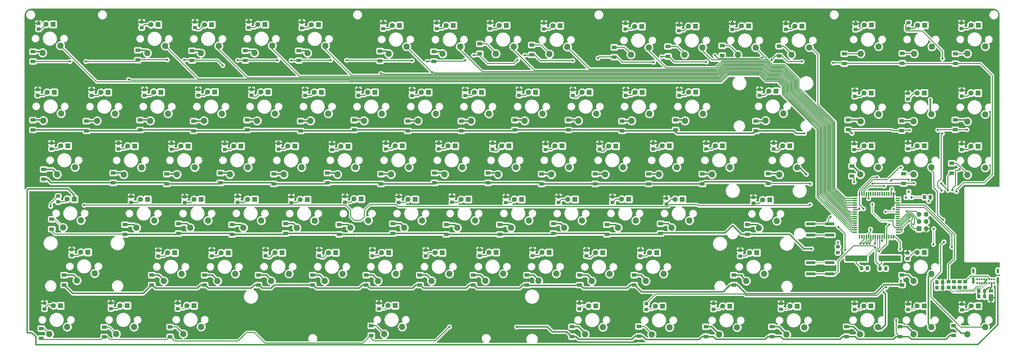
<source format=gbr>
G04 #@! TF.GenerationSoftware,KiCad,Pcbnew,5.1.4+dfsg1-1*
G04 #@! TF.CreationDate,2019-09-01T07:04:37+10:00*
G04 #@! TF.ProjectId,nummacro,6e756d6d-6163-4726-9f2e-6b696361645f,rev?*
G04 #@! TF.SameCoordinates,Original*
G04 #@! TF.FileFunction,Copper,L2,Bot*
G04 #@! TF.FilePolarity,Positive*
%FSLAX46Y46*%
G04 Gerber Fmt 4.6, Leading zero omitted, Abs format (unit mm)*
G04 Created by KiCad (PCBNEW 5.1.4+dfsg1-1) date 2019-09-01 07:04:37*
%MOMM*%
%LPD*%
G04 APERTURE LIST*
%ADD10R,3.200000X1.000000*%
%ADD11C,2.200000*%
%ADD12O,0.900000X1.700000*%
%ADD13O,0.900000X2.400000*%
%ADD14C,0.700000*%
%ADD15R,1.500000X1.050000*%
%ADD16R,1.500000X2.400000*%
%ADD17C,0.150000*%
%ADD18C,1.150000*%
%ADD19R,1.700000X1.300000*%
%ADD20R,1.800000X1.800000*%
%ADD21C,1.800000*%
%ADD22R,0.800000X0.900000*%
%ADD23R,7.875000X2.000000*%
%ADD24R,1.700000X1.700000*%
%ADD25O,1.700000X1.700000*%
%ADD26R,1.473200X0.508000*%
%ADD27R,0.508000X1.473200*%
%ADD28C,0.800000*%
%ADD29C,0.500000*%
%ADD30C,0.300000*%
%ADD31C,0.200000*%
%ADD32C,0.254000*%
G04 APERTURE END LIST*
D10*
X309085000Y-117258600D03*
X315885000Y-117258600D03*
X315885000Y-113258600D03*
X309085000Y-113258600D03*
X315885000Y-99460000D03*
X309085000Y-99460000D03*
X309085000Y-103460000D03*
X315885000Y-103460000D03*
D11*
X42220000Y-36030000D03*
X35870000Y-38570000D03*
D12*
X375626300Y-116217600D03*
X366976300Y-116217600D03*
D13*
X375626300Y-119597600D03*
X366976300Y-119597600D03*
D14*
X371726300Y-119227600D03*
X374276300Y-119227600D03*
X373426300Y-119227600D03*
X372576300Y-119227600D03*
X368326300Y-119227600D03*
X370026300Y-119227600D03*
X370876300Y-119227600D03*
X369176300Y-119227600D03*
X374276300Y-120577600D03*
X373426300Y-120577600D03*
X372576300Y-120577600D03*
X371726300Y-120577600D03*
X370876300Y-120577600D03*
X370026300Y-120577600D03*
X369176300Y-120577600D03*
X368326300Y-120577600D03*
D15*
X373202200Y-123328700D03*
D16*
X373202200Y-125703700D03*
D17*
G36*
X371310265Y-122614604D02*
G01*
X371334533Y-122618204D01*
X371358332Y-122624165D01*
X371381431Y-122632430D01*
X371403610Y-122642920D01*
X371424653Y-122655532D01*
X371444359Y-122670147D01*
X371462537Y-122686623D01*
X371479013Y-122704801D01*
X371493628Y-122724507D01*
X371506240Y-122745550D01*
X371516730Y-122767729D01*
X371524995Y-122790828D01*
X371530956Y-122814627D01*
X371534556Y-122838895D01*
X371535760Y-122863399D01*
X371535760Y-123763401D01*
X371534556Y-123787905D01*
X371530956Y-123812173D01*
X371524995Y-123835972D01*
X371516730Y-123859071D01*
X371506240Y-123881250D01*
X371493628Y-123902293D01*
X371479013Y-123921999D01*
X371462537Y-123940177D01*
X371444359Y-123956653D01*
X371424653Y-123971268D01*
X371403610Y-123983880D01*
X371381431Y-123994370D01*
X371358332Y-124002635D01*
X371334533Y-124008596D01*
X371310265Y-124012196D01*
X371285761Y-124013400D01*
X370635759Y-124013400D01*
X370611255Y-124012196D01*
X370586987Y-124008596D01*
X370563188Y-124002635D01*
X370540089Y-123994370D01*
X370517910Y-123983880D01*
X370496867Y-123971268D01*
X370477161Y-123956653D01*
X370458983Y-123940177D01*
X370442507Y-123921999D01*
X370427892Y-123902293D01*
X370415280Y-123881250D01*
X370404790Y-123859071D01*
X370396525Y-123835972D01*
X370390564Y-123812173D01*
X370386964Y-123787905D01*
X370385760Y-123763401D01*
X370385760Y-122863399D01*
X370386964Y-122838895D01*
X370390564Y-122814627D01*
X370396525Y-122790828D01*
X370404790Y-122767729D01*
X370415280Y-122745550D01*
X370427892Y-122724507D01*
X370442507Y-122704801D01*
X370458983Y-122686623D01*
X370477161Y-122670147D01*
X370496867Y-122655532D01*
X370517910Y-122642920D01*
X370540089Y-122632430D01*
X370563188Y-122624165D01*
X370586987Y-122618204D01*
X370611255Y-122614604D01*
X370635759Y-122613400D01*
X371285761Y-122613400D01*
X371310265Y-122614604D01*
X371310265Y-122614604D01*
G37*
D18*
X370960760Y-123313400D03*
D17*
G36*
X369260265Y-122614604D02*
G01*
X369284533Y-122618204D01*
X369308332Y-122624165D01*
X369331431Y-122632430D01*
X369353610Y-122642920D01*
X369374653Y-122655532D01*
X369394359Y-122670147D01*
X369412537Y-122686623D01*
X369429013Y-122704801D01*
X369443628Y-122724507D01*
X369456240Y-122745550D01*
X369466730Y-122767729D01*
X369474995Y-122790828D01*
X369480956Y-122814627D01*
X369484556Y-122838895D01*
X369485760Y-122863399D01*
X369485760Y-123763401D01*
X369484556Y-123787905D01*
X369480956Y-123812173D01*
X369474995Y-123835972D01*
X369466730Y-123859071D01*
X369456240Y-123881250D01*
X369443628Y-123902293D01*
X369429013Y-123921999D01*
X369412537Y-123940177D01*
X369394359Y-123956653D01*
X369374653Y-123971268D01*
X369353610Y-123983880D01*
X369331431Y-123994370D01*
X369308332Y-124002635D01*
X369284533Y-124008596D01*
X369260265Y-124012196D01*
X369235761Y-124013400D01*
X368585759Y-124013400D01*
X368561255Y-124012196D01*
X368536987Y-124008596D01*
X368513188Y-124002635D01*
X368490089Y-123994370D01*
X368467910Y-123983880D01*
X368446867Y-123971268D01*
X368427161Y-123956653D01*
X368408983Y-123940177D01*
X368392507Y-123921999D01*
X368377892Y-123902293D01*
X368365280Y-123881250D01*
X368354790Y-123859071D01*
X368346525Y-123835972D01*
X368340564Y-123812173D01*
X368336964Y-123787905D01*
X368335760Y-123763401D01*
X368335760Y-122863399D01*
X368336964Y-122838895D01*
X368340564Y-122814627D01*
X368346525Y-122790828D01*
X368354790Y-122767729D01*
X368365280Y-122745550D01*
X368377892Y-122724507D01*
X368392507Y-122704801D01*
X368408983Y-122686623D01*
X368427161Y-122670147D01*
X368446867Y-122655532D01*
X368467910Y-122642920D01*
X368490089Y-122632430D01*
X368513188Y-122624165D01*
X368536987Y-122618204D01*
X368561255Y-122614604D01*
X368585759Y-122613400D01*
X369235761Y-122613400D01*
X369260265Y-122614604D01*
X369260265Y-122614604D01*
G37*
D18*
X368910760Y-123313400D03*
D17*
G36*
X369262805Y-124574004D02*
G01*
X369287073Y-124577604D01*
X369310872Y-124583565D01*
X369333971Y-124591830D01*
X369356150Y-124602320D01*
X369377193Y-124614932D01*
X369396899Y-124629547D01*
X369415077Y-124646023D01*
X369431553Y-124664201D01*
X369446168Y-124683907D01*
X369458780Y-124704950D01*
X369469270Y-124727129D01*
X369477535Y-124750228D01*
X369483496Y-124774027D01*
X369487096Y-124798295D01*
X369488300Y-124822799D01*
X369488300Y-125722801D01*
X369487096Y-125747305D01*
X369483496Y-125771573D01*
X369477535Y-125795372D01*
X369469270Y-125818471D01*
X369458780Y-125840650D01*
X369446168Y-125861693D01*
X369431553Y-125881399D01*
X369415077Y-125899577D01*
X369396899Y-125916053D01*
X369377193Y-125930668D01*
X369356150Y-125943280D01*
X369333971Y-125953770D01*
X369310872Y-125962035D01*
X369287073Y-125967996D01*
X369262805Y-125971596D01*
X369238301Y-125972800D01*
X368588299Y-125972800D01*
X368563795Y-125971596D01*
X368539527Y-125967996D01*
X368515728Y-125962035D01*
X368492629Y-125953770D01*
X368470450Y-125943280D01*
X368449407Y-125930668D01*
X368429701Y-125916053D01*
X368411523Y-125899577D01*
X368395047Y-125881399D01*
X368380432Y-125861693D01*
X368367820Y-125840650D01*
X368357330Y-125818471D01*
X368349065Y-125795372D01*
X368343104Y-125771573D01*
X368339504Y-125747305D01*
X368338300Y-125722801D01*
X368338300Y-124822799D01*
X368339504Y-124798295D01*
X368343104Y-124774027D01*
X368349065Y-124750228D01*
X368357330Y-124727129D01*
X368367820Y-124704950D01*
X368380432Y-124683907D01*
X368395047Y-124664201D01*
X368411523Y-124646023D01*
X368429701Y-124629547D01*
X368449407Y-124614932D01*
X368470450Y-124602320D01*
X368492629Y-124591830D01*
X368515728Y-124583565D01*
X368539527Y-124577604D01*
X368563795Y-124574004D01*
X368588299Y-124572800D01*
X369238301Y-124572800D01*
X369262805Y-124574004D01*
X369262805Y-124574004D01*
G37*
D18*
X368913300Y-125272800D03*
D17*
G36*
X371312805Y-124574004D02*
G01*
X371337073Y-124577604D01*
X371360872Y-124583565D01*
X371383971Y-124591830D01*
X371406150Y-124602320D01*
X371427193Y-124614932D01*
X371446899Y-124629547D01*
X371465077Y-124646023D01*
X371481553Y-124664201D01*
X371496168Y-124683907D01*
X371508780Y-124704950D01*
X371519270Y-124727129D01*
X371527535Y-124750228D01*
X371533496Y-124774027D01*
X371537096Y-124798295D01*
X371538300Y-124822799D01*
X371538300Y-125722801D01*
X371537096Y-125747305D01*
X371533496Y-125771573D01*
X371527535Y-125795372D01*
X371519270Y-125818471D01*
X371508780Y-125840650D01*
X371496168Y-125861693D01*
X371481553Y-125881399D01*
X371465077Y-125899577D01*
X371446899Y-125916053D01*
X371427193Y-125930668D01*
X371406150Y-125943280D01*
X371383971Y-125953770D01*
X371360872Y-125962035D01*
X371337073Y-125967996D01*
X371312805Y-125971596D01*
X371288301Y-125972800D01*
X370638299Y-125972800D01*
X370613795Y-125971596D01*
X370589527Y-125967996D01*
X370565728Y-125962035D01*
X370542629Y-125953770D01*
X370520450Y-125943280D01*
X370499407Y-125930668D01*
X370479701Y-125916053D01*
X370461523Y-125899577D01*
X370445047Y-125881399D01*
X370430432Y-125861693D01*
X370417820Y-125840650D01*
X370407330Y-125818471D01*
X370399065Y-125795372D01*
X370393104Y-125771573D01*
X370389504Y-125747305D01*
X370388300Y-125722801D01*
X370388300Y-124822799D01*
X370389504Y-124798295D01*
X370393104Y-124774027D01*
X370399065Y-124750228D01*
X370407330Y-124727129D01*
X370417820Y-124704950D01*
X370430432Y-124683907D01*
X370445047Y-124664201D01*
X370461523Y-124646023D01*
X370479701Y-124629547D01*
X370499407Y-124614932D01*
X370520450Y-124602320D01*
X370542629Y-124591830D01*
X370565728Y-124583565D01*
X370589527Y-124577604D01*
X370613795Y-124574004D01*
X370638299Y-124572800D01*
X371288301Y-124572800D01*
X371312805Y-124574004D01*
X371312805Y-124574004D01*
G37*
D18*
X370963300Y-125272800D03*
D19*
X155900000Y-37949940D03*
X155900000Y-41449940D03*
X209870000Y-35749940D03*
X209870000Y-39249940D03*
X191370000Y-35389940D03*
X191370000Y-38889940D03*
X175050000Y-38149940D03*
X175050000Y-41649940D03*
X127000000Y-37799940D03*
X127000000Y-41299940D03*
X107950000Y-37799940D03*
X107950000Y-41299940D03*
X89000000Y-37799940D03*
X89000000Y-41299940D03*
X69750000Y-37649940D03*
X69750000Y-41149940D03*
X239190000Y-36599940D03*
X239190000Y-40099940D03*
X89570000Y-62857608D03*
X89570000Y-66357608D03*
X258310000Y-36319940D03*
X258310000Y-39819940D03*
X277580000Y-36029940D03*
X277580000Y-39529940D03*
X297860000Y-36179940D03*
X297860000Y-39679940D03*
X321030000Y-38909940D03*
X321030000Y-42409940D03*
X341660000Y-38769940D03*
X341660000Y-42269940D03*
X360570000Y-38909940D03*
X360570000Y-42409940D03*
X32420000Y-62502392D03*
X32420000Y-66002392D03*
X51470000Y-62857608D03*
X51470000Y-66357608D03*
X70520000Y-62502392D03*
X70520000Y-66002392D03*
X341550000Y-117700060D03*
X341550000Y-121200060D03*
X74700000Y-117700060D03*
X74700000Y-121200060D03*
X32450000Y-38149940D03*
X32450000Y-41649940D03*
X93500000Y-117700060D03*
X93500000Y-121200060D03*
X289595000Y-62857608D03*
X289595000Y-66357608D03*
X108620000Y-62502392D03*
X108620000Y-66002392D03*
X261020000Y-62502392D03*
X261020000Y-66002392D03*
X241970000Y-62857608D03*
X241970000Y-66357608D03*
X222920000Y-62502392D03*
X222920000Y-66002392D03*
X203870000Y-62502392D03*
X203870000Y-66002392D03*
X184820000Y-62857608D03*
X184820000Y-66357608D03*
X165770000Y-62857608D03*
X165770000Y-66357608D03*
X146720000Y-62502392D03*
X146720000Y-66002392D03*
X156245000Y-81707608D03*
X156245000Y-85207608D03*
X322407500Y-62427392D03*
X322407500Y-65927392D03*
X341457500Y-62782608D03*
X341457500Y-66282608D03*
X360507500Y-62427392D03*
X360507500Y-65927392D03*
X36225000Y-80049940D03*
X36225000Y-83549940D03*
X60995000Y-81352392D03*
X60995000Y-84852392D03*
X80045000Y-81707608D03*
X80045000Y-85207608D03*
X99095000Y-81352392D03*
X99095000Y-84852392D03*
X118145000Y-81707608D03*
X118145000Y-85207608D03*
X137195000Y-81352392D03*
X137195000Y-84852392D03*
X359932500Y-135702392D03*
X359932500Y-139202392D03*
X127670000Y-62857608D03*
X127670000Y-66357608D03*
X213395000Y-81707608D03*
X213395000Y-85207608D03*
X232445000Y-81707608D03*
X232445000Y-85207608D03*
X251495000Y-81707608D03*
X251495000Y-85207608D03*
X270545000Y-81707608D03*
X270545000Y-85207608D03*
X293932500Y-81582608D03*
X293932500Y-85082608D03*
X323780000Y-78919940D03*
X323780000Y-82419940D03*
X342157500Y-81582608D03*
X342157500Y-85082608D03*
X359280000Y-77890060D03*
X359280000Y-81390060D03*
X39110000Y-97800000D03*
X39110000Y-101300000D03*
X65157500Y-99707608D03*
X65157500Y-103207608D03*
X175295000Y-81352392D03*
X175295000Y-84852392D03*
X103257500Y-99707608D03*
X103257500Y-103207608D03*
X122307500Y-99352392D03*
X122307500Y-102852392D03*
X141357500Y-99707608D03*
X141357500Y-103207608D03*
X160407500Y-99352392D03*
X160407500Y-102852392D03*
X179457500Y-99707608D03*
X179457500Y-103207608D03*
X198507500Y-99707608D03*
X198507500Y-103207608D03*
X217557500Y-99352392D03*
X217557500Y-102852392D03*
X236607500Y-99707608D03*
X236607500Y-103207608D03*
X255657500Y-99352392D03*
X255657500Y-102852392D03*
X43550000Y-117700060D03*
X43550000Y-121200060D03*
X84207500Y-99352392D03*
X84207500Y-102852392D03*
X112650000Y-117700060D03*
X112650000Y-121200060D03*
X131932500Y-117700060D03*
X131932500Y-121200060D03*
X150982500Y-117700060D03*
X150982500Y-121200060D03*
X170032500Y-117700060D03*
X170032500Y-121200060D03*
X189082500Y-117700060D03*
X189082500Y-121200060D03*
X208132500Y-117700060D03*
X208132500Y-121200060D03*
X226900000Y-117700060D03*
X226900000Y-121200060D03*
X246300000Y-117700060D03*
X246300000Y-121200060D03*
X281750000Y-117700060D03*
X281750000Y-121200060D03*
X194345000Y-81352392D03*
X194345000Y-84852392D03*
X35407600Y-136708000D03*
X35407600Y-140208000D03*
X57800000Y-136200000D03*
X57800000Y-139700000D03*
X81200000Y-136150060D03*
X81200000Y-139650060D03*
X152763750Y-135702392D03*
X152763750Y-139202392D03*
X224201250Y-136057608D03*
X224201250Y-139557608D03*
X247950000Y-135950060D03*
X247950000Y-139450060D03*
X271826250Y-136057608D03*
X271826250Y-139557608D03*
X295300000Y-136050060D03*
X295300000Y-139550060D03*
X321832500Y-136057608D03*
X321832500Y-139557608D03*
X340882500Y-136057608D03*
X340882500Y-139557608D03*
X286613750Y-99707608D03*
X286613750Y-103207608D03*
D17*
G36*
X360537105Y-121506204D02*
G01*
X360561373Y-121509804D01*
X360585172Y-121515765D01*
X360608271Y-121524030D01*
X360630450Y-121534520D01*
X360651493Y-121547132D01*
X360671199Y-121561747D01*
X360689377Y-121578223D01*
X360705853Y-121596401D01*
X360720468Y-121616107D01*
X360733080Y-121637150D01*
X360743570Y-121659329D01*
X360751835Y-121682428D01*
X360757796Y-121706227D01*
X360761396Y-121730495D01*
X360762600Y-121754999D01*
X360762600Y-122405001D01*
X360761396Y-122429505D01*
X360757796Y-122453773D01*
X360751835Y-122477572D01*
X360743570Y-122500671D01*
X360733080Y-122522850D01*
X360720468Y-122543893D01*
X360705853Y-122563599D01*
X360689377Y-122581777D01*
X360671199Y-122598253D01*
X360651493Y-122612868D01*
X360630450Y-122625480D01*
X360608271Y-122635970D01*
X360585172Y-122644235D01*
X360561373Y-122650196D01*
X360537105Y-122653796D01*
X360512601Y-122655000D01*
X359612599Y-122655000D01*
X359588095Y-122653796D01*
X359563827Y-122650196D01*
X359540028Y-122644235D01*
X359516929Y-122635970D01*
X359494750Y-122625480D01*
X359473707Y-122612868D01*
X359454001Y-122598253D01*
X359435823Y-122581777D01*
X359419347Y-122563599D01*
X359404732Y-122543893D01*
X359392120Y-122522850D01*
X359381630Y-122500671D01*
X359373365Y-122477572D01*
X359367404Y-122453773D01*
X359363804Y-122429505D01*
X359362600Y-122405001D01*
X359362600Y-121754999D01*
X359363804Y-121730495D01*
X359367404Y-121706227D01*
X359373365Y-121682428D01*
X359381630Y-121659329D01*
X359392120Y-121637150D01*
X359404732Y-121616107D01*
X359419347Y-121596401D01*
X359435823Y-121578223D01*
X359454001Y-121561747D01*
X359473707Y-121547132D01*
X359494750Y-121534520D01*
X359516929Y-121524030D01*
X359540028Y-121515765D01*
X359563827Y-121509804D01*
X359588095Y-121506204D01*
X359612599Y-121505000D01*
X360512601Y-121505000D01*
X360537105Y-121506204D01*
X360537105Y-121506204D01*
G37*
D18*
X360062600Y-122080000D03*
D17*
G36*
X360537105Y-119456204D02*
G01*
X360561373Y-119459804D01*
X360585172Y-119465765D01*
X360608271Y-119474030D01*
X360630450Y-119484520D01*
X360651493Y-119497132D01*
X360671199Y-119511747D01*
X360689377Y-119528223D01*
X360705853Y-119546401D01*
X360720468Y-119566107D01*
X360733080Y-119587150D01*
X360743570Y-119609329D01*
X360751835Y-119632428D01*
X360757796Y-119656227D01*
X360761396Y-119680495D01*
X360762600Y-119704999D01*
X360762600Y-120355001D01*
X360761396Y-120379505D01*
X360757796Y-120403773D01*
X360751835Y-120427572D01*
X360743570Y-120450671D01*
X360733080Y-120472850D01*
X360720468Y-120493893D01*
X360705853Y-120513599D01*
X360689377Y-120531777D01*
X360671199Y-120548253D01*
X360651493Y-120562868D01*
X360630450Y-120575480D01*
X360608271Y-120585970D01*
X360585172Y-120594235D01*
X360561373Y-120600196D01*
X360537105Y-120603796D01*
X360512601Y-120605000D01*
X359612599Y-120605000D01*
X359588095Y-120603796D01*
X359563827Y-120600196D01*
X359540028Y-120594235D01*
X359516929Y-120585970D01*
X359494750Y-120575480D01*
X359473707Y-120562868D01*
X359454001Y-120548253D01*
X359435823Y-120531777D01*
X359419347Y-120513599D01*
X359404732Y-120493893D01*
X359392120Y-120472850D01*
X359381630Y-120450671D01*
X359373365Y-120427572D01*
X359367404Y-120403773D01*
X359363804Y-120379505D01*
X359362600Y-120355001D01*
X359362600Y-119704999D01*
X359363804Y-119680495D01*
X359367404Y-119656227D01*
X359373365Y-119632428D01*
X359381630Y-119609329D01*
X359392120Y-119587150D01*
X359404732Y-119566107D01*
X359419347Y-119546401D01*
X359435823Y-119528223D01*
X359454001Y-119511747D01*
X359473707Y-119497132D01*
X359494750Y-119484520D01*
X359516929Y-119474030D01*
X359540028Y-119465765D01*
X359563827Y-119459804D01*
X359588095Y-119456204D01*
X359612599Y-119455000D01*
X360512601Y-119455000D01*
X360537105Y-119456204D01*
X360537105Y-119456204D01*
G37*
D18*
X360062600Y-120030000D03*
D20*
X40005000Y-52616100D03*
D21*
X37465000Y-52616100D03*
D11*
X54440000Y-117090000D03*
X48090000Y-119630000D03*
X290700000Y-100960000D03*
X297050000Y-98420000D03*
X286170000Y-119800000D03*
X292520000Y-117260000D03*
D22*
X343940000Y-88020000D03*
X342990000Y-90020000D03*
X344890000Y-90020000D03*
D11*
X207360000Y-62790000D03*
X213710000Y-60250000D03*
D23*
X337200000Y-111720000D03*
X325325000Y-111720000D03*
D11*
X364820000Y-138740000D03*
X371170000Y-136200000D03*
X194620000Y-60260000D03*
X188270000Y-62800000D03*
X169380000Y-62780000D03*
X175730000Y-60240000D03*
X156580000Y-60230000D03*
X150230000Y-62770000D03*
X131160000Y-62770000D03*
X137510000Y-60230000D03*
X118550000Y-60250000D03*
X112200000Y-62790000D03*
X93270000Y-62780000D03*
X99620000Y-60240000D03*
X80520000Y-60240000D03*
X74170000Y-62780000D03*
X55250000Y-62790000D03*
X61600000Y-60250000D03*
D20*
X349472100Y-52897900D03*
D21*
X346932100Y-52897900D03*
X346973500Y-71665900D03*
D20*
X349513500Y-71665900D03*
X349496400Y-109642700D03*
D21*
X346956400Y-109642700D03*
X346964000Y-128689100D03*
D20*
X349504000Y-128689100D03*
X368681000Y-28727400D03*
D21*
X366141000Y-28727400D03*
X366098100Y-52865300D03*
D20*
X368638100Y-52865300D03*
X368618900Y-71829100D03*
D21*
X366078900Y-71829100D03*
D20*
X368711600Y-128676200D03*
D21*
X366171600Y-128676200D03*
D20*
X330529100Y-128659400D03*
D21*
X327989100Y-128659400D03*
X284457100Y-29058500D03*
D20*
X286997100Y-29058500D03*
X330588100Y-71695300D03*
D21*
X328048100Y-71695300D03*
X328100500Y-52901000D03*
D20*
X330640500Y-52901000D03*
X330722900Y-28680900D03*
D21*
X328182900Y-28680900D03*
X303457100Y-29064700D03*
D20*
X305997100Y-29064700D03*
X304279300Y-128790700D03*
D21*
X301739300Y-128790700D03*
X299102900Y-71685900D03*
D20*
X301642900Y-71685900D03*
X296755800Y-52239500D03*
D21*
X294215800Y-52239500D03*
X292005200Y-90910200D03*
D20*
X294545200Y-90910200D03*
X289912400Y-109721600D03*
D21*
X287372400Y-109721600D03*
X49485200Y-109564700D03*
D20*
X52025200Y-109564700D03*
X349669000Y-28739600D03*
D21*
X347129000Y-28739600D03*
X93447000Y-28584300D03*
D20*
X95987000Y-28584300D03*
X256349600Y-128747300D03*
D21*
X253809600Y-128747300D03*
X251765700Y-109694600D03*
D20*
X254305700Y-109694600D03*
X244381100Y-90680000D03*
D21*
X241841100Y-90680000D03*
X246465500Y-29148500D03*
D20*
X249005500Y-29148500D03*
X249136000Y-52631600D03*
D21*
X246596000Y-52631600D03*
X277771500Y-128743500D03*
D20*
X280311500Y-128743500D03*
X258860700Y-71660800D03*
D21*
X256320700Y-71660800D03*
X260845300Y-90754200D03*
D20*
X263385300Y-90754200D03*
X268106700Y-29127000D03*
D21*
X265566700Y-29127000D03*
X265673800Y-52595100D03*
D20*
X268213800Y-52595100D03*
X97111100Y-52533800D03*
D21*
X94571100Y-52533800D03*
X199240500Y-71722700D03*
D20*
X201780500Y-71722700D03*
X239799900Y-71752400D03*
D21*
X237259900Y-71752400D03*
X232569000Y-109712700D03*
D20*
X235109000Y-109712700D03*
X232656300Y-128627600D03*
D21*
X230116300Y-128627600D03*
X227780600Y-52610800D03*
D20*
X230320600Y-52610800D03*
X225228700Y-90723500D03*
D21*
X222688700Y-90723500D03*
X218132800Y-71714800D03*
D20*
X220672800Y-71714800D03*
X219976500Y-28942100D03*
D21*
X217436500Y-28942100D03*
X213525700Y-109637600D03*
D20*
X216065700Y-109637600D03*
X211210000Y-52647300D03*
D21*
X208670000Y-52647300D03*
X203692700Y-90729200D03*
D20*
X206232700Y-90729200D03*
X200861800Y-28832100D03*
D21*
X198321800Y-28832100D03*
X275174200Y-71659700D03*
D20*
X277714200Y-71659700D03*
X178039100Y-109701100D03*
D21*
X175499100Y-109701100D03*
X179371800Y-28837500D03*
D20*
X181911800Y-28837500D03*
X182630000Y-71730000D03*
D21*
X180090000Y-71730000D03*
X184708800Y-90754200D03*
D20*
X187248800Y-90754200D03*
X192044200Y-52652700D03*
D21*
X189504200Y-52652700D03*
X170597700Y-52637300D03*
D20*
X173137700Y-52637300D03*
X168374100Y-90762700D03*
D21*
X165834100Y-90762700D03*
X161254300Y-71710000D03*
D20*
X163794300Y-71710000D03*
X162847500Y-28809400D03*
D21*
X160307500Y-28809400D03*
X158766300Y-128529800D03*
D20*
X161306300Y-128529800D03*
X159019200Y-109695200D03*
D21*
X156479200Y-109695200D03*
X99366800Y-109757300D03*
D20*
X101906800Y-109757300D03*
X154064300Y-52626000D03*
D21*
X151524300Y-52626000D03*
X108755600Y-90712700D03*
D20*
X111295600Y-90712700D03*
X115011000Y-28525400D03*
D21*
X112471000Y-28525400D03*
X113498900Y-52559200D03*
D20*
X116038900Y-52559200D03*
X121039200Y-109706500D03*
D21*
X118499200Y-109706500D03*
X123075700Y-71780400D03*
D20*
X125615700Y-71780400D03*
X130022600Y-90805000D03*
D21*
X127482600Y-90805000D03*
X131461300Y-28574300D03*
D20*
X134001300Y-28574300D03*
X135057800Y-52610000D03*
D21*
X132517800Y-52610000D03*
X137580500Y-109709200D03*
D20*
X140120500Y-109709200D03*
X144564100Y-71843900D03*
D21*
X142024100Y-71843900D03*
X146677800Y-90601700D03*
D20*
X149217800Y-90601700D03*
X92268000Y-90774900D03*
D21*
X89728000Y-90774900D03*
X87186400Y-128544700D03*
D20*
X89726400Y-128544700D03*
X87592000Y-71815700D03*
D21*
X85052000Y-71815700D03*
X80314800Y-109740700D03*
D20*
X82854800Y-109740700D03*
X77956100Y-52603100D03*
D21*
X75416100Y-52603100D03*
X74445800Y-28551200D03*
D20*
X76985800Y-28551200D03*
X73209300Y-90727700D03*
D21*
X70669300Y-90727700D03*
X66103500Y-71780400D03*
D20*
X68643500Y-71780400D03*
X65985200Y-128543100D03*
D21*
X63445200Y-128543100D03*
X56631800Y-52647900D03*
D20*
X59171800Y-52647900D03*
X197199600Y-109629500D03*
D21*
X194659600Y-109629500D03*
X44615100Y-90665300D03*
D20*
X47155100Y-90665300D03*
X106448000Y-71799700D03*
D21*
X103908000Y-71799700D03*
D20*
X39624700Y-28410300D03*
D21*
X37084700Y-28410300D03*
X39719000Y-128575200D03*
D20*
X42259000Y-128575200D03*
X44897900Y-71707300D03*
D21*
X42357900Y-71707300D03*
D17*
G36*
X319224505Y-107041204D02*
G01*
X319248773Y-107044804D01*
X319272572Y-107050765D01*
X319295671Y-107059030D01*
X319317850Y-107069520D01*
X319338893Y-107082132D01*
X319358599Y-107096747D01*
X319376777Y-107113223D01*
X319393253Y-107131401D01*
X319407868Y-107151107D01*
X319420480Y-107172150D01*
X319430970Y-107194329D01*
X319439235Y-107217428D01*
X319445196Y-107241227D01*
X319448796Y-107265495D01*
X319450000Y-107289999D01*
X319450000Y-107940001D01*
X319448796Y-107964505D01*
X319445196Y-107988773D01*
X319439235Y-108012572D01*
X319430970Y-108035671D01*
X319420480Y-108057850D01*
X319407868Y-108078893D01*
X319393253Y-108098599D01*
X319376777Y-108116777D01*
X319358599Y-108133253D01*
X319338893Y-108147868D01*
X319317850Y-108160480D01*
X319295671Y-108170970D01*
X319272572Y-108179235D01*
X319248773Y-108185196D01*
X319224505Y-108188796D01*
X319200001Y-108190000D01*
X318299999Y-108190000D01*
X318275495Y-108188796D01*
X318251227Y-108185196D01*
X318227428Y-108179235D01*
X318204329Y-108170970D01*
X318182150Y-108160480D01*
X318161107Y-108147868D01*
X318141401Y-108133253D01*
X318123223Y-108116777D01*
X318106747Y-108098599D01*
X318092132Y-108078893D01*
X318079520Y-108057850D01*
X318069030Y-108035671D01*
X318060765Y-108012572D01*
X318054804Y-107988773D01*
X318051204Y-107964505D01*
X318050000Y-107940001D01*
X318050000Y-107289999D01*
X318051204Y-107265495D01*
X318054804Y-107241227D01*
X318060765Y-107217428D01*
X318069030Y-107194329D01*
X318079520Y-107172150D01*
X318092132Y-107151107D01*
X318106747Y-107131401D01*
X318123223Y-107113223D01*
X318141401Y-107096747D01*
X318161107Y-107082132D01*
X318182150Y-107069520D01*
X318204329Y-107059030D01*
X318227428Y-107050765D01*
X318251227Y-107044804D01*
X318275495Y-107041204D01*
X318299999Y-107040000D01*
X319200001Y-107040000D01*
X319224505Y-107041204D01*
X319224505Y-107041204D01*
G37*
D18*
X318750000Y-107615000D03*
D17*
G36*
X319224505Y-109091204D02*
G01*
X319248773Y-109094804D01*
X319272572Y-109100765D01*
X319295671Y-109109030D01*
X319317850Y-109119520D01*
X319338893Y-109132132D01*
X319358599Y-109146747D01*
X319376777Y-109163223D01*
X319393253Y-109181401D01*
X319407868Y-109201107D01*
X319420480Y-109222150D01*
X319430970Y-109244329D01*
X319439235Y-109267428D01*
X319445196Y-109291227D01*
X319448796Y-109315495D01*
X319450000Y-109339999D01*
X319450000Y-109990001D01*
X319448796Y-110014505D01*
X319445196Y-110038773D01*
X319439235Y-110062572D01*
X319430970Y-110085671D01*
X319420480Y-110107850D01*
X319407868Y-110128893D01*
X319393253Y-110148599D01*
X319376777Y-110166777D01*
X319358599Y-110183253D01*
X319338893Y-110197868D01*
X319317850Y-110210480D01*
X319295671Y-110220970D01*
X319272572Y-110229235D01*
X319248773Y-110235196D01*
X319224505Y-110238796D01*
X319200001Y-110240000D01*
X318299999Y-110240000D01*
X318275495Y-110238796D01*
X318251227Y-110235196D01*
X318227428Y-110229235D01*
X318204329Y-110220970D01*
X318182150Y-110210480D01*
X318161107Y-110197868D01*
X318141401Y-110183253D01*
X318123223Y-110166777D01*
X318106747Y-110148599D01*
X318092132Y-110128893D01*
X318079520Y-110107850D01*
X318069030Y-110085671D01*
X318060765Y-110062572D01*
X318054804Y-110038773D01*
X318051204Y-110014505D01*
X318050000Y-109990001D01*
X318050000Y-109339999D01*
X318051204Y-109315495D01*
X318054804Y-109291227D01*
X318060765Y-109267428D01*
X318069030Y-109244329D01*
X318079520Y-109222150D01*
X318092132Y-109201107D01*
X318106747Y-109181401D01*
X318123223Y-109163223D01*
X318141401Y-109146747D01*
X318161107Y-109132132D01*
X318182150Y-109119520D01*
X318204329Y-109109030D01*
X318227428Y-109100765D01*
X318251227Y-109094804D01*
X318275495Y-109091204D01*
X318299999Y-109090000D01*
X319200001Y-109090000D01*
X319224505Y-109091204D01*
X319224505Y-109091204D01*
G37*
D18*
X318750000Y-109665000D03*
D17*
G36*
X354327305Y-119516244D02*
G01*
X354351573Y-119519844D01*
X354375372Y-119525805D01*
X354398471Y-119534070D01*
X354420650Y-119544560D01*
X354441693Y-119557172D01*
X354461399Y-119571787D01*
X354479577Y-119588263D01*
X354496053Y-119606441D01*
X354510668Y-119626147D01*
X354523280Y-119647190D01*
X354533770Y-119669369D01*
X354542035Y-119692468D01*
X354547996Y-119716267D01*
X354551596Y-119740535D01*
X354552800Y-119765039D01*
X354552800Y-120665041D01*
X354551596Y-120689545D01*
X354547996Y-120713813D01*
X354542035Y-120737612D01*
X354533770Y-120760711D01*
X354523280Y-120782890D01*
X354510668Y-120803933D01*
X354496053Y-120823639D01*
X354479577Y-120841817D01*
X354461399Y-120858293D01*
X354441693Y-120872908D01*
X354420650Y-120885520D01*
X354398471Y-120896010D01*
X354375372Y-120904275D01*
X354351573Y-120910236D01*
X354327305Y-120913836D01*
X354302801Y-120915040D01*
X353652799Y-120915040D01*
X353628295Y-120913836D01*
X353604027Y-120910236D01*
X353580228Y-120904275D01*
X353557129Y-120896010D01*
X353534950Y-120885520D01*
X353513907Y-120872908D01*
X353494201Y-120858293D01*
X353476023Y-120841817D01*
X353459547Y-120823639D01*
X353444932Y-120803933D01*
X353432320Y-120782890D01*
X353421830Y-120760711D01*
X353413565Y-120737612D01*
X353407604Y-120713813D01*
X353404004Y-120689545D01*
X353402800Y-120665041D01*
X353402800Y-119765039D01*
X353404004Y-119740535D01*
X353407604Y-119716267D01*
X353413565Y-119692468D01*
X353421830Y-119669369D01*
X353432320Y-119647190D01*
X353444932Y-119626147D01*
X353459547Y-119606441D01*
X353476023Y-119588263D01*
X353494201Y-119571787D01*
X353513907Y-119557172D01*
X353534950Y-119544560D01*
X353557129Y-119534070D01*
X353580228Y-119525805D01*
X353604027Y-119519844D01*
X353628295Y-119516244D01*
X353652799Y-119515040D01*
X354302801Y-119515040D01*
X354327305Y-119516244D01*
X354327305Y-119516244D01*
G37*
D18*
X353977800Y-120215040D03*
D17*
G36*
X356377305Y-119516244D02*
G01*
X356401573Y-119519844D01*
X356425372Y-119525805D01*
X356448471Y-119534070D01*
X356470650Y-119544560D01*
X356491693Y-119557172D01*
X356511399Y-119571787D01*
X356529577Y-119588263D01*
X356546053Y-119606441D01*
X356560668Y-119626147D01*
X356573280Y-119647190D01*
X356583770Y-119669369D01*
X356592035Y-119692468D01*
X356597996Y-119716267D01*
X356601596Y-119740535D01*
X356602800Y-119765039D01*
X356602800Y-120665041D01*
X356601596Y-120689545D01*
X356597996Y-120713813D01*
X356592035Y-120737612D01*
X356583770Y-120760711D01*
X356573280Y-120782890D01*
X356560668Y-120803933D01*
X356546053Y-120823639D01*
X356529577Y-120841817D01*
X356511399Y-120858293D01*
X356491693Y-120872908D01*
X356470650Y-120885520D01*
X356448471Y-120896010D01*
X356425372Y-120904275D01*
X356401573Y-120910236D01*
X356377305Y-120913836D01*
X356352801Y-120915040D01*
X355702799Y-120915040D01*
X355678295Y-120913836D01*
X355654027Y-120910236D01*
X355630228Y-120904275D01*
X355607129Y-120896010D01*
X355584950Y-120885520D01*
X355563907Y-120872908D01*
X355544201Y-120858293D01*
X355526023Y-120841817D01*
X355509547Y-120823639D01*
X355494932Y-120803933D01*
X355482320Y-120782890D01*
X355471830Y-120760711D01*
X355463565Y-120737612D01*
X355457604Y-120713813D01*
X355454004Y-120689545D01*
X355452800Y-120665041D01*
X355452800Y-119765039D01*
X355454004Y-119740535D01*
X355457604Y-119716267D01*
X355463565Y-119692468D01*
X355471830Y-119669369D01*
X355482320Y-119647190D01*
X355494932Y-119626147D01*
X355509547Y-119606441D01*
X355526023Y-119588263D01*
X355544201Y-119571787D01*
X355563907Y-119557172D01*
X355584950Y-119544560D01*
X355607129Y-119534070D01*
X355630228Y-119525805D01*
X355654027Y-119519844D01*
X355678295Y-119516244D01*
X355702799Y-119515040D01*
X356352801Y-119515040D01*
X356377305Y-119516244D01*
X356377305Y-119516244D01*
G37*
D18*
X356027800Y-120215040D03*
D17*
G36*
X356377305Y-121436244D02*
G01*
X356401573Y-121439844D01*
X356425372Y-121445805D01*
X356448471Y-121454070D01*
X356470650Y-121464560D01*
X356491693Y-121477172D01*
X356511399Y-121491787D01*
X356529577Y-121508263D01*
X356546053Y-121526441D01*
X356560668Y-121546147D01*
X356573280Y-121567190D01*
X356583770Y-121589369D01*
X356592035Y-121612468D01*
X356597996Y-121636267D01*
X356601596Y-121660535D01*
X356602800Y-121685039D01*
X356602800Y-122585041D01*
X356601596Y-122609545D01*
X356597996Y-122633813D01*
X356592035Y-122657612D01*
X356583770Y-122680711D01*
X356573280Y-122702890D01*
X356560668Y-122723933D01*
X356546053Y-122743639D01*
X356529577Y-122761817D01*
X356511399Y-122778293D01*
X356491693Y-122792908D01*
X356470650Y-122805520D01*
X356448471Y-122816010D01*
X356425372Y-122824275D01*
X356401573Y-122830236D01*
X356377305Y-122833836D01*
X356352801Y-122835040D01*
X355702799Y-122835040D01*
X355678295Y-122833836D01*
X355654027Y-122830236D01*
X355630228Y-122824275D01*
X355607129Y-122816010D01*
X355584950Y-122805520D01*
X355563907Y-122792908D01*
X355544201Y-122778293D01*
X355526023Y-122761817D01*
X355509547Y-122743639D01*
X355494932Y-122723933D01*
X355482320Y-122702890D01*
X355471830Y-122680711D01*
X355463565Y-122657612D01*
X355457604Y-122633813D01*
X355454004Y-122609545D01*
X355452800Y-122585041D01*
X355452800Y-121685039D01*
X355454004Y-121660535D01*
X355457604Y-121636267D01*
X355463565Y-121612468D01*
X355471830Y-121589369D01*
X355482320Y-121567190D01*
X355494932Y-121546147D01*
X355509547Y-121526441D01*
X355526023Y-121508263D01*
X355544201Y-121491787D01*
X355563907Y-121477172D01*
X355584950Y-121464560D01*
X355607129Y-121454070D01*
X355630228Y-121445805D01*
X355654027Y-121439844D01*
X355678295Y-121436244D01*
X355702799Y-121435040D01*
X356352801Y-121435040D01*
X356377305Y-121436244D01*
X356377305Y-121436244D01*
G37*
D18*
X356027800Y-122135040D03*
D17*
G36*
X354327305Y-121436244D02*
G01*
X354351573Y-121439844D01*
X354375372Y-121445805D01*
X354398471Y-121454070D01*
X354420650Y-121464560D01*
X354441693Y-121477172D01*
X354461399Y-121491787D01*
X354479577Y-121508263D01*
X354496053Y-121526441D01*
X354510668Y-121546147D01*
X354523280Y-121567190D01*
X354533770Y-121589369D01*
X354542035Y-121612468D01*
X354547996Y-121636267D01*
X354551596Y-121660535D01*
X354552800Y-121685039D01*
X354552800Y-122585041D01*
X354551596Y-122609545D01*
X354547996Y-122633813D01*
X354542035Y-122657612D01*
X354533770Y-122680711D01*
X354523280Y-122702890D01*
X354510668Y-122723933D01*
X354496053Y-122743639D01*
X354479577Y-122761817D01*
X354461399Y-122778293D01*
X354441693Y-122792908D01*
X354420650Y-122805520D01*
X354398471Y-122816010D01*
X354375372Y-122824275D01*
X354351573Y-122830236D01*
X354327305Y-122833836D01*
X354302801Y-122835040D01*
X353652799Y-122835040D01*
X353628295Y-122833836D01*
X353604027Y-122830236D01*
X353580228Y-122824275D01*
X353557129Y-122816010D01*
X353534950Y-122805520D01*
X353513907Y-122792908D01*
X353494201Y-122778293D01*
X353476023Y-122761817D01*
X353459547Y-122743639D01*
X353444932Y-122723933D01*
X353432320Y-122702890D01*
X353421830Y-122680711D01*
X353413565Y-122657612D01*
X353407604Y-122633813D01*
X353404004Y-122609545D01*
X353402800Y-122585041D01*
X353402800Y-121685039D01*
X353404004Y-121660535D01*
X353407604Y-121636267D01*
X353413565Y-121612468D01*
X353421830Y-121589369D01*
X353432320Y-121567190D01*
X353444932Y-121546147D01*
X353459547Y-121526441D01*
X353476023Y-121508263D01*
X353494201Y-121491787D01*
X353513907Y-121477172D01*
X353534950Y-121464560D01*
X353557129Y-121454070D01*
X353580228Y-121445805D01*
X353604027Y-121439844D01*
X353628295Y-121436244D01*
X353652799Y-121435040D01*
X354302801Y-121435040D01*
X354327305Y-121436244D01*
X354327305Y-121436244D01*
G37*
D18*
X353977800Y-122135040D03*
D17*
G36*
X336174505Y-114651204D02*
G01*
X336198773Y-114654804D01*
X336222572Y-114660765D01*
X336245671Y-114669030D01*
X336267850Y-114679520D01*
X336288893Y-114692132D01*
X336308599Y-114706747D01*
X336326777Y-114723223D01*
X336343253Y-114741401D01*
X336357868Y-114761107D01*
X336370480Y-114782150D01*
X336380970Y-114804329D01*
X336389235Y-114827428D01*
X336395196Y-114851227D01*
X336398796Y-114875495D01*
X336400000Y-114899999D01*
X336400000Y-115800001D01*
X336398796Y-115824505D01*
X336395196Y-115848773D01*
X336389235Y-115872572D01*
X336380970Y-115895671D01*
X336370480Y-115917850D01*
X336357868Y-115938893D01*
X336343253Y-115958599D01*
X336326777Y-115976777D01*
X336308599Y-115993253D01*
X336288893Y-116007868D01*
X336267850Y-116020480D01*
X336245671Y-116030970D01*
X336222572Y-116039235D01*
X336198773Y-116045196D01*
X336174505Y-116048796D01*
X336150001Y-116050000D01*
X335499999Y-116050000D01*
X335475495Y-116048796D01*
X335451227Y-116045196D01*
X335427428Y-116039235D01*
X335404329Y-116030970D01*
X335382150Y-116020480D01*
X335361107Y-116007868D01*
X335341401Y-115993253D01*
X335323223Y-115976777D01*
X335306747Y-115958599D01*
X335292132Y-115938893D01*
X335279520Y-115917850D01*
X335269030Y-115895671D01*
X335260765Y-115872572D01*
X335254804Y-115848773D01*
X335251204Y-115824505D01*
X335250000Y-115800001D01*
X335250000Y-114899999D01*
X335251204Y-114875495D01*
X335254804Y-114851227D01*
X335260765Y-114827428D01*
X335269030Y-114804329D01*
X335279520Y-114782150D01*
X335292132Y-114761107D01*
X335306747Y-114741401D01*
X335323223Y-114723223D01*
X335341401Y-114706747D01*
X335361107Y-114692132D01*
X335382150Y-114679520D01*
X335404329Y-114669030D01*
X335427428Y-114660765D01*
X335451227Y-114654804D01*
X335475495Y-114651204D01*
X335499999Y-114650000D01*
X336150001Y-114650000D01*
X336174505Y-114651204D01*
X336174505Y-114651204D01*
G37*
D18*
X335825000Y-115350000D03*
D17*
G36*
X334124505Y-114651204D02*
G01*
X334148773Y-114654804D01*
X334172572Y-114660765D01*
X334195671Y-114669030D01*
X334217850Y-114679520D01*
X334238893Y-114692132D01*
X334258599Y-114706747D01*
X334276777Y-114723223D01*
X334293253Y-114741401D01*
X334307868Y-114761107D01*
X334320480Y-114782150D01*
X334330970Y-114804329D01*
X334339235Y-114827428D01*
X334345196Y-114851227D01*
X334348796Y-114875495D01*
X334350000Y-114899999D01*
X334350000Y-115800001D01*
X334348796Y-115824505D01*
X334345196Y-115848773D01*
X334339235Y-115872572D01*
X334330970Y-115895671D01*
X334320480Y-115917850D01*
X334307868Y-115938893D01*
X334293253Y-115958599D01*
X334276777Y-115976777D01*
X334258599Y-115993253D01*
X334238893Y-116007868D01*
X334217850Y-116020480D01*
X334195671Y-116030970D01*
X334172572Y-116039235D01*
X334148773Y-116045196D01*
X334124505Y-116048796D01*
X334100001Y-116050000D01*
X333449999Y-116050000D01*
X333425495Y-116048796D01*
X333401227Y-116045196D01*
X333377428Y-116039235D01*
X333354329Y-116030970D01*
X333332150Y-116020480D01*
X333311107Y-116007868D01*
X333291401Y-115993253D01*
X333273223Y-115976777D01*
X333256747Y-115958599D01*
X333242132Y-115938893D01*
X333229520Y-115917850D01*
X333219030Y-115895671D01*
X333210765Y-115872572D01*
X333204804Y-115848773D01*
X333201204Y-115824505D01*
X333200000Y-115800001D01*
X333200000Y-114899999D01*
X333201204Y-114875495D01*
X333204804Y-114851227D01*
X333210765Y-114827428D01*
X333219030Y-114804329D01*
X333229520Y-114782150D01*
X333242132Y-114761107D01*
X333256747Y-114741401D01*
X333273223Y-114723223D01*
X333291401Y-114706747D01*
X333311107Y-114692132D01*
X333332150Y-114679520D01*
X333354329Y-114669030D01*
X333377428Y-114660765D01*
X333401227Y-114654804D01*
X333425495Y-114651204D01*
X333449999Y-114650000D01*
X334100001Y-114650000D01*
X334124505Y-114651204D01*
X334124505Y-114651204D01*
G37*
D18*
X333775000Y-115350000D03*
D17*
G36*
X327549545Y-114571484D02*
G01*
X327573813Y-114575084D01*
X327597612Y-114581045D01*
X327620711Y-114589310D01*
X327642890Y-114599800D01*
X327663933Y-114612412D01*
X327683639Y-114627027D01*
X327701817Y-114643503D01*
X327718293Y-114661681D01*
X327732908Y-114681387D01*
X327745520Y-114702430D01*
X327756010Y-114724609D01*
X327764275Y-114747708D01*
X327770236Y-114771507D01*
X327773836Y-114795775D01*
X327775040Y-114820279D01*
X327775040Y-115720281D01*
X327773836Y-115744785D01*
X327770236Y-115769053D01*
X327764275Y-115792852D01*
X327756010Y-115815951D01*
X327745520Y-115838130D01*
X327732908Y-115859173D01*
X327718293Y-115878879D01*
X327701817Y-115897057D01*
X327683639Y-115913533D01*
X327663933Y-115928148D01*
X327642890Y-115940760D01*
X327620711Y-115951250D01*
X327597612Y-115959515D01*
X327573813Y-115965476D01*
X327549545Y-115969076D01*
X327525041Y-115970280D01*
X326875039Y-115970280D01*
X326850535Y-115969076D01*
X326826267Y-115965476D01*
X326802468Y-115959515D01*
X326779369Y-115951250D01*
X326757190Y-115940760D01*
X326736147Y-115928148D01*
X326716441Y-115913533D01*
X326698263Y-115897057D01*
X326681787Y-115878879D01*
X326667172Y-115859173D01*
X326654560Y-115838130D01*
X326644070Y-115815951D01*
X326635805Y-115792852D01*
X326629844Y-115769053D01*
X326626244Y-115744785D01*
X326625040Y-115720281D01*
X326625040Y-114820279D01*
X326626244Y-114795775D01*
X326629844Y-114771507D01*
X326635805Y-114747708D01*
X326644070Y-114724609D01*
X326654560Y-114702430D01*
X326667172Y-114681387D01*
X326681787Y-114661681D01*
X326698263Y-114643503D01*
X326716441Y-114627027D01*
X326736147Y-114612412D01*
X326757190Y-114599800D01*
X326779369Y-114589310D01*
X326802468Y-114581045D01*
X326826267Y-114575084D01*
X326850535Y-114571484D01*
X326875039Y-114570280D01*
X327525041Y-114570280D01*
X327549545Y-114571484D01*
X327549545Y-114571484D01*
G37*
D18*
X327200040Y-115270280D03*
D17*
G36*
X329599545Y-114571484D02*
G01*
X329623813Y-114575084D01*
X329647612Y-114581045D01*
X329670711Y-114589310D01*
X329692890Y-114599800D01*
X329713933Y-114612412D01*
X329733639Y-114627027D01*
X329751817Y-114643503D01*
X329768293Y-114661681D01*
X329782908Y-114681387D01*
X329795520Y-114702430D01*
X329806010Y-114724609D01*
X329814275Y-114747708D01*
X329820236Y-114771507D01*
X329823836Y-114795775D01*
X329825040Y-114820279D01*
X329825040Y-115720281D01*
X329823836Y-115744785D01*
X329820236Y-115769053D01*
X329814275Y-115792852D01*
X329806010Y-115815951D01*
X329795520Y-115838130D01*
X329782908Y-115859173D01*
X329768293Y-115878879D01*
X329751817Y-115897057D01*
X329733639Y-115913533D01*
X329713933Y-115928148D01*
X329692890Y-115940760D01*
X329670711Y-115951250D01*
X329647612Y-115959515D01*
X329623813Y-115965476D01*
X329599545Y-115969076D01*
X329575041Y-115970280D01*
X328925039Y-115970280D01*
X328900535Y-115969076D01*
X328876267Y-115965476D01*
X328852468Y-115959515D01*
X328829369Y-115951250D01*
X328807190Y-115940760D01*
X328786147Y-115928148D01*
X328766441Y-115913533D01*
X328748263Y-115897057D01*
X328731787Y-115878879D01*
X328717172Y-115859173D01*
X328704560Y-115838130D01*
X328694070Y-115815951D01*
X328685805Y-115792852D01*
X328679844Y-115769053D01*
X328676244Y-115744785D01*
X328675040Y-115720281D01*
X328675040Y-114820279D01*
X328676244Y-114795775D01*
X328679844Y-114771507D01*
X328685805Y-114747708D01*
X328694070Y-114724609D01*
X328704560Y-114702430D01*
X328717172Y-114681387D01*
X328731787Y-114661681D01*
X328748263Y-114643503D01*
X328766441Y-114627027D01*
X328786147Y-114612412D01*
X328807190Y-114599800D01*
X328829369Y-114589310D01*
X328852468Y-114581045D01*
X328876267Y-114575084D01*
X328900535Y-114571484D01*
X328925039Y-114570280D01*
X329575041Y-114570280D01*
X329599545Y-114571484D01*
X329599545Y-114571484D01*
G37*
D18*
X329250040Y-115270280D03*
D24*
X347610000Y-101150000D03*
D25*
X350150000Y-101150000D03*
X347610000Y-98610000D03*
X350150000Y-98610000D03*
X347610000Y-96070000D03*
X350150000Y-96070000D03*
D17*
G36*
X157484605Y-27366204D02*
G01*
X157508873Y-27369804D01*
X157532672Y-27375765D01*
X157555771Y-27384030D01*
X157577950Y-27394520D01*
X157598993Y-27407132D01*
X157618699Y-27421747D01*
X157636877Y-27438223D01*
X157653353Y-27456401D01*
X157667968Y-27476107D01*
X157680580Y-27497150D01*
X157691070Y-27519329D01*
X157699335Y-27542428D01*
X157705296Y-27566227D01*
X157708896Y-27590495D01*
X157710100Y-27614999D01*
X157710100Y-28265001D01*
X157708896Y-28289505D01*
X157705296Y-28313773D01*
X157699335Y-28337572D01*
X157691070Y-28360671D01*
X157680580Y-28382850D01*
X157667968Y-28403893D01*
X157653353Y-28423599D01*
X157636877Y-28441777D01*
X157618699Y-28458253D01*
X157598993Y-28472868D01*
X157577950Y-28485480D01*
X157555771Y-28495970D01*
X157532672Y-28504235D01*
X157508873Y-28510196D01*
X157484605Y-28513796D01*
X157460101Y-28515000D01*
X156560099Y-28515000D01*
X156535595Y-28513796D01*
X156511327Y-28510196D01*
X156487528Y-28504235D01*
X156464429Y-28495970D01*
X156442250Y-28485480D01*
X156421207Y-28472868D01*
X156401501Y-28458253D01*
X156383323Y-28441777D01*
X156366847Y-28423599D01*
X156352232Y-28403893D01*
X156339620Y-28382850D01*
X156329130Y-28360671D01*
X156320865Y-28337572D01*
X156314904Y-28313773D01*
X156311304Y-28289505D01*
X156310100Y-28265001D01*
X156310100Y-27614999D01*
X156311304Y-27590495D01*
X156314904Y-27566227D01*
X156320865Y-27542428D01*
X156329130Y-27519329D01*
X156339620Y-27497150D01*
X156352232Y-27476107D01*
X156366847Y-27456401D01*
X156383323Y-27438223D01*
X156401501Y-27421747D01*
X156421207Y-27407132D01*
X156442250Y-27394520D01*
X156464429Y-27384030D01*
X156487528Y-27375765D01*
X156511327Y-27369804D01*
X156535595Y-27366204D01*
X156560099Y-27365000D01*
X157460101Y-27365000D01*
X157484605Y-27366204D01*
X157484605Y-27366204D01*
G37*
D18*
X157010100Y-27940000D03*
D17*
G36*
X157484605Y-29416204D02*
G01*
X157508873Y-29419804D01*
X157532672Y-29425765D01*
X157555771Y-29434030D01*
X157577950Y-29444520D01*
X157598993Y-29457132D01*
X157618699Y-29471747D01*
X157636877Y-29488223D01*
X157653353Y-29506401D01*
X157667968Y-29526107D01*
X157680580Y-29547150D01*
X157691070Y-29569329D01*
X157699335Y-29592428D01*
X157705296Y-29616227D01*
X157708896Y-29640495D01*
X157710100Y-29664999D01*
X157710100Y-30315001D01*
X157708896Y-30339505D01*
X157705296Y-30363773D01*
X157699335Y-30387572D01*
X157691070Y-30410671D01*
X157680580Y-30432850D01*
X157667968Y-30453893D01*
X157653353Y-30473599D01*
X157636877Y-30491777D01*
X157618699Y-30508253D01*
X157598993Y-30522868D01*
X157577950Y-30535480D01*
X157555771Y-30545970D01*
X157532672Y-30554235D01*
X157508873Y-30560196D01*
X157484605Y-30563796D01*
X157460101Y-30565000D01*
X156560099Y-30565000D01*
X156535595Y-30563796D01*
X156511327Y-30560196D01*
X156487528Y-30554235D01*
X156464429Y-30545970D01*
X156442250Y-30535480D01*
X156421207Y-30522868D01*
X156401501Y-30508253D01*
X156383323Y-30491777D01*
X156366847Y-30473599D01*
X156352232Y-30453893D01*
X156339620Y-30432850D01*
X156329130Y-30410671D01*
X156320865Y-30387572D01*
X156314904Y-30363773D01*
X156311304Y-30339505D01*
X156310100Y-30315001D01*
X156310100Y-29664999D01*
X156311304Y-29640495D01*
X156314904Y-29616227D01*
X156320865Y-29592428D01*
X156329130Y-29569329D01*
X156339620Y-29547150D01*
X156352232Y-29526107D01*
X156366847Y-29506401D01*
X156383323Y-29488223D01*
X156401501Y-29471747D01*
X156421207Y-29457132D01*
X156442250Y-29444520D01*
X156464429Y-29434030D01*
X156487528Y-29425765D01*
X156511327Y-29419804D01*
X156535595Y-29416204D01*
X156560099Y-29415000D01*
X157460101Y-29415000D01*
X157484605Y-29416204D01*
X157484605Y-29416204D01*
G37*
D18*
X157010100Y-29990000D03*
D17*
G36*
X36999705Y-129169404D02*
G01*
X37023973Y-129173004D01*
X37047772Y-129178965D01*
X37070871Y-129187230D01*
X37093050Y-129197720D01*
X37114093Y-129210332D01*
X37133799Y-129224947D01*
X37151977Y-129241423D01*
X37168453Y-129259601D01*
X37183068Y-129279307D01*
X37195680Y-129300350D01*
X37206170Y-129322529D01*
X37214435Y-129345628D01*
X37220396Y-129369427D01*
X37223996Y-129393695D01*
X37225200Y-129418199D01*
X37225200Y-130068201D01*
X37223996Y-130092705D01*
X37220396Y-130116973D01*
X37214435Y-130140772D01*
X37206170Y-130163871D01*
X37195680Y-130186050D01*
X37183068Y-130207093D01*
X37168453Y-130226799D01*
X37151977Y-130244977D01*
X37133799Y-130261453D01*
X37114093Y-130276068D01*
X37093050Y-130288680D01*
X37070871Y-130299170D01*
X37047772Y-130307435D01*
X37023973Y-130313396D01*
X36999705Y-130316996D01*
X36975201Y-130318200D01*
X36075199Y-130318200D01*
X36050695Y-130316996D01*
X36026427Y-130313396D01*
X36002628Y-130307435D01*
X35979529Y-130299170D01*
X35957350Y-130288680D01*
X35936307Y-130276068D01*
X35916601Y-130261453D01*
X35898423Y-130244977D01*
X35881947Y-130226799D01*
X35867332Y-130207093D01*
X35854720Y-130186050D01*
X35844230Y-130163871D01*
X35835965Y-130140772D01*
X35830004Y-130116973D01*
X35826404Y-130092705D01*
X35825200Y-130068201D01*
X35825200Y-129418199D01*
X35826404Y-129393695D01*
X35830004Y-129369427D01*
X35835965Y-129345628D01*
X35844230Y-129322529D01*
X35854720Y-129300350D01*
X35867332Y-129279307D01*
X35881947Y-129259601D01*
X35898423Y-129241423D01*
X35916601Y-129224947D01*
X35936307Y-129210332D01*
X35957350Y-129197720D01*
X35979529Y-129187230D01*
X36002628Y-129178965D01*
X36026427Y-129173004D01*
X36050695Y-129169404D01*
X36075199Y-129168200D01*
X36975201Y-129168200D01*
X36999705Y-129169404D01*
X36999705Y-129169404D01*
G37*
D18*
X36525200Y-129743200D03*
D17*
G36*
X36999705Y-127119404D02*
G01*
X37023973Y-127123004D01*
X37047772Y-127128965D01*
X37070871Y-127137230D01*
X37093050Y-127147720D01*
X37114093Y-127160332D01*
X37133799Y-127174947D01*
X37151977Y-127191423D01*
X37168453Y-127209601D01*
X37183068Y-127229307D01*
X37195680Y-127250350D01*
X37206170Y-127272529D01*
X37214435Y-127295628D01*
X37220396Y-127319427D01*
X37223996Y-127343695D01*
X37225200Y-127368199D01*
X37225200Y-128018201D01*
X37223996Y-128042705D01*
X37220396Y-128066973D01*
X37214435Y-128090772D01*
X37206170Y-128113871D01*
X37195680Y-128136050D01*
X37183068Y-128157093D01*
X37168453Y-128176799D01*
X37151977Y-128194977D01*
X37133799Y-128211453D01*
X37114093Y-128226068D01*
X37093050Y-128238680D01*
X37070871Y-128249170D01*
X37047772Y-128257435D01*
X37023973Y-128263396D01*
X36999705Y-128266996D01*
X36975201Y-128268200D01*
X36075199Y-128268200D01*
X36050695Y-128266996D01*
X36026427Y-128263396D01*
X36002628Y-128257435D01*
X35979529Y-128249170D01*
X35957350Y-128238680D01*
X35936307Y-128226068D01*
X35916601Y-128211453D01*
X35898423Y-128194977D01*
X35881947Y-128176799D01*
X35867332Y-128157093D01*
X35854720Y-128136050D01*
X35844230Y-128113871D01*
X35835965Y-128090772D01*
X35830004Y-128066973D01*
X35826404Y-128042705D01*
X35825200Y-128018201D01*
X35825200Y-127368199D01*
X35826404Y-127343695D01*
X35830004Y-127319427D01*
X35835965Y-127295628D01*
X35844230Y-127272529D01*
X35854720Y-127250350D01*
X35867332Y-127229307D01*
X35881947Y-127209601D01*
X35898423Y-127191423D01*
X35916601Y-127174947D01*
X35936307Y-127160332D01*
X35957350Y-127147720D01*
X35979529Y-127137230D01*
X36002628Y-127128965D01*
X36026427Y-127123004D01*
X36050695Y-127119404D01*
X36075199Y-127118200D01*
X36975201Y-127118200D01*
X36999705Y-127119404D01*
X36999705Y-127119404D01*
G37*
D18*
X36525200Y-127693200D03*
D17*
G36*
X34929605Y-27513304D02*
G01*
X34953873Y-27516904D01*
X34977672Y-27522865D01*
X35000771Y-27531130D01*
X35022950Y-27541620D01*
X35043993Y-27554232D01*
X35063699Y-27568847D01*
X35081877Y-27585323D01*
X35098353Y-27603501D01*
X35112968Y-27623207D01*
X35125580Y-27644250D01*
X35136070Y-27666429D01*
X35144335Y-27689528D01*
X35150296Y-27713327D01*
X35153896Y-27737595D01*
X35155100Y-27762099D01*
X35155100Y-28412101D01*
X35153896Y-28436605D01*
X35150296Y-28460873D01*
X35144335Y-28484672D01*
X35136070Y-28507771D01*
X35125580Y-28529950D01*
X35112968Y-28550993D01*
X35098353Y-28570699D01*
X35081877Y-28588877D01*
X35063699Y-28605353D01*
X35043993Y-28619968D01*
X35022950Y-28632580D01*
X35000771Y-28643070D01*
X34977672Y-28651335D01*
X34953873Y-28657296D01*
X34929605Y-28660896D01*
X34905101Y-28662100D01*
X34005099Y-28662100D01*
X33980595Y-28660896D01*
X33956327Y-28657296D01*
X33932528Y-28651335D01*
X33909429Y-28643070D01*
X33887250Y-28632580D01*
X33866207Y-28619968D01*
X33846501Y-28605353D01*
X33828323Y-28588877D01*
X33811847Y-28570699D01*
X33797232Y-28550993D01*
X33784620Y-28529950D01*
X33774130Y-28507771D01*
X33765865Y-28484672D01*
X33759904Y-28460873D01*
X33756304Y-28436605D01*
X33755100Y-28412101D01*
X33755100Y-27762099D01*
X33756304Y-27737595D01*
X33759904Y-27713327D01*
X33765865Y-27689528D01*
X33774130Y-27666429D01*
X33784620Y-27644250D01*
X33797232Y-27623207D01*
X33811847Y-27603501D01*
X33828323Y-27585323D01*
X33846501Y-27568847D01*
X33866207Y-27554232D01*
X33887250Y-27541620D01*
X33909429Y-27531130D01*
X33932528Y-27522865D01*
X33956327Y-27516904D01*
X33980595Y-27513304D01*
X34005099Y-27512100D01*
X34905101Y-27512100D01*
X34929605Y-27513304D01*
X34929605Y-27513304D01*
G37*
D18*
X34455100Y-28087100D03*
D17*
G36*
X34929605Y-29563304D02*
G01*
X34953873Y-29566904D01*
X34977672Y-29572865D01*
X35000771Y-29581130D01*
X35022950Y-29591620D01*
X35043993Y-29604232D01*
X35063699Y-29618847D01*
X35081877Y-29635323D01*
X35098353Y-29653501D01*
X35112968Y-29673207D01*
X35125580Y-29694250D01*
X35136070Y-29716429D01*
X35144335Y-29739528D01*
X35150296Y-29763327D01*
X35153896Y-29787595D01*
X35155100Y-29812099D01*
X35155100Y-30462101D01*
X35153896Y-30486605D01*
X35150296Y-30510873D01*
X35144335Y-30534672D01*
X35136070Y-30557771D01*
X35125580Y-30579950D01*
X35112968Y-30600993D01*
X35098353Y-30620699D01*
X35081877Y-30638877D01*
X35063699Y-30655353D01*
X35043993Y-30669968D01*
X35022950Y-30682580D01*
X35000771Y-30693070D01*
X34977672Y-30701335D01*
X34953873Y-30707296D01*
X34929605Y-30710896D01*
X34905101Y-30712100D01*
X34005099Y-30712100D01*
X33980595Y-30710896D01*
X33956327Y-30707296D01*
X33932528Y-30701335D01*
X33909429Y-30693070D01*
X33887250Y-30682580D01*
X33866207Y-30669968D01*
X33846501Y-30655353D01*
X33828323Y-30638877D01*
X33811847Y-30620699D01*
X33797232Y-30600993D01*
X33784620Y-30579950D01*
X33774130Y-30557771D01*
X33765865Y-30534672D01*
X33759904Y-30510873D01*
X33756304Y-30486605D01*
X33755100Y-30462101D01*
X33755100Y-29812099D01*
X33756304Y-29787595D01*
X33759904Y-29763327D01*
X33765865Y-29739528D01*
X33774130Y-29716429D01*
X33784620Y-29694250D01*
X33797232Y-29673207D01*
X33811847Y-29653501D01*
X33828323Y-29635323D01*
X33846501Y-29618847D01*
X33866207Y-29604232D01*
X33887250Y-29591620D01*
X33909429Y-29581130D01*
X33932528Y-29572865D01*
X33956327Y-29566904D01*
X33980595Y-29563304D01*
X34005099Y-29562100D01*
X34905101Y-29562100D01*
X34929605Y-29563304D01*
X34929605Y-29563304D01*
G37*
D18*
X34455100Y-30137100D03*
D17*
G36*
X34612105Y-53147204D02*
G01*
X34636373Y-53150804D01*
X34660172Y-53156765D01*
X34683271Y-53165030D01*
X34705450Y-53175520D01*
X34726493Y-53188132D01*
X34746199Y-53202747D01*
X34764377Y-53219223D01*
X34780853Y-53237401D01*
X34795468Y-53257107D01*
X34808080Y-53278150D01*
X34818570Y-53300329D01*
X34826835Y-53323428D01*
X34832796Y-53347227D01*
X34836396Y-53371495D01*
X34837600Y-53395999D01*
X34837600Y-54046001D01*
X34836396Y-54070505D01*
X34832796Y-54094773D01*
X34826835Y-54118572D01*
X34818570Y-54141671D01*
X34808080Y-54163850D01*
X34795468Y-54184893D01*
X34780853Y-54204599D01*
X34764377Y-54222777D01*
X34746199Y-54239253D01*
X34726493Y-54253868D01*
X34705450Y-54266480D01*
X34683271Y-54276970D01*
X34660172Y-54285235D01*
X34636373Y-54291196D01*
X34612105Y-54294796D01*
X34587601Y-54296000D01*
X33687599Y-54296000D01*
X33663095Y-54294796D01*
X33638827Y-54291196D01*
X33615028Y-54285235D01*
X33591929Y-54276970D01*
X33569750Y-54266480D01*
X33548707Y-54253868D01*
X33529001Y-54239253D01*
X33510823Y-54222777D01*
X33494347Y-54204599D01*
X33479732Y-54184893D01*
X33467120Y-54163850D01*
X33456630Y-54141671D01*
X33448365Y-54118572D01*
X33442404Y-54094773D01*
X33438804Y-54070505D01*
X33437600Y-54046001D01*
X33437600Y-53395999D01*
X33438804Y-53371495D01*
X33442404Y-53347227D01*
X33448365Y-53323428D01*
X33456630Y-53300329D01*
X33467120Y-53278150D01*
X33479732Y-53257107D01*
X33494347Y-53237401D01*
X33510823Y-53219223D01*
X33529001Y-53202747D01*
X33548707Y-53188132D01*
X33569750Y-53175520D01*
X33591929Y-53165030D01*
X33615028Y-53156765D01*
X33638827Y-53150804D01*
X33663095Y-53147204D01*
X33687599Y-53146000D01*
X34587601Y-53146000D01*
X34612105Y-53147204D01*
X34612105Y-53147204D01*
G37*
D18*
X34137600Y-53721000D03*
D17*
G36*
X34612105Y-51097204D02*
G01*
X34636373Y-51100804D01*
X34660172Y-51106765D01*
X34683271Y-51115030D01*
X34705450Y-51125520D01*
X34726493Y-51138132D01*
X34746199Y-51152747D01*
X34764377Y-51169223D01*
X34780853Y-51187401D01*
X34795468Y-51207107D01*
X34808080Y-51228150D01*
X34818570Y-51250329D01*
X34826835Y-51273428D01*
X34832796Y-51297227D01*
X34836396Y-51321495D01*
X34837600Y-51345999D01*
X34837600Y-51996001D01*
X34836396Y-52020505D01*
X34832796Y-52044773D01*
X34826835Y-52068572D01*
X34818570Y-52091671D01*
X34808080Y-52113850D01*
X34795468Y-52134893D01*
X34780853Y-52154599D01*
X34764377Y-52172777D01*
X34746199Y-52189253D01*
X34726493Y-52203868D01*
X34705450Y-52216480D01*
X34683271Y-52226970D01*
X34660172Y-52235235D01*
X34636373Y-52241196D01*
X34612105Y-52244796D01*
X34587601Y-52246000D01*
X33687599Y-52246000D01*
X33663095Y-52244796D01*
X33638827Y-52241196D01*
X33615028Y-52235235D01*
X33591929Y-52226970D01*
X33569750Y-52216480D01*
X33548707Y-52203868D01*
X33529001Y-52189253D01*
X33510823Y-52172777D01*
X33494347Y-52154599D01*
X33479732Y-52134893D01*
X33467120Y-52113850D01*
X33456630Y-52091671D01*
X33448365Y-52068572D01*
X33442404Y-52044773D01*
X33438804Y-52020505D01*
X33437600Y-51996001D01*
X33437600Y-51345999D01*
X33438804Y-51321495D01*
X33442404Y-51297227D01*
X33448365Y-51273428D01*
X33456630Y-51250329D01*
X33467120Y-51228150D01*
X33479732Y-51207107D01*
X33494347Y-51187401D01*
X33510823Y-51169223D01*
X33529001Y-51152747D01*
X33548707Y-51138132D01*
X33569750Y-51125520D01*
X33591929Y-51115030D01*
X33615028Y-51106765D01*
X33638827Y-51100804D01*
X33663095Y-51097204D01*
X33687599Y-51096000D01*
X34587601Y-51096000D01*
X34612105Y-51097204D01*
X34612105Y-51097204D01*
G37*
D18*
X34137600Y-51671000D03*
D17*
G36*
X325518305Y-27658304D02*
G01*
X325542573Y-27661904D01*
X325566372Y-27667865D01*
X325589471Y-27676130D01*
X325611650Y-27686620D01*
X325632693Y-27699232D01*
X325652399Y-27713847D01*
X325670577Y-27730323D01*
X325687053Y-27748501D01*
X325701668Y-27768207D01*
X325714280Y-27789250D01*
X325724770Y-27811429D01*
X325733035Y-27834528D01*
X325738996Y-27858327D01*
X325742596Y-27882595D01*
X325743800Y-27907099D01*
X325743800Y-28557101D01*
X325742596Y-28581605D01*
X325738996Y-28605873D01*
X325733035Y-28629672D01*
X325724770Y-28652771D01*
X325714280Y-28674950D01*
X325701668Y-28695993D01*
X325687053Y-28715699D01*
X325670577Y-28733877D01*
X325652399Y-28750353D01*
X325632693Y-28764968D01*
X325611650Y-28777580D01*
X325589471Y-28788070D01*
X325566372Y-28796335D01*
X325542573Y-28802296D01*
X325518305Y-28805896D01*
X325493801Y-28807100D01*
X324593799Y-28807100D01*
X324569295Y-28805896D01*
X324545027Y-28802296D01*
X324521228Y-28796335D01*
X324498129Y-28788070D01*
X324475950Y-28777580D01*
X324454907Y-28764968D01*
X324435201Y-28750353D01*
X324417023Y-28733877D01*
X324400547Y-28715699D01*
X324385932Y-28695993D01*
X324373320Y-28674950D01*
X324362830Y-28652771D01*
X324354565Y-28629672D01*
X324348604Y-28605873D01*
X324345004Y-28581605D01*
X324343800Y-28557101D01*
X324343800Y-27907099D01*
X324345004Y-27882595D01*
X324348604Y-27858327D01*
X324354565Y-27834528D01*
X324362830Y-27811429D01*
X324373320Y-27789250D01*
X324385932Y-27768207D01*
X324400547Y-27748501D01*
X324417023Y-27730323D01*
X324435201Y-27713847D01*
X324454907Y-27699232D01*
X324475950Y-27686620D01*
X324498129Y-27676130D01*
X324521228Y-27667865D01*
X324545027Y-27661904D01*
X324569295Y-27658304D01*
X324593799Y-27657100D01*
X325493801Y-27657100D01*
X325518305Y-27658304D01*
X325518305Y-27658304D01*
G37*
D18*
X325043800Y-28232100D03*
D17*
G36*
X325518305Y-29708304D02*
G01*
X325542573Y-29711904D01*
X325566372Y-29717865D01*
X325589471Y-29726130D01*
X325611650Y-29736620D01*
X325632693Y-29749232D01*
X325652399Y-29763847D01*
X325670577Y-29780323D01*
X325687053Y-29798501D01*
X325701668Y-29818207D01*
X325714280Y-29839250D01*
X325724770Y-29861429D01*
X325733035Y-29884528D01*
X325738996Y-29908327D01*
X325742596Y-29932595D01*
X325743800Y-29957099D01*
X325743800Y-30607101D01*
X325742596Y-30631605D01*
X325738996Y-30655873D01*
X325733035Y-30679672D01*
X325724770Y-30702771D01*
X325714280Y-30724950D01*
X325701668Y-30745993D01*
X325687053Y-30765699D01*
X325670577Y-30783877D01*
X325652399Y-30800353D01*
X325632693Y-30814968D01*
X325611650Y-30827580D01*
X325589471Y-30838070D01*
X325566372Y-30846335D01*
X325542573Y-30852296D01*
X325518305Y-30855896D01*
X325493801Y-30857100D01*
X324593799Y-30857100D01*
X324569295Y-30855896D01*
X324545027Y-30852296D01*
X324521228Y-30846335D01*
X324498129Y-30838070D01*
X324475950Y-30827580D01*
X324454907Y-30814968D01*
X324435201Y-30800353D01*
X324417023Y-30783877D01*
X324400547Y-30765699D01*
X324385932Y-30745993D01*
X324373320Y-30724950D01*
X324362830Y-30702771D01*
X324354565Y-30679672D01*
X324348604Y-30655873D01*
X324345004Y-30631605D01*
X324343800Y-30607101D01*
X324343800Y-29957099D01*
X324345004Y-29932595D01*
X324348604Y-29908327D01*
X324354565Y-29884528D01*
X324362830Y-29861429D01*
X324373320Y-29839250D01*
X324385932Y-29818207D01*
X324400547Y-29798501D01*
X324417023Y-29780323D01*
X324435201Y-29763847D01*
X324454907Y-29749232D01*
X324475950Y-29736620D01*
X324498129Y-29726130D01*
X324521228Y-29717865D01*
X324545027Y-29711904D01*
X324569295Y-29708304D01*
X324593799Y-29707100D01*
X325493801Y-29707100D01*
X325518305Y-29708304D01*
X325518305Y-29708304D01*
G37*
D18*
X325043800Y-30282100D03*
D17*
G36*
X325251605Y-53482704D02*
G01*
X325275873Y-53486304D01*
X325299672Y-53492265D01*
X325322771Y-53500530D01*
X325344950Y-53511020D01*
X325365993Y-53523632D01*
X325385699Y-53538247D01*
X325403877Y-53554723D01*
X325420353Y-53572901D01*
X325434968Y-53592607D01*
X325447580Y-53613650D01*
X325458070Y-53635829D01*
X325466335Y-53658928D01*
X325472296Y-53682727D01*
X325475896Y-53706995D01*
X325477100Y-53731499D01*
X325477100Y-54381501D01*
X325475896Y-54406005D01*
X325472296Y-54430273D01*
X325466335Y-54454072D01*
X325458070Y-54477171D01*
X325447580Y-54499350D01*
X325434968Y-54520393D01*
X325420353Y-54540099D01*
X325403877Y-54558277D01*
X325385699Y-54574753D01*
X325365993Y-54589368D01*
X325344950Y-54601980D01*
X325322771Y-54612470D01*
X325299672Y-54620735D01*
X325275873Y-54626696D01*
X325251605Y-54630296D01*
X325227101Y-54631500D01*
X324327099Y-54631500D01*
X324302595Y-54630296D01*
X324278327Y-54626696D01*
X324254528Y-54620735D01*
X324231429Y-54612470D01*
X324209250Y-54601980D01*
X324188207Y-54589368D01*
X324168501Y-54574753D01*
X324150323Y-54558277D01*
X324133847Y-54540099D01*
X324119232Y-54520393D01*
X324106620Y-54499350D01*
X324096130Y-54477171D01*
X324087865Y-54454072D01*
X324081904Y-54430273D01*
X324078304Y-54406005D01*
X324077100Y-54381501D01*
X324077100Y-53731499D01*
X324078304Y-53706995D01*
X324081904Y-53682727D01*
X324087865Y-53658928D01*
X324096130Y-53635829D01*
X324106620Y-53613650D01*
X324119232Y-53592607D01*
X324133847Y-53572901D01*
X324150323Y-53554723D01*
X324168501Y-53538247D01*
X324188207Y-53523632D01*
X324209250Y-53511020D01*
X324231429Y-53500530D01*
X324254528Y-53492265D01*
X324278327Y-53486304D01*
X324302595Y-53482704D01*
X324327099Y-53481500D01*
X325227101Y-53481500D01*
X325251605Y-53482704D01*
X325251605Y-53482704D01*
G37*
D18*
X324777100Y-54056500D03*
D17*
G36*
X325251605Y-51432704D02*
G01*
X325275873Y-51436304D01*
X325299672Y-51442265D01*
X325322771Y-51450530D01*
X325344950Y-51461020D01*
X325365993Y-51473632D01*
X325385699Y-51488247D01*
X325403877Y-51504723D01*
X325420353Y-51522901D01*
X325434968Y-51542607D01*
X325447580Y-51563650D01*
X325458070Y-51585829D01*
X325466335Y-51608928D01*
X325472296Y-51632727D01*
X325475896Y-51656995D01*
X325477100Y-51681499D01*
X325477100Y-52331501D01*
X325475896Y-52356005D01*
X325472296Y-52380273D01*
X325466335Y-52404072D01*
X325458070Y-52427171D01*
X325447580Y-52449350D01*
X325434968Y-52470393D01*
X325420353Y-52490099D01*
X325403877Y-52508277D01*
X325385699Y-52524753D01*
X325365993Y-52539368D01*
X325344950Y-52551980D01*
X325322771Y-52562470D01*
X325299672Y-52570735D01*
X325275873Y-52576696D01*
X325251605Y-52580296D01*
X325227101Y-52581500D01*
X324327099Y-52581500D01*
X324302595Y-52580296D01*
X324278327Y-52576696D01*
X324254528Y-52570735D01*
X324231429Y-52562470D01*
X324209250Y-52551980D01*
X324188207Y-52539368D01*
X324168501Y-52524753D01*
X324150323Y-52508277D01*
X324133847Y-52490099D01*
X324119232Y-52470393D01*
X324106620Y-52449350D01*
X324096130Y-52427171D01*
X324087865Y-52404072D01*
X324081904Y-52380273D01*
X324078304Y-52356005D01*
X324077100Y-52331501D01*
X324077100Y-51681499D01*
X324078304Y-51656995D01*
X324081904Y-51632727D01*
X324087865Y-51608928D01*
X324096130Y-51585829D01*
X324106620Y-51563650D01*
X324119232Y-51542607D01*
X324133847Y-51522901D01*
X324150323Y-51504723D01*
X324168501Y-51488247D01*
X324188207Y-51473632D01*
X324209250Y-51461020D01*
X324231429Y-51450530D01*
X324254528Y-51442265D01*
X324278327Y-51436304D01*
X324302595Y-51432704D01*
X324327099Y-51431500D01*
X325227101Y-51431500D01*
X325251605Y-51432704D01*
X325251605Y-51432704D01*
G37*
D18*
X324777100Y-52006500D03*
D17*
G36*
X325048405Y-70388504D02*
G01*
X325072673Y-70392104D01*
X325096472Y-70398065D01*
X325119571Y-70406330D01*
X325141750Y-70416820D01*
X325162793Y-70429432D01*
X325182499Y-70444047D01*
X325200677Y-70460523D01*
X325217153Y-70478701D01*
X325231768Y-70498407D01*
X325244380Y-70519450D01*
X325254870Y-70541629D01*
X325263135Y-70564728D01*
X325269096Y-70588527D01*
X325272696Y-70612795D01*
X325273900Y-70637299D01*
X325273900Y-71287301D01*
X325272696Y-71311805D01*
X325269096Y-71336073D01*
X325263135Y-71359872D01*
X325254870Y-71382971D01*
X325244380Y-71405150D01*
X325231768Y-71426193D01*
X325217153Y-71445899D01*
X325200677Y-71464077D01*
X325182499Y-71480553D01*
X325162793Y-71495168D01*
X325141750Y-71507780D01*
X325119571Y-71518270D01*
X325096472Y-71526535D01*
X325072673Y-71532496D01*
X325048405Y-71536096D01*
X325023901Y-71537300D01*
X324123899Y-71537300D01*
X324099395Y-71536096D01*
X324075127Y-71532496D01*
X324051328Y-71526535D01*
X324028229Y-71518270D01*
X324006050Y-71507780D01*
X323985007Y-71495168D01*
X323965301Y-71480553D01*
X323947123Y-71464077D01*
X323930647Y-71445899D01*
X323916032Y-71426193D01*
X323903420Y-71405150D01*
X323892930Y-71382971D01*
X323884665Y-71359872D01*
X323878704Y-71336073D01*
X323875104Y-71311805D01*
X323873900Y-71287301D01*
X323873900Y-70637299D01*
X323875104Y-70612795D01*
X323878704Y-70588527D01*
X323884665Y-70564728D01*
X323892930Y-70541629D01*
X323903420Y-70519450D01*
X323916032Y-70498407D01*
X323930647Y-70478701D01*
X323947123Y-70460523D01*
X323965301Y-70444047D01*
X323985007Y-70429432D01*
X324006050Y-70416820D01*
X324028229Y-70406330D01*
X324051328Y-70398065D01*
X324075127Y-70392104D01*
X324099395Y-70388504D01*
X324123899Y-70387300D01*
X325023901Y-70387300D01*
X325048405Y-70388504D01*
X325048405Y-70388504D01*
G37*
D18*
X324573900Y-70962300D03*
D17*
G36*
X325048405Y-72438504D02*
G01*
X325072673Y-72442104D01*
X325096472Y-72448065D01*
X325119571Y-72456330D01*
X325141750Y-72466820D01*
X325162793Y-72479432D01*
X325182499Y-72494047D01*
X325200677Y-72510523D01*
X325217153Y-72528701D01*
X325231768Y-72548407D01*
X325244380Y-72569450D01*
X325254870Y-72591629D01*
X325263135Y-72614728D01*
X325269096Y-72638527D01*
X325272696Y-72662795D01*
X325273900Y-72687299D01*
X325273900Y-73337301D01*
X325272696Y-73361805D01*
X325269096Y-73386073D01*
X325263135Y-73409872D01*
X325254870Y-73432971D01*
X325244380Y-73455150D01*
X325231768Y-73476193D01*
X325217153Y-73495899D01*
X325200677Y-73514077D01*
X325182499Y-73530553D01*
X325162793Y-73545168D01*
X325141750Y-73557780D01*
X325119571Y-73568270D01*
X325096472Y-73576535D01*
X325072673Y-73582496D01*
X325048405Y-73586096D01*
X325023901Y-73587300D01*
X324123899Y-73587300D01*
X324099395Y-73586096D01*
X324075127Y-73582496D01*
X324051328Y-73576535D01*
X324028229Y-73568270D01*
X324006050Y-73557780D01*
X323985007Y-73545168D01*
X323965301Y-73530553D01*
X323947123Y-73514077D01*
X323930647Y-73495899D01*
X323916032Y-73476193D01*
X323903420Y-73455150D01*
X323892930Y-73432971D01*
X323884665Y-73409872D01*
X323878704Y-73386073D01*
X323875104Y-73361805D01*
X323873900Y-73337301D01*
X323873900Y-72687299D01*
X323875104Y-72662795D01*
X323878704Y-72638527D01*
X323884665Y-72614728D01*
X323892930Y-72591629D01*
X323903420Y-72569450D01*
X323916032Y-72548407D01*
X323930647Y-72528701D01*
X323947123Y-72510523D01*
X323965301Y-72494047D01*
X323985007Y-72479432D01*
X324006050Y-72466820D01*
X324028229Y-72456330D01*
X324051328Y-72448065D01*
X324075127Y-72442104D01*
X324099395Y-72438504D01*
X324123899Y-72437300D01*
X325023901Y-72437300D01*
X325048405Y-72438504D01*
X325048405Y-72438504D01*
G37*
D18*
X324573900Y-73012300D03*
D17*
G36*
X325150005Y-129321804D02*
G01*
X325174273Y-129325404D01*
X325198072Y-129331365D01*
X325221171Y-129339630D01*
X325243350Y-129350120D01*
X325264393Y-129362732D01*
X325284099Y-129377347D01*
X325302277Y-129393823D01*
X325318753Y-129412001D01*
X325333368Y-129431707D01*
X325345980Y-129452750D01*
X325356470Y-129474929D01*
X325364735Y-129498028D01*
X325370696Y-129521827D01*
X325374296Y-129546095D01*
X325375500Y-129570599D01*
X325375500Y-130220601D01*
X325374296Y-130245105D01*
X325370696Y-130269373D01*
X325364735Y-130293172D01*
X325356470Y-130316271D01*
X325345980Y-130338450D01*
X325333368Y-130359493D01*
X325318753Y-130379199D01*
X325302277Y-130397377D01*
X325284099Y-130413853D01*
X325264393Y-130428468D01*
X325243350Y-130441080D01*
X325221171Y-130451570D01*
X325198072Y-130459835D01*
X325174273Y-130465796D01*
X325150005Y-130469396D01*
X325125501Y-130470600D01*
X324225499Y-130470600D01*
X324200995Y-130469396D01*
X324176727Y-130465796D01*
X324152928Y-130459835D01*
X324129829Y-130451570D01*
X324107650Y-130441080D01*
X324086607Y-130428468D01*
X324066901Y-130413853D01*
X324048723Y-130397377D01*
X324032247Y-130379199D01*
X324017632Y-130359493D01*
X324005020Y-130338450D01*
X323994530Y-130316271D01*
X323986265Y-130293172D01*
X323980304Y-130269373D01*
X323976704Y-130245105D01*
X323975500Y-130220601D01*
X323975500Y-129570599D01*
X323976704Y-129546095D01*
X323980304Y-129521827D01*
X323986265Y-129498028D01*
X323994530Y-129474929D01*
X324005020Y-129452750D01*
X324017632Y-129431707D01*
X324032247Y-129412001D01*
X324048723Y-129393823D01*
X324066901Y-129377347D01*
X324086607Y-129362732D01*
X324107650Y-129350120D01*
X324129829Y-129339630D01*
X324152928Y-129331365D01*
X324176727Y-129325404D01*
X324200995Y-129321804D01*
X324225499Y-129320600D01*
X325125501Y-129320600D01*
X325150005Y-129321804D01*
X325150005Y-129321804D01*
G37*
D18*
X324675500Y-129895600D03*
D17*
G36*
X325150005Y-127271804D02*
G01*
X325174273Y-127275404D01*
X325198072Y-127281365D01*
X325221171Y-127289630D01*
X325243350Y-127300120D01*
X325264393Y-127312732D01*
X325284099Y-127327347D01*
X325302277Y-127343823D01*
X325318753Y-127362001D01*
X325333368Y-127381707D01*
X325345980Y-127402750D01*
X325356470Y-127424929D01*
X325364735Y-127448028D01*
X325370696Y-127471827D01*
X325374296Y-127496095D01*
X325375500Y-127520599D01*
X325375500Y-128170601D01*
X325374296Y-128195105D01*
X325370696Y-128219373D01*
X325364735Y-128243172D01*
X325356470Y-128266271D01*
X325345980Y-128288450D01*
X325333368Y-128309493D01*
X325318753Y-128329199D01*
X325302277Y-128347377D01*
X325284099Y-128363853D01*
X325264393Y-128378468D01*
X325243350Y-128391080D01*
X325221171Y-128401570D01*
X325198072Y-128409835D01*
X325174273Y-128415796D01*
X325150005Y-128419396D01*
X325125501Y-128420600D01*
X324225499Y-128420600D01*
X324200995Y-128419396D01*
X324176727Y-128415796D01*
X324152928Y-128409835D01*
X324129829Y-128401570D01*
X324107650Y-128391080D01*
X324086607Y-128378468D01*
X324066901Y-128363853D01*
X324048723Y-128347377D01*
X324032247Y-128329199D01*
X324017632Y-128309493D01*
X324005020Y-128288450D01*
X323994530Y-128266271D01*
X323986265Y-128243172D01*
X323980304Y-128219373D01*
X323976704Y-128195105D01*
X323975500Y-128170601D01*
X323975500Y-127520599D01*
X323976704Y-127496095D01*
X323980304Y-127471827D01*
X323986265Y-127448028D01*
X323994530Y-127424929D01*
X324005020Y-127402750D01*
X324017632Y-127381707D01*
X324032247Y-127362001D01*
X324048723Y-127343823D01*
X324066901Y-127327347D01*
X324086607Y-127312732D01*
X324107650Y-127300120D01*
X324129829Y-127289630D01*
X324152928Y-127281365D01*
X324176727Y-127275404D01*
X324200995Y-127271804D01*
X324225499Y-127270600D01*
X325125501Y-127270600D01*
X325150005Y-127271804D01*
X325150005Y-127271804D01*
G37*
D18*
X324675500Y-127845600D03*
D17*
G36*
X41876505Y-91031304D02*
G01*
X41900773Y-91034904D01*
X41924572Y-91040865D01*
X41947671Y-91049130D01*
X41969850Y-91059620D01*
X41990893Y-91072232D01*
X42010599Y-91086847D01*
X42028777Y-91103323D01*
X42045253Y-91121501D01*
X42059868Y-91141207D01*
X42072480Y-91162250D01*
X42082970Y-91184429D01*
X42091235Y-91207528D01*
X42097196Y-91231327D01*
X42100796Y-91255595D01*
X42102000Y-91280099D01*
X42102000Y-91930101D01*
X42100796Y-91954605D01*
X42097196Y-91978873D01*
X42091235Y-92002672D01*
X42082970Y-92025771D01*
X42072480Y-92047950D01*
X42059868Y-92068993D01*
X42045253Y-92088699D01*
X42028777Y-92106877D01*
X42010599Y-92123353D01*
X41990893Y-92137968D01*
X41969850Y-92150580D01*
X41947671Y-92161070D01*
X41924572Y-92169335D01*
X41900773Y-92175296D01*
X41876505Y-92178896D01*
X41852001Y-92180100D01*
X40951999Y-92180100D01*
X40927495Y-92178896D01*
X40903227Y-92175296D01*
X40879428Y-92169335D01*
X40856329Y-92161070D01*
X40834150Y-92150580D01*
X40813107Y-92137968D01*
X40793401Y-92123353D01*
X40775223Y-92106877D01*
X40758747Y-92088699D01*
X40744132Y-92068993D01*
X40731520Y-92047950D01*
X40721030Y-92025771D01*
X40712765Y-92002672D01*
X40706804Y-91978873D01*
X40703204Y-91954605D01*
X40702000Y-91930101D01*
X40702000Y-91280099D01*
X40703204Y-91255595D01*
X40706804Y-91231327D01*
X40712765Y-91207528D01*
X40721030Y-91184429D01*
X40731520Y-91162250D01*
X40744132Y-91141207D01*
X40758747Y-91121501D01*
X40775223Y-91103323D01*
X40793401Y-91086847D01*
X40813107Y-91072232D01*
X40834150Y-91059620D01*
X40856329Y-91049130D01*
X40879428Y-91040865D01*
X40903227Y-91034904D01*
X40927495Y-91031304D01*
X40951999Y-91030100D01*
X41852001Y-91030100D01*
X41876505Y-91031304D01*
X41876505Y-91031304D01*
G37*
D18*
X41402000Y-91605100D03*
D17*
G36*
X41876505Y-88981304D02*
G01*
X41900773Y-88984904D01*
X41924572Y-88990865D01*
X41947671Y-88999130D01*
X41969850Y-89009620D01*
X41990893Y-89022232D01*
X42010599Y-89036847D01*
X42028777Y-89053323D01*
X42045253Y-89071501D01*
X42059868Y-89091207D01*
X42072480Y-89112250D01*
X42082970Y-89134429D01*
X42091235Y-89157528D01*
X42097196Y-89181327D01*
X42100796Y-89205595D01*
X42102000Y-89230099D01*
X42102000Y-89880101D01*
X42100796Y-89904605D01*
X42097196Y-89928873D01*
X42091235Y-89952672D01*
X42082970Y-89975771D01*
X42072480Y-89997950D01*
X42059868Y-90018993D01*
X42045253Y-90038699D01*
X42028777Y-90056877D01*
X42010599Y-90073353D01*
X41990893Y-90087968D01*
X41969850Y-90100580D01*
X41947671Y-90111070D01*
X41924572Y-90119335D01*
X41900773Y-90125296D01*
X41876505Y-90128896D01*
X41852001Y-90130100D01*
X40951999Y-90130100D01*
X40927495Y-90128896D01*
X40903227Y-90125296D01*
X40879428Y-90119335D01*
X40856329Y-90111070D01*
X40834150Y-90100580D01*
X40813107Y-90087968D01*
X40793401Y-90073353D01*
X40775223Y-90056877D01*
X40758747Y-90038699D01*
X40744132Y-90018993D01*
X40731520Y-89997950D01*
X40721030Y-89975771D01*
X40712765Y-89952672D01*
X40706804Y-89928873D01*
X40703204Y-89904605D01*
X40702000Y-89880101D01*
X40702000Y-89230099D01*
X40703204Y-89205595D01*
X40706804Y-89181327D01*
X40712765Y-89157528D01*
X40721030Y-89134429D01*
X40731520Y-89112250D01*
X40744132Y-89091207D01*
X40758747Y-89071501D01*
X40775223Y-89053323D01*
X40793401Y-89036847D01*
X40813107Y-89022232D01*
X40834150Y-89009620D01*
X40856329Y-88999130D01*
X40879428Y-88990865D01*
X40903227Y-88984904D01*
X40927495Y-88981304D01*
X40951999Y-88980100D01*
X41852001Y-88980100D01*
X41876505Y-88981304D01*
X41876505Y-88981304D01*
G37*
D18*
X41402000Y-89555100D03*
D17*
G36*
X46702505Y-110073904D02*
G01*
X46726773Y-110077504D01*
X46750572Y-110083465D01*
X46773671Y-110091730D01*
X46795850Y-110102220D01*
X46816893Y-110114832D01*
X46836599Y-110129447D01*
X46854777Y-110145923D01*
X46871253Y-110164101D01*
X46885868Y-110183807D01*
X46898480Y-110204850D01*
X46908970Y-110227029D01*
X46917235Y-110250128D01*
X46923196Y-110273927D01*
X46926796Y-110298195D01*
X46928000Y-110322699D01*
X46928000Y-110972701D01*
X46926796Y-110997205D01*
X46923196Y-111021473D01*
X46917235Y-111045272D01*
X46908970Y-111068371D01*
X46898480Y-111090550D01*
X46885868Y-111111593D01*
X46871253Y-111131299D01*
X46854777Y-111149477D01*
X46836599Y-111165953D01*
X46816893Y-111180568D01*
X46795850Y-111193180D01*
X46773671Y-111203670D01*
X46750572Y-111211935D01*
X46726773Y-111217896D01*
X46702505Y-111221496D01*
X46678001Y-111222700D01*
X45777999Y-111222700D01*
X45753495Y-111221496D01*
X45729227Y-111217896D01*
X45705428Y-111211935D01*
X45682329Y-111203670D01*
X45660150Y-111193180D01*
X45639107Y-111180568D01*
X45619401Y-111165953D01*
X45601223Y-111149477D01*
X45584747Y-111131299D01*
X45570132Y-111111593D01*
X45557520Y-111090550D01*
X45547030Y-111068371D01*
X45538765Y-111045272D01*
X45532804Y-111021473D01*
X45529204Y-110997205D01*
X45528000Y-110972701D01*
X45528000Y-110322699D01*
X45529204Y-110298195D01*
X45532804Y-110273927D01*
X45538765Y-110250128D01*
X45547030Y-110227029D01*
X45557520Y-110204850D01*
X45570132Y-110183807D01*
X45584747Y-110164101D01*
X45601223Y-110145923D01*
X45619401Y-110129447D01*
X45639107Y-110114832D01*
X45660150Y-110102220D01*
X45682329Y-110091730D01*
X45705428Y-110083465D01*
X45729227Y-110077504D01*
X45753495Y-110073904D01*
X45777999Y-110072700D01*
X46678001Y-110072700D01*
X46702505Y-110073904D01*
X46702505Y-110073904D01*
G37*
D18*
X46228000Y-110647700D03*
D17*
G36*
X46702505Y-108023904D02*
G01*
X46726773Y-108027504D01*
X46750572Y-108033465D01*
X46773671Y-108041730D01*
X46795850Y-108052220D01*
X46816893Y-108064832D01*
X46836599Y-108079447D01*
X46854777Y-108095923D01*
X46871253Y-108114101D01*
X46885868Y-108133807D01*
X46898480Y-108154850D01*
X46908970Y-108177029D01*
X46917235Y-108200128D01*
X46923196Y-108223927D01*
X46926796Y-108248195D01*
X46928000Y-108272699D01*
X46928000Y-108922701D01*
X46926796Y-108947205D01*
X46923196Y-108971473D01*
X46917235Y-108995272D01*
X46908970Y-109018371D01*
X46898480Y-109040550D01*
X46885868Y-109061593D01*
X46871253Y-109081299D01*
X46854777Y-109099477D01*
X46836599Y-109115953D01*
X46816893Y-109130568D01*
X46795850Y-109143180D01*
X46773671Y-109153670D01*
X46750572Y-109161935D01*
X46726773Y-109167896D01*
X46702505Y-109171496D01*
X46678001Y-109172700D01*
X45777999Y-109172700D01*
X45753495Y-109171496D01*
X45729227Y-109167896D01*
X45705428Y-109161935D01*
X45682329Y-109153670D01*
X45660150Y-109143180D01*
X45639107Y-109130568D01*
X45619401Y-109115953D01*
X45601223Y-109099477D01*
X45584747Y-109081299D01*
X45570132Y-109061593D01*
X45557520Y-109040550D01*
X45547030Y-109018371D01*
X45538765Y-108995272D01*
X45532804Y-108971473D01*
X45529204Y-108947205D01*
X45528000Y-108922701D01*
X45528000Y-108272699D01*
X45529204Y-108248195D01*
X45532804Y-108223927D01*
X45538765Y-108200128D01*
X45547030Y-108177029D01*
X45557520Y-108154850D01*
X45570132Y-108133807D01*
X45584747Y-108114101D01*
X45601223Y-108095923D01*
X45619401Y-108079447D01*
X45639107Y-108064832D01*
X45660150Y-108052220D01*
X45682329Y-108041730D01*
X45705428Y-108033465D01*
X45729227Y-108027504D01*
X45753495Y-108023904D01*
X45777999Y-108022700D01*
X46678001Y-108022700D01*
X46702505Y-108023904D01*
X46702505Y-108023904D01*
G37*
D18*
X46228000Y-108597700D03*
D17*
G36*
X53776405Y-51127904D02*
G01*
X53800673Y-51131504D01*
X53824472Y-51137465D01*
X53847571Y-51145730D01*
X53869750Y-51156220D01*
X53890793Y-51168832D01*
X53910499Y-51183447D01*
X53928677Y-51199923D01*
X53945153Y-51218101D01*
X53959768Y-51237807D01*
X53972380Y-51258850D01*
X53982870Y-51281029D01*
X53991135Y-51304128D01*
X53997096Y-51327927D01*
X54000696Y-51352195D01*
X54001900Y-51376699D01*
X54001900Y-52026701D01*
X54000696Y-52051205D01*
X53997096Y-52075473D01*
X53991135Y-52099272D01*
X53982870Y-52122371D01*
X53972380Y-52144550D01*
X53959768Y-52165593D01*
X53945153Y-52185299D01*
X53928677Y-52203477D01*
X53910499Y-52219953D01*
X53890793Y-52234568D01*
X53869750Y-52247180D01*
X53847571Y-52257670D01*
X53824472Y-52265935D01*
X53800673Y-52271896D01*
X53776405Y-52275496D01*
X53751901Y-52276700D01*
X52851899Y-52276700D01*
X52827395Y-52275496D01*
X52803127Y-52271896D01*
X52779328Y-52265935D01*
X52756229Y-52257670D01*
X52734050Y-52247180D01*
X52713007Y-52234568D01*
X52693301Y-52219953D01*
X52675123Y-52203477D01*
X52658647Y-52185299D01*
X52644032Y-52165593D01*
X52631420Y-52144550D01*
X52620930Y-52122371D01*
X52612665Y-52099272D01*
X52606704Y-52075473D01*
X52603104Y-52051205D01*
X52601900Y-52026701D01*
X52601900Y-51376699D01*
X52603104Y-51352195D01*
X52606704Y-51327927D01*
X52612665Y-51304128D01*
X52620930Y-51281029D01*
X52631420Y-51258850D01*
X52644032Y-51237807D01*
X52658647Y-51218101D01*
X52675123Y-51199923D01*
X52693301Y-51183447D01*
X52713007Y-51168832D01*
X52734050Y-51156220D01*
X52756229Y-51145730D01*
X52779328Y-51137465D01*
X52803127Y-51131504D01*
X52827395Y-51127904D01*
X52851899Y-51126700D01*
X53751901Y-51126700D01*
X53776405Y-51127904D01*
X53776405Y-51127904D01*
G37*
D18*
X53301900Y-51701700D03*
D17*
G36*
X53776405Y-53177904D02*
G01*
X53800673Y-53181504D01*
X53824472Y-53187465D01*
X53847571Y-53195730D01*
X53869750Y-53206220D01*
X53890793Y-53218832D01*
X53910499Y-53233447D01*
X53928677Y-53249923D01*
X53945153Y-53268101D01*
X53959768Y-53287807D01*
X53972380Y-53308850D01*
X53982870Y-53331029D01*
X53991135Y-53354128D01*
X53997096Y-53377927D01*
X54000696Y-53402195D01*
X54001900Y-53426699D01*
X54001900Y-54076701D01*
X54000696Y-54101205D01*
X53997096Y-54125473D01*
X53991135Y-54149272D01*
X53982870Y-54172371D01*
X53972380Y-54194550D01*
X53959768Y-54215593D01*
X53945153Y-54235299D01*
X53928677Y-54253477D01*
X53910499Y-54269953D01*
X53890793Y-54284568D01*
X53869750Y-54297180D01*
X53847571Y-54307670D01*
X53824472Y-54315935D01*
X53800673Y-54321896D01*
X53776405Y-54325496D01*
X53751901Y-54326700D01*
X52851899Y-54326700D01*
X52827395Y-54325496D01*
X52803127Y-54321896D01*
X52779328Y-54315935D01*
X52756229Y-54307670D01*
X52734050Y-54297180D01*
X52713007Y-54284568D01*
X52693301Y-54269953D01*
X52675123Y-54253477D01*
X52658647Y-54235299D01*
X52644032Y-54215593D01*
X52631420Y-54194550D01*
X52620930Y-54172371D01*
X52612665Y-54149272D01*
X52606704Y-54125473D01*
X52603104Y-54101205D01*
X52601900Y-54076701D01*
X52601900Y-53426699D01*
X52603104Y-53402195D01*
X52606704Y-53377927D01*
X52612665Y-53354128D01*
X52620930Y-53331029D01*
X52631420Y-53308850D01*
X52644032Y-53287807D01*
X52658647Y-53268101D01*
X52675123Y-53249923D01*
X52693301Y-53233447D01*
X52713007Y-53218832D01*
X52734050Y-53206220D01*
X52756229Y-53195730D01*
X52779328Y-53187465D01*
X52803127Y-53181504D01*
X52827395Y-53177904D01*
X52851899Y-53176700D01*
X53751901Y-53176700D01*
X53776405Y-53177904D01*
X53776405Y-53177904D01*
G37*
D18*
X53301900Y-53751700D03*
D17*
G36*
X60647105Y-129055104D02*
G01*
X60671373Y-129058704D01*
X60695172Y-129064665D01*
X60718271Y-129072930D01*
X60740450Y-129083420D01*
X60761493Y-129096032D01*
X60781199Y-129110647D01*
X60799377Y-129127123D01*
X60815853Y-129145301D01*
X60830468Y-129165007D01*
X60843080Y-129186050D01*
X60853570Y-129208229D01*
X60861835Y-129231328D01*
X60867796Y-129255127D01*
X60871396Y-129279395D01*
X60872600Y-129303899D01*
X60872600Y-129953901D01*
X60871396Y-129978405D01*
X60867796Y-130002673D01*
X60861835Y-130026472D01*
X60853570Y-130049571D01*
X60843080Y-130071750D01*
X60830468Y-130092793D01*
X60815853Y-130112499D01*
X60799377Y-130130677D01*
X60781199Y-130147153D01*
X60761493Y-130161768D01*
X60740450Y-130174380D01*
X60718271Y-130184870D01*
X60695172Y-130193135D01*
X60671373Y-130199096D01*
X60647105Y-130202696D01*
X60622601Y-130203900D01*
X59722599Y-130203900D01*
X59698095Y-130202696D01*
X59673827Y-130199096D01*
X59650028Y-130193135D01*
X59626929Y-130184870D01*
X59604750Y-130174380D01*
X59583707Y-130161768D01*
X59564001Y-130147153D01*
X59545823Y-130130677D01*
X59529347Y-130112499D01*
X59514732Y-130092793D01*
X59502120Y-130071750D01*
X59491630Y-130049571D01*
X59483365Y-130026472D01*
X59477404Y-130002673D01*
X59473804Y-129978405D01*
X59472600Y-129953901D01*
X59472600Y-129303899D01*
X59473804Y-129279395D01*
X59477404Y-129255127D01*
X59483365Y-129231328D01*
X59491630Y-129208229D01*
X59502120Y-129186050D01*
X59514732Y-129165007D01*
X59529347Y-129145301D01*
X59545823Y-129127123D01*
X59564001Y-129110647D01*
X59583707Y-129096032D01*
X59604750Y-129083420D01*
X59626929Y-129072930D01*
X59650028Y-129064665D01*
X59673827Y-129058704D01*
X59698095Y-129055104D01*
X59722599Y-129053900D01*
X60622601Y-129053900D01*
X60647105Y-129055104D01*
X60647105Y-129055104D01*
G37*
D18*
X60172600Y-129628900D03*
D17*
G36*
X60647105Y-127005104D02*
G01*
X60671373Y-127008704D01*
X60695172Y-127014665D01*
X60718271Y-127022930D01*
X60740450Y-127033420D01*
X60761493Y-127046032D01*
X60781199Y-127060647D01*
X60799377Y-127077123D01*
X60815853Y-127095301D01*
X60830468Y-127115007D01*
X60843080Y-127136050D01*
X60853570Y-127158229D01*
X60861835Y-127181328D01*
X60867796Y-127205127D01*
X60871396Y-127229395D01*
X60872600Y-127253899D01*
X60872600Y-127903901D01*
X60871396Y-127928405D01*
X60867796Y-127952673D01*
X60861835Y-127976472D01*
X60853570Y-127999571D01*
X60843080Y-128021750D01*
X60830468Y-128042793D01*
X60815853Y-128062499D01*
X60799377Y-128080677D01*
X60781199Y-128097153D01*
X60761493Y-128111768D01*
X60740450Y-128124380D01*
X60718271Y-128134870D01*
X60695172Y-128143135D01*
X60671373Y-128149096D01*
X60647105Y-128152696D01*
X60622601Y-128153900D01*
X59722599Y-128153900D01*
X59698095Y-128152696D01*
X59673827Y-128149096D01*
X59650028Y-128143135D01*
X59626929Y-128134870D01*
X59604750Y-128124380D01*
X59583707Y-128111768D01*
X59564001Y-128097153D01*
X59545823Y-128080677D01*
X59529347Y-128062499D01*
X59514732Y-128042793D01*
X59502120Y-128021750D01*
X59491630Y-127999571D01*
X59483365Y-127976472D01*
X59477404Y-127952673D01*
X59473804Y-127928405D01*
X59472600Y-127903901D01*
X59472600Y-127253899D01*
X59473804Y-127229395D01*
X59477404Y-127205127D01*
X59483365Y-127181328D01*
X59491630Y-127158229D01*
X59502120Y-127136050D01*
X59514732Y-127115007D01*
X59529347Y-127095301D01*
X59545823Y-127077123D01*
X59564001Y-127060647D01*
X59583707Y-127046032D01*
X59604750Y-127033420D01*
X59626929Y-127022930D01*
X59650028Y-127014665D01*
X59673827Y-127008704D01*
X59698095Y-127005104D01*
X59722599Y-127003900D01*
X60622601Y-127003900D01*
X60647105Y-127005104D01*
X60647105Y-127005104D01*
G37*
D18*
X60172600Y-127578900D03*
D17*
G36*
X63326805Y-70172604D02*
G01*
X63351073Y-70176204D01*
X63374872Y-70182165D01*
X63397971Y-70190430D01*
X63420150Y-70200920D01*
X63441193Y-70213532D01*
X63460899Y-70228147D01*
X63479077Y-70244623D01*
X63495553Y-70262801D01*
X63510168Y-70282507D01*
X63522780Y-70303550D01*
X63533270Y-70325729D01*
X63541535Y-70348828D01*
X63547496Y-70372627D01*
X63551096Y-70396895D01*
X63552300Y-70421399D01*
X63552300Y-71071401D01*
X63551096Y-71095905D01*
X63547496Y-71120173D01*
X63541535Y-71143972D01*
X63533270Y-71167071D01*
X63522780Y-71189250D01*
X63510168Y-71210293D01*
X63495553Y-71229999D01*
X63479077Y-71248177D01*
X63460899Y-71264653D01*
X63441193Y-71279268D01*
X63420150Y-71291880D01*
X63397971Y-71302370D01*
X63374872Y-71310635D01*
X63351073Y-71316596D01*
X63326805Y-71320196D01*
X63302301Y-71321400D01*
X62402299Y-71321400D01*
X62377795Y-71320196D01*
X62353527Y-71316596D01*
X62329728Y-71310635D01*
X62306629Y-71302370D01*
X62284450Y-71291880D01*
X62263407Y-71279268D01*
X62243701Y-71264653D01*
X62225523Y-71248177D01*
X62209047Y-71229999D01*
X62194432Y-71210293D01*
X62181820Y-71189250D01*
X62171330Y-71167071D01*
X62163065Y-71143972D01*
X62157104Y-71120173D01*
X62153504Y-71095905D01*
X62152300Y-71071401D01*
X62152300Y-70421399D01*
X62153504Y-70396895D01*
X62157104Y-70372627D01*
X62163065Y-70348828D01*
X62171330Y-70325729D01*
X62181820Y-70303550D01*
X62194432Y-70282507D01*
X62209047Y-70262801D01*
X62225523Y-70244623D01*
X62243701Y-70228147D01*
X62263407Y-70213532D01*
X62284450Y-70200920D01*
X62306629Y-70190430D01*
X62329728Y-70182165D01*
X62353527Y-70176204D01*
X62377795Y-70172604D01*
X62402299Y-70171400D01*
X63302301Y-70171400D01*
X63326805Y-70172604D01*
X63326805Y-70172604D01*
G37*
D18*
X62852300Y-70746400D03*
D17*
G36*
X63326805Y-72222604D02*
G01*
X63351073Y-72226204D01*
X63374872Y-72232165D01*
X63397971Y-72240430D01*
X63420150Y-72250920D01*
X63441193Y-72263532D01*
X63460899Y-72278147D01*
X63479077Y-72294623D01*
X63495553Y-72312801D01*
X63510168Y-72332507D01*
X63522780Y-72353550D01*
X63533270Y-72375729D01*
X63541535Y-72398828D01*
X63547496Y-72422627D01*
X63551096Y-72446895D01*
X63552300Y-72471399D01*
X63552300Y-73121401D01*
X63551096Y-73145905D01*
X63547496Y-73170173D01*
X63541535Y-73193972D01*
X63533270Y-73217071D01*
X63522780Y-73239250D01*
X63510168Y-73260293D01*
X63495553Y-73279999D01*
X63479077Y-73298177D01*
X63460899Y-73314653D01*
X63441193Y-73329268D01*
X63420150Y-73341880D01*
X63397971Y-73352370D01*
X63374872Y-73360635D01*
X63351073Y-73366596D01*
X63326805Y-73370196D01*
X63302301Y-73371400D01*
X62402299Y-73371400D01*
X62377795Y-73370196D01*
X62353527Y-73366596D01*
X62329728Y-73360635D01*
X62306629Y-73352370D01*
X62284450Y-73341880D01*
X62263407Y-73329268D01*
X62243701Y-73314653D01*
X62225523Y-73298177D01*
X62209047Y-73279999D01*
X62194432Y-73260293D01*
X62181820Y-73239250D01*
X62171330Y-73217071D01*
X62163065Y-73193972D01*
X62157104Y-73170173D01*
X62153504Y-73145905D01*
X62152300Y-73121401D01*
X62152300Y-72471399D01*
X62153504Y-72446895D01*
X62157104Y-72422627D01*
X62163065Y-72398828D01*
X62171330Y-72375729D01*
X62181820Y-72353550D01*
X62194432Y-72332507D01*
X62209047Y-72312801D01*
X62225523Y-72294623D01*
X62243701Y-72278147D01*
X62263407Y-72263532D01*
X62284450Y-72250920D01*
X62306629Y-72240430D01*
X62329728Y-72232165D01*
X62353527Y-72226204D01*
X62377795Y-72222604D01*
X62402299Y-72221400D01*
X63302301Y-72221400D01*
X63326805Y-72222604D01*
X63326805Y-72222604D01*
G37*
D18*
X62852300Y-72796400D03*
D17*
G36*
X67809905Y-91234504D02*
G01*
X67834173Y-91238104D01*
X67857972Y-91244065D01*
X67881071Y-91252330D01*
X67903250Y-91262820D01*
X67924293Y-91275432D01*
X67943999Y-91290047D01*
X67962177Y-91306523D01*
X67978653Y-91324701D01*
X67993268Y-91344407D01*
X68005880Y-91365450D01*
X68016370Y-91387629D01*
X68024635Y-91410728D01*
X68030596Y-91434527D01*
X68034196Y-91458795D01*
X68035400Y-91483299D01*
X68035400Y-92133301D01*
X68034196Y-92157805D01*
X68030596Y-92182073D01*
X68024635Y-92205872D01*
X68016370Y-92228971D01*
X68005880Y-92251150D01*
X67993268Y-92272193D01*
X67978653Y-92291899D01*
X67962177Y-92310077D01*
X67943999Y-92326553D01*
X67924293Y-92341168D01*
X67903250Y-92353780D01*
X67881071Y-92364270D01*
X67857972Y-92372535D01*
X67834173Y-92378496D01*
X67809905Y-92382096D01*
X67785401Y-92383300D01*
X66885399Y-92383300D01*
X66860895Y-92382096D01*
X66836627Y-92378496D01*
X66812828Y-92372535D01*
X66789729Y-92364270D01*
X66767550Y-92353780D01*
X66746507Y-92341168D01*
X66726801Y-92326553D01*
X66708623Y-92310077D01*
X66692147Y-92291899D01*
X66677532Y-92272193D01*
X66664920Y-92251150D01*
X66654430Y-92228971D01*
X66646165Y-92205872D01*
X66640204Y-92182073D01*
X66636604Y-92157805D01*
X66635400Y-92133301D01*
X66635400Y-91483299D01*
X66636604Y-91458795D01*
X66640204Y-91434527D01*
X66646165Y-91410728D01*
X66654430Y-91387629D01*
X66664920Y-91365450D01*
X66677532Y-91344407D01*
X66692147Y-91324701D01*
X66708623Y-91306523D01*
X66726801Y-91290047D01*
X66746507Y-91275432D01*
X66767550Y-91262820D01*
X66789729Y-91252330D01*
X66812828Y-91244065D01*
X66836627Y-91238104D01*
X66860895Y-91234504D01*
X66885399Y-91233300D01*
X67785401Y-91233300D01*
X67809905Y-91234504D01*
X67809905Y-91234504D01*
G37*
D18*
X67335400Y-91808300D03*
D17*
G36*
X67809905Y-89184504D02*
G01*
X67834173Y-89188104D01*
X67857972Y-89194065D01*
X67881071Y-89202330D01*
X67903250Y-89212820D01*
X67924293Y-89225432D01*
X67943999Y-89240047D01*
X67962177Y-89256523D01*
X67978653Y-89274701D01*
X67993268Y-89294407D01*
X68005880Y-89315450D01*
X68016370Y-89337629D01*
X68024635Y-89360728D01*
X68030596Y-89384527D01*
X68034196Y-89408795D01*
X68035400Y-89433299D01*
X68035400Y-90083301D01*
X68034196Y-90107805D01*
X68030596Y-90132073D01*
X68024635Y-90155872D01*
X68016370Y-90178971D01*
X68005880Y-90201150D01*
X67993268Y-90222193D01*
X67978653Y-90241899D01*
X67962177Y-90260077D01*
X67943999Y-90276553D01*
X67924293Y-90291168D01*
X67903250Y-90303780D01*
X67881071Y-90314270D01*
X67857972Y-90322535D01*
X67834173Y-90328496D01*
X67809905Y-90332096D01*
X67785401Y-90333300D01*
X66885399Y-90333300D01*
X66860895Y-90332096D01*
X66836627Y-90328496D01*
X66812828Y-90322535D01*
X66789729Y-90314270D01*
X66767550Y-90303780D01*
X66746507Y-90291168D01*
X66726801Y-90276553D01*
X66708623Y-90260077D01*
X66692147Y-90241899D01*
X66677532Y-90222193D01*
X66664920Y-90201150D01*
X66654430Y-90178971D01*
X66646165Y-90155872D01*
X66640204Y-90132073D01*
X66636604Y-90107805D01*
X66635400Y-90083301D01*
X66635400Y-89433299D01*
X66636604Y-89408795D01*
X66640204Y-89384527D01*
X66646165Y-89360728D01*
X66654430Y-89337629D01*
X66664920Y-89315450D01*
X66677532Y-89294407D01*
X66692147Y-89274701D01*
X66708623Y-89256523D01*
X66726801Y-89240047D01*
X66746507Y-89225432D01*
X66767550Y-89212820D01*
X66789729Y-89202330D01*
X66812828Y-89194065D01*
X66836627Y-89188104D01*
X66860895Y-89184504D01*
X66885399Y-89183300D01*
X67785401Y-89183300D01*
X67809905Y-89184504D01*
X67809905Y-89184504D01*
G37*
D18*
X67335400Y-89758300D03*
D17*
G36*
X71594505Y-27018004D02*
G01*
X71618773Y-27021604D01*
X71642572Y-27027565D01*
X71665671Y-27035830D01*
X71687850Y-27046320D01*
X71708893Y-27058932D01*
X71728599Y-27073547D01*
X71746777Y-27090023D01*
X71763253Y-27108201D01*
X71777868Y-27127907D01*
X71790480Y-27148950D01*
X71800970Y-27171129D01*
X71809235Y-27194228D01*
X71815196Y-27218027D01*
X71818796Y-27242295D01*
X71820000Y-27266799D01*
X71820000Y-27916801D01*
X71818796Y-27941305D01*
X71815196Y-27965573D01*
X71809235Y-27989372D01*
X71800970Y-28012471D01*
X71790480Y-28034650D01*
X71777868Y-28055693D01*
X71763253Y-28075399D01*
X71746777Y-28093577D01*
X71728599Y-28110053D01*
X71708893Y-28124668D01*
X71687850Y-28137280D01*
X71665671Y-28147770D01*
X71642572Y-28156035D01*
X71618773Y-28161996D01*
X71594505Y-28165596D01*
X71570001Y-28166800D01*
X70669999Y-28166800D01*
X70645495Y-28165596D01*
X70621227Y-28161996D01*
X70597428Y-28156035D01*
X70574329Y-28147770D01*
X70552150Y-28137280D01*
X70531107Y-28124668D01*
X70511401Y-28110053D01*
X70493223Y-28093577D01*
X70476747Y-28075399D01*
X70462132Y-28055693D01*
X70449520Y-28034650D01*
X70439030Y-28012471D01*
X70430765Y-27989372D01*
X70424804Y-27965573D01*
X70421204Y-27941305D01*
X70420000Y-27916801D01*
X70420000Y-27266799D01*
X70421204Y-27242295D01*
X70424804Y-27218027D01*
X70430765Y-27194228D01*
X70439030Y-27171129D01*
X70449520Y-27148950D01*
X70462132Y-27127907D01*
X70476747Y-27108201D01*
X70493223Y-27090023D01*
X70511401Y-27073547D01*
X70531107Y-27058932D01*
X70552150Y-27046320D01*
X70574329Y-27035830D01*
X70597428Y-27027565D01*
X70621227Y-27021604D01*
X70645495Y-27018004D01*
X70669999Y-27016800D01*
X71570001Y-27016800D01*
X71594505Y-27018004D01*
X71594505Y-27018004D01*
G37*
D18*
X71120000Y-27591800D03*
D17*
G36*
X71594505Y-29068004D02*
G01*
X71618773Y-29071604D01*
X71642572Y-29077565D01*
X71665671Y-29085830D01*
X71687850Y-29096320D01*
X71708893Y-29108932D01*
X71728599Y-29123547D01*
X71746777Y-29140023D01*
X71763253Y-29158201D01*
X71777868Y-29177907D01*
X71790480Y-29198950D01*
X71800970Y-29221129D01*
X71809235Y-29244228D01*
X71815196Y-29268027D01*
X71818796Y-29292295D01*
X71820000Y-29316799D01*
X71820000Y-29966801D01*
X71818796Y-29991305D01*
X71815196Y-30015573D01*
X71809235Y-30039372D01*
X71800970Y-30062471D01*
X71790480Y-30084650D01*
X71777868Y-30105693D01*
X71763253Y-30125399D01*
X71746777Y-30143577D01*
X71728599Y-30160053D01*
X71708893Y-30174668D01*
X71687850Y-30187280D01*
X71665671Y-30197770D01*
X71642572Y-30206035D01*
X71618773Y-30211996D01*
X71594505Y-30215596D01*
X71570001Y-30216800D01*
X70669999Y-30216800D01*
X70645495Y-30215596D01*
X70621227Y-30211996D01*
X70597428Y-30206035D01*
X70574329Y-30197770D01*
X70552150Y-30187280D01*
X70531107Y-30174668D01*
X70511401Y-30160053D01*
X70493223Y-30143577D01*
X70476747Y-30125399D01*
X70462132Y-30105693D01*
X70449520Y-30084650D01*
X70439030Y-30062471D01*
X70430765Y-30039372D01*
X70424804Y-30015573D01*
X70421204Y-29991305D01*
X70420000Y-29966801D01*
X70420000Y-29316799D01*
X70421204Y-29292295D01*
X70424804Y-29268027D01*
X70430765Y-29244228D01*
X70439030Y-29221129D01*
X70449520Y-29198950D01*
X70462132Y-29177907D01*
X70476747Y-29158201D01*
X70493223Y-29140023D01*
X70511401Y-29123547D01*
X70531107Y-29108932D01*
X70552150Y-29096320D01*
X70574329Y-29085830D01*
X70597428Y-29077565D01*
X70621227Y-29071604D01*
X70645495Y-29068004D01*
X70669999Y-29066800D01*
X71570001Y-29066800D01*
X71594505Y-29068004D01*
X71594505Y-29068004D01*
G37*
D18*
X71120000Y-29641800D03*
D17*
G36*
X72597805Y-53134504D02*
G01*
X72622073Y-53138104D01*
X72645872Y-53144065D01*
X72668971Y-53152330D01*
X72691150Y-53162820D01*
X72712193Y-53175432D01*
X72731899Y-53190047D01*
X72750077Y-53206523D01*
X72766553Y-53224701D01*
X72781168Y-53244407D01*
X72793780Y-53265450D01*
X72804270Y-53287629D01*
X72812535Y-53310728D01*
X72818496Y-53334527D01*
X72822096Y-53358795D01*
X72823300Y-53383299D01*
X72823300Y-54033301D01*
X72822096Y-54057805D01*
X72818496Y-54082073D01*
X72812535Y-54105872D01*
X72804270Y-54128971D01*
X72793780Y-54151150D01*
X72781168Y-54172193D01*
X72766553Y-54191899D01*
X72750077Y-54210077D01*
X72731899Y-54226553D01*
X72712193Y-54241168D01*
X72691150Y-54253780D01*
X72668971Y-54264270D01*
X72645872Y-54272535D01*
X72622073Y-54278496D01*
X72597805Y-54282096D01*
X72573301Y-54283300D01*
X71673299Y-54283300D01*
X71648795Y-54282096D01*
X71624527Y-54278496D01*
X71600728Y-54272535D01*
X71577629Y-54264270D01*
X71555450Y-54253780D01*
X71534407Y-54241168D01*
X71514701Y-54226553D01*
X71496523Y-54210077D01*
X71480047Y-54191899D01*
X71465432Y-54172193D01*
X71452820Y-54151150D01*
X71442330Y-54128971D01*
X71434065Y-54105872D01*
X71428104Y-54082073D01*
X71424504Y-54057805D01*
X71423300Y-54033301D01*
X71423300Y-53383299D01*
X71424504Y-53358795D01*
X71428104Y-53334527D01*
X71434065Y-53310728D01*
X71442330Y-53287629D01*
X71452820Y-53265450D01*
X71465432Y-53244407D01*
X71480047Y-53224701D01*
X71496523Y-53206523D01*
X71514701Y-53190047D01*
X71534407Y-53175432D01*
X71555450Y-53162820D01*
X71577629Y-53152330D01*
X71600728Y-53144065D01*
X71624527Y-53138104D01*
X71648795Y-53134504D01*
X71673299Y-53133300D01*
X72573301Y-53133300D01*
X72597805Y-53134504D01*
X72597805Y-53134504D01*
G37*
D18*
X72123300Y-53708300D03*
D17*
G36*
X72597805Y-51084504D02*
G01*
X72622073Y-51088104D01*
X72645872Y-51094065D01*
X72668971Y-51102330D01*
X72691150Y-51112820D01*
X72712193Y-51125432D01*
X72731899Y-51140047D01*
X72750077Y-51156523D01*
X72766553Y-51174701D01*
X72781168Y-51194407D01*
X72793780Y-51215450D01*
X72804270Y-51237629D01*
X72812535Y-51260728D01*
X72818496Y-51284527D01*
X72822096Y-51308795D01*
X72823300Y-51333299D01*
X72823300Y-51983301D01*
X72822096Y-52007805D01*
X72818496Y-52032073D01*
X72812535Y-52055872D01*
X72804270Y-52078971D01*
X72793780Y-52101150D01*
X72781168Y-52122193D01*
X72766553Y-52141899D01*
X72750077Y-52160077D01*
X72731899Y-52176553D01*
X72712193Y-52191168D01*
X72691150Y-52203780D01*
X72668971Y-52214270D01*
X72645872Y-52222535D01*
X72622073Y-52228496D01*
X72597805Y-52232096D01*
X72573301Y-52233300D01*
X71673299Y-52233300D01*
X71648795Y-52232096D01*
X71624527Y-52228496D01*
X71600728Y-52222535D01*
X71577629Y-52214270D01*
X71555450Y-52203780D01*
X71534407Y-52191168D01*
X71514701Y-52176553D01*
X71496523Y-52160077D01*
X71480047Y-52141899D01*
X71465432Y-52122193D01*
X71452820Y-52101150D01*
X71442330Y-52078971D01*
X71434065Y-52055872D01*
X71428104Y-52032073D01*
X71424504Y-52007805D01*
X71423300Y-51983301D01*
X71423300Y-51333299D01*
X71424504Y-51308795D01*
X71428104Y-51284527D01*
X71434065Y-51260728D01*
X71442330Y-51237629D01*
X71452820Y-51215450D01*
X71465432Y-51194407D01*
X71480047Y-51174701D01*
X71496523Y-51156523D01*
X71514701Y-51140047D01*
X71534407Y-51125432D01*
X71555450Y-51112820D01*
X71577629Y-51102330D01*
X71600728Y-51094065D01*
X71624527Y-51088104D01*
X71648795Y-51084504D01*
X71673299Y-51083300D01*
X72573301Y-51083300D01*
X72597805Y-51084504D01*
X72597805Y-51084504D01*
G37*
D18*
X72123300Y-51658300D03*
D17*
G36*
X274985005Y-127221004D02*
G01*
X275009273Y-127224604D01*
X275033072Y-127230565D01*
X275056171Y-127238830D01*
X275078350Y-127249320D01*
X275099393Y-127261932D01*
X275119099Y-127276547D01*
X275137277Y-127293023D01*
X275153753Y-127311201D01*
X275168368Y-127330907D01*
X275180980Y-127351950D01*
X275191470Y-127374129D01*
X275199735Y-127397228D01*
X275205696Y-127421027D01*
X275209296Y-127445295D01*
X275210500Y-127469799D01*
X275210500Y-128119801D01*
X275209296Y-128144305D01*
X275205696Y-128168573D01*
X275199735Y-128192372D01*
X275191470Y-128215471D01*
X275180980Y-128237650D01*
X275168368Y-128258693D01*
X275153753Y-128278399D01*
X275137277Y-128296577D01*
X275119099Y-128313053D01*
X275099393Y-128327668D01*
X275078350Y-128340280D01*
X275056171Y-128350770D01*
X275033072Y-128359035D01*
X275009273Y-128364996D01*
X274985005Y-128368596D01*
X274960501Y-128369800D01*
X274060499Y-128369800D01*
X274035995Y-128368596D01*
X274011727Y-128364996D01*
X273987928Y-128359035D01*
X273964829Y-128350770D01*
X273942650Y-128340280D01*
X273921607Y-128327668D01*
X273901901Y-128313053D01*
X273883723Y-128296577D01*
X273867247Y-128278399D01*
X273852632Y-128258693D01*
X273840020Y-128237650D01*
X273829530Y-128215471D01*
X273821265Y-128192372D01*
X273815304Y-128168573D01*
X273811704Y-128144305D01*
X273810500Y-128119801D01*
X273810500Y-127469799D01*
X273811704Y-127445295D01*
X273815304Y-127421027D01*
X273821265Y-127397228D01*
X273829530Y-127374129D01*
X273840020Y-127351950D01*
X273852632Y-127330907D01*
X273867247Y-127311201D01*
X273883723Y-127293023D01*
X273901901Y-127276547D01*
X273921607Y-127261932D01*
X273942650Y-127249320D01*
X273964829Y-127238830D01*
X273987928Y-127230565D01*
X274011727Y-127224604D01*
X274035995Y-127221004D01*
X274060499Y-127219800D01*
X274960501Y-127219800D01*
X274985005Y-127221004D01*
X274985005Y-127221004D01*
G37*
D18*
X274510500Y-127794800D03*
D17*
G36*
X274985005Y-129271004D02*
G01*
X275009273Y-129274604D01*
X275033072Y-129280565D01*
X275056171Y-129288830D01*
X275078350Y-129299320D01*
X275099393Y-129311932D01*
X275119099Y-129326547D01*
X275137277Y-129343023D01*
X275153753Y-129361201D01*
X275168368Y-129380907D01*
X275180980Y-129401950D01*
X275191470Y-129424129D01*
X275199735Y-129447228D01*
X275205696Y-129471027D01*
X275209296Y-129495295D01*
X275210500Y-129519799D01*
X275210500Y-130169801D01*
X275209296Y-130194305D01*
X275205696Y-130218573D01*
X275199735Y-130242372D01*
X275191470Y-130265471D01*
X275180980Y-130287650D01*
X275168368Y-130308693D01*
X275153753Y-130328399D01*
X275137277Y-130346577D01*
X275119099Y-130363053D01*
X275099393Y-130377668D01*
X275078350Y-130390280D01*
X275056171Y-130400770D01*
X275033072Y-130409035D01*
X275009273Y-130414996D01*
X274985005Y-130418596D01*
X274960501Y-130419800D01*
X274060499Y-130419800D01*
X274035995Y-130418596D01*
X274011727Y-130414996D01*
X273987928Y-130409035D01*
X273964829Y-130400770D01*
X273942650Y-130390280D01*
X273921607Y-130377668D01*
X273901901Y-130363053D01*
X273883723Y-130346577D01*
X273867247Y-130328399D01*
X273852632Y-130308693D01*
X273840020Y-130287650D01*
X273829530Y-130265471D01*
X273821265Y-130242372D01*
X273815304Y-130218573D01*
X273811704Y-130194305D01*
X273810500Y-130169801D01*
X273810500Y-129519799D01*
X273811704Y-129495295D01*
X273815304Y-129471027D01*
X273821265Y-129447228D01*
X273829530Y-129424129D01*
X273840020Y-129401950D01*
X273852632Y-129380907D01*
X273867247Y-129361201D01*
X273883723Y-129343023D01*
X273901901Y-129326547D01*
X273921607Y-129311932D01*
X273942650Y-129299320D01*
X273964829Y-129288830D01*
X273987928Y-129280565D01*
X274011727Y-129274604D01*
X274035995Y-129271004D01*
X274060499Y-129269800D01*
X274960501Y-129269800D01*
X274985005Y-129271004D01*
X274985005Y-129271004D01*
G37*
D18*
X274510500Y-129844800D03*
D17*
G36*
X239069405Y-91272604D02*
G01*
X239093673Y-91276204D01*
X239117472Y-91282165D01*
X239140571Y-91290430D01*
X239162750Y-91300920D01*
X239183793Y-91313532D01*
X239203499Y-91328147D01*
X239221677Y-91344623D01*
X239238153Y-91362801D01*
X239252768Y-91382507D01*
X239265380Y-91403550D01*
X239275870Y-91425729D01*
X239284135Y-91448828D01*
X239290096Y-91472627D01*
X239293696Y-91496895D01*
X239294900Y-91521399D01*
X239294900Y-92171401D01*
X239293696Y-92195905D01*
X239290096Y-92220173D01*
X239284135Y-92243972D01*
X239275870Y-92267071D01*
X239265380Y-92289250D01*
X239252768Y-92310293D01*
X239238153Y-92329999D01*
X239221677Y-92348177D01*
X239203499Y-92364653D01*
X239183793Y-92379268D01*
X239162750Y-92391880D01*
X239140571Y-92402370D01*
X239117472Y-92410635D01*
X239093673Y-92416596D01*
X239069405Y-92420196D01*
X239044901Y-92421400D01*
X238144899Y-92421400D01*
X238120395Y-92420196D01*
X238096127Y-92416596D01*
X238072328Y-92410635D01*
X238049229Y-92402370D01*
X238027050Y-92391880D01*
X238006007Y-92379268D01*
X237986301Y-92364653D01*
X237968123Y-92348177D01*
X237951647Y-92329999D01*
X237937032Y-92310293D01*
X237924420Y-92289250D01*
X237913930Y-92267071D01*
X237905665Y-92243972D01*
X237899704Y-92220173D01*
X237896104Y-92195905D01*
X237894900Y-92171401D01*
X237894900Y-91521399D01*
X237896104Y-91496895D01*
X237899704Y-91472627D01*
X237905665Y-91448828D01*
X237913930Y-91425729D01*
X237924420Y-91403550D01*
X237937032Y-91382507D01*
X237951647Y-91362801D01*
X237968123Y-91344623D01*
X237986301Y-91328147D01*
X238006007Y-91313532D01*
X238027050Y-91300920D01*
X238049229Y-91290430D01*
X238072328Y-91282165D01*
X238096127Y-91276204D01*
X238120395Y-91272604D01*
X238144899Y-91271400D01*
X239044901Y-91271400D01*
X239069405Y-91272604D01*
X239069405Y-91272604D01*
G37*
D18*
X238594900Y-91846400D03*
D17*
G36*
X239069405Y-89222604D02*
G01*
X239093673Y-89226204D01*
X239117472Y-89232165D01*
X239140571Y-89240430D01*
X239162750Y-89250920D01*
X239183793Y-89263532D01*
X239203499Y-89278147D01*
X239221677Y-89294623D01*
X239238153Y-89312801D01*
X239252768Y-89332507D01*
X239265380Y-89353550D01*
X239275870Y-89375729D01*
X239284135Y-89398828D01*
X239290096Y-89422627D01*
X239293696Y-89446895D01*
X239294900Y-89471399D01*
X239294900Y-90121401D01*
X239293696Y-90145905D01*
X239290096Y-90170173D01*
X239284135Y-90193972D01*
X239275870Y-90217071D01*
X239265380Y-90239250D01*
X239252768Y-90260293D01*
X239238153Y-90279999D01*
X239221677Y-90298177D01*
X239203499Y-90314653D01*
X239183793Y-90329268D01*
X239162750Y-90341880D01*
X239140571Y-90352370D01*
X239117472Y-90360635D01*
X239093673Y-90366596D01*
X239069405Y-90370196D01*
X239044901Y-90371400D01*
X238144899Y-90371400D01*
X238120395Y-90370196D01*
X238096127Y-90366596D01*
X238072328Y-90360635D01*
X238049229Y-90352370D01*
X238027050Y-90341880D01*
X238006007Y-90329268D01*
X237986301Y-90314653D01*
X237968123Y-90298177D01*
X237951647Y-90279999D01*
X237937032Y-90260293D01*
X237924420Y-90239250D01*
X237913930Y-90217071D01*
X237905665Y-90193972D01*
X237899704Y-90170173D01*
X237896104Y-90145905D01*
X237894900Y-90121401D01*
X237894900Y-89471399D01*
X237896104Y-89446895D01*
X237899704Y-89422627D01*
X237905665Y-89398828D01*
X237913930Y-89375729D01*
X237924420Y-89353550D01*
X237937032Y-89332507D01*
X237951647Y-89312801D01*
X237968123Y-89294623D01*
X237986301Y-89278147D01*
X238006007Y-89263532D01*
X238027050Y-89250920D01*
X238049229Y-89240430D01*
X238072328Y-89232165D01*
X238096127Y-89226204D01*
X238120395Y-89222604D01*
X238144899Y-89221400D01*
X239044901Y-89221400D01*
X239069405Y-89222604D01*
X239069405Y-89222604D01*
G37*
D18*
X238594900Y-89796400D03*
D17*
G36*
X243641405Y-27513304D02*
G01*
X243665673Y-27516904D01*
X243689472Y-27522865D01*
X243712571Y-27531130D01*
X243734750Y-27541620D01*
X243755793Y-27554232D01*
X243775499Y-27568847D01*
X243793677Y-27585323D01*
X243810153Y-27603501D01*
X243824768Y-27623207D01*
X243837380Y-27644250D01*
X243847870Y-27666429D01*
X243856135Y-27689528D01*
X243862096Y-27713327D01*
X243865696Y-27737595D01*
X243866900Y-27762099D01*
X243866900Y-28412101D01*
X243865696Y-28436605D01*
X243862096Y-28460873D01*
X243856135Y-28484672D01*
X243847870Y-28507771D01*
X243837380Y-28529950D01*
X243824768Y-28550993D01*
X243810153Y-28570699D01*
X243793677Y-28588877D01*
X243775499Y-28605353D01*
X243755793Y-28619968D01*
X243734750Y-28632580D01*
X243712571Y-28643070D01*
X243689472Y-28651335D01*
X243665673Y-28657296D01*
X243641405Y-28660896D01*
X243616901Y-28662100D01*
X242716899Y-28662100D01*
X242692395Y-28660896D01*
X242668127Y-28657296D01*
X242644328Y-28651335D01*
X242621229Y-28643070D01*
X242599050Y-28632580D01*
X242578007Y-28619968D01*
X242558301Y-28605353D01*
X242540123Y-28588877D01*
X242523647Y-28570699D01*
X242509032Y-28550993D01*
X242496420Y-28529950D01*
X242485930Y-28507771D01*
X242477665Y-28484672D01*
X242471704Y-28460873D01*
X242468104Y-28436605D01*
X242466900Y-28412101D01*
X242466900Y-27762099D01*
X242468104Y-27737595D01*
X242471704Y-27713327D01*
X242477665Y-27689528D01*
X242485930Y-27666429D01*
X242496420Y-27644250D01*
X242509032Y-27623207D01*
X242523647Y-27603501D01*
X242540123Y-27585323D01*
X242558301Y-27568847D01*
X242578007Y-27554232D01*
X242599050Y-27541620D01*
X242621229Y-27531130D01*
X242644328Y-27522865D01*
X242668127Y-27516904D01*
X242692395Y-27513304D01*
X242716899Y-27512100D01*
X243616901Y-27512100D01*
X243641405Y-27513304D01*
X243641405Y-27513304D01*
G37*
D18*
X243166900Y-28087100D03*
D17*
G36*
X243641405Y-29563304D02*
G01*
X243665673Y-29566904D01*
X243689472Y-29572865D01*
X243712571Y-29581130D01*
X243734750Y-29591620D01*
X243755793Y-29604232D01*
X243775499Y-29618847D01*
X243793677Y-29635323D01*
X243810153Y-29653501D01*
X243824768Y-29673207D01*
X243837380Y-29694250D01*
X243847870Y-29716429D01*
X243856135Y-29739528D01*
X243862096Y-29763327D01*
X243865696Y-29787595D01*
X243866900Y-29812099D01*
X243866900Y-30462101D01*
X243865696Y-30486605D01*
X243862096Y-30510873D01*
X243856135Y-30534672D01*
X243847870Y-30557771D01*
X243837380Y-30579950D01*
X243824768Y-30600993D01*
X243810153Y-30620699D01*
X243793677Y-30638877D01*
X243775499Y-30655353D01*
X243755793Y-30669968D01*
X243734750Y-30682580D01*
X243712571Y-30693070D01*
X243689472Y-30701335D01*
X243665673Y-30707296D01*
X243641405Y-30710896D01*
X243616901Y-30712100D01*
X242716899Y-30712100D01*
X242692395Y-30710896D01*
X242668127Y-30707296D01*
X242644328Y-30701335D01*
X242621229Y-30693070D01*
X242599050Y-30682580D01*
X242578007Y-30669968D01*
X242558301Y-30655353D01*
X242540123Y-30638877D01*
X242523647Y-30620699D01*
X242509032Y-30600993D01*
X242496420Y-30579950D01*
X242485930Y-30557771D01*
X242477665Y-30534672D01*
X242471704Y-30510873D01*
X242468104Y-30486605D01*
X242466900Y-30462101D01*
X242466900Y-29812099D01*
X242468104Y-29787595D01*
X242471704Y-29763327D01*
X242477665Y-29739528D01*
X242485930Y-29716429D01*
X242496420Y-29694250D01*
X242509032Y-29673207D01*
X242523647Y-29653501D01*
X242540123Y-29635323D01*
X242558301Y-29618847D01*
X242578007Y-29604232D01*
X242599050Y-29591620D01*
X242621229Y-29581130D01*
X242644328Y-29572865D01*
X242668127Y-29566904D01*
X242692395Y-29563304D01*
X242716899Y-29562100D01*
X243616901Y-29562100D01*
X243641405Y-29563304D01*
X243641405Y-29563304D01*
G37*
D18*
X243166900Y-30137100D03*
D17*
G36*
X82211705Y-72329504D02*
G01*
X82235973Y-72333104D01*
X82259772Y-72339065D01*
X82282871Y-72347330D01*
X82305050Y-72357820D01*
X82326093Y-72370432D01*
X82345799Y-72385047D01*
X82363977Y-72401523D01*
X82380453Y-72419701D01*
X82395068Y-72439407D01*
X82407680Y-72460450D01*
X82418170Y-72482629D01*
X82426435Y-72505728D01*
X82432396Y-72529527D01*
X82435996Y-72553795D01*
X82437200Y-72578299D01*
X82437200Y-73228301D01*
X82435996Y-73252805D01*
X82432396Y-73277073D01*
X82426435Y-73300872D01*
X82418170Y-73323971D01*
X82407680Y-73346150D01*
X82395068Y-73367193D01*
X82380453Y-73386899D01*
X82363977Y-73405077D01*
X82345799Y-73421553D01*
X82326093Y-73436168D01*
X82305050Y-73448780D01*
X82282871Y-73459270D01*
X82259772Y-73467535D01*
X82235973Y-73473496D01*
X82211705Y-73477096D01*
X82187201Y-73478300D01*
X81287199Y-73478300D01*
X81262695Y-73477096D01*
X81238427Y-73473496D01*
X81214628Y-73467535D01*
X81191529Y-73459270D01*
X81169350Y-73448780D01*
X81148307Y-73436168D01*
X81128601Y-73421553D01*
X81110423Y-73405077D01*
X81093947Y-73386899D01*
X81079332Y-73367193D01*
X81066720Y-73346150D01*
X81056230Y-73323971D01*
X81047965Y-73300872D01*
X81042004Y-73277073D01*
X81038404Y-73252805D01*
X81037200Y-73228301D01*
X81037200Y-72578299D01*
X81038404Y-72553795D01*
X81042004Y-72529527D01*
X81047965Y-72505728D01*
X81056230Y-72482629D01*
X81066720Y-72460450D01*
X81079332Y-72439407D01*
X81093947Y-72419701D01*
X81110423Y-72401523D01*
X81128601Y-72385047D01*
X81148307Y-72370432D01*
X81169350Y-72357820D01*
X81191529Y-72347330D01*
X81214628Y-72339065D01*
X81238427Y-72333104D01*
X81262695Y-72329504D01*
X81287199Y-72328300D01*
X82187201Y-72328300D01*
X82211705Y-72329504D01*
X82211705Y-72329504D01*
G37*
D18*
X81737200Y-72903300D03*
D17*
G36*
X82211705Y-70279504D02*
G01*
X82235973Y-70283104D01*
X82259772Y-70289065D01*
X82282871Y-70297330D01*
X82305050Y-70307820D01*
X82326093Y-70320432D01*
X82345799Y-70335047D01*
X82363977Y-70351523D01*
X82380453Y-70369701D01*
X82395068Y-70389407D01*
X82407680Y-70410450D01*
X82418170Y-70432629D01*
X82426435Y-70455728D01*
X82432396Y-70479527D01*
X82435996Y-70503795D01*
X82437200Y-70528299D01*
X82437200Y-71178301D01*
X82435996Y-71202805D01*
X82432396Y-71227073D01*
X82426435Y-71250872D01*
X82418170Y-71273971D01*
X82407680Y-71296150D01*
X82395068Y-71317193D01*
X82380453Y-71336899D01*
X82363977Y-71355077D01*
X82345799Y-71371553D01*
X82326093Y-71386168D01*
X82305050Y-71398780D01*
X82282871Y-71409270D01*
X82259772Y-71417535D01*
X82235973Y-71423496D01*
X82211705Y-71427096D01*
X82187201Y-71428300D01*
X81287199Y-71428300D01*
X81262695Y-71427096D01*
X81238427Y-71423496D01*
X81214628Y-71417535D01*
X81191529Y-71409270D01*
X81169350Y-71398780D01*
X81148307Y-71386168D01*
X81128601Y-71371553D01*
X81110423Y-71355077D01*
X81093947Y-71336899D01*
X81079332Y-71317193D01*
X81066720Y-71296150D01*
X81056230Y-71273971D01*
X81047965Y-71250872D01*
X81042004Y-71227073D01*
X81038404Y-71202805D01*
X81037200Y-71178301D01*
X81037200Y-70528299D01*
X81038404Y-70503795D01*
X81042004Y-70479527D01*
X81047965Y-70455728D01*
X81056230Y-70432629D01*
X81066720Y-70410450D01*
X81079332Y-70389407D01*
X81093947Y-70369701D01*
X81110423Y-70351523D01*
X81128601Y-70335047D01*
X81148307Y-70320432D01*
X81169350Y-70307820D01*
X81191529Y-70297330D01*
X81214628Y-70289065D01*
X81238427Y-70283104D01*
X81262695Y-70279504D01*
X81287199Y-70278300D01*
X82187201Y-70278300D01*
X82211705Y-70279504D01*
X82211705Y-70279504D01*
G37*
D18*
X81737200Y-70853300D03*
D17*
G36*
X84408805Y-127055904D02*
G01*
X84433073Y-127059504D01*
X84456872Y-127065465D01*
X84479971Y-127073730D01*
X84502150Y-127084220D01*
X84523193Y-127096832D01*
X84542899Y-127111447D01*
X84561077Y-127127923D01*
X84577553Y-127146101D01*
X84592168Y-127165807D01*
X84604780Y-127186850D01*
X84615270Y-127209029D01*
X84623535Y-127232128D01*
X84629496Y-127255927D01*
X84633096Y-127280195D01*
X84634300Y-127304699D01*
X84634300Y-127954701D01*
X84633096Y-127979205D01*
X84629496Y-128003473D01*
X84623535Y-128027272D01*
X84615270Y-128050371D01*
X84604780Y-128072550D01*
X84592168Y-128093593D01*
X84577553Y-128113299D01*
X84561077Y-128131477D01*
X84542899Y-128147953D01*
X84523193Y-128162568D01*
X84502150Y-128175180D01*
X84479971Y-128185670D01*
X84456872Y-128193935D01*
X84433073Y-128199896D01*
X84408805Y-128203496D01*
X84384301Y-128204700D01*
X83484299Y-128204700D01*
X83459795Y-128203496D01*
X83435527Y-128199896D01*
X83411728Y-128193935D01*
X83388629Y-128185670D01*
X83366450Y-128175180D01*
X83345407Y-128162568D01*
X83325701Y-128147953D01*
X83307523Y-128131477D01*
X83291047Y-128113299D01*
X83276432Y-128093593D01*
X83263820Y-128072550D01*
X83253330Y-128050371D01*
X83245065Y-128027272D01*
X83239104Y-128003473D01*
X83235504Y-127979205D01*
X83234300Y-127954701D01*
X83234300Y-127304699D01*
X83235504Y-127280195D01*
X83239104Y-127255927D01*
X83245065Y-127232128D01*
X83253330Y-127209029D01*
X83263820Y-127186850D01*
X83276432Y-127165807D01*
X83291047Y-127146101D01*
X83307523Y-127127923D01*
X83325701Y-127111447D01*
X83345407Y-127096832D01*
X83366450Y-127084220D01*
X83388629Y-127073730D01*
X83411728Y-127065465D01*
X83435527Y-127059504D01*
X83459795Y-127055904D01*
X83484299Y-127054700D01*
X84384301Y-127054700D01*
X84408805Y-127055904D01*
X84408805Y-127055904D01*
G37*
D18*
X83934300Y-127629700D03*
D17*
G36*
X84408805Y-129105904D02*
G01*
X84433073Y-129109504D01*
X84456872Y-129115465D01*
X84479971Y-129123730D01*
X84502150Y-129134220D01*
X84523193Y-129146832D01*
X84542899Y-129161447D01*
X84561077Y-129177923D01*
X84577553Y-129196101D01*
X84592168Y-129215807D01*
X84604780Y-129236850D01*
X84615270Y-129259029D01*
X84623535Y-129282128D01*
X84629496Y-129305927D01*
X84633096Y-129330195D01*
X84634300Y-129354699D01*
X84634300Y-130004701D01*
X84633096Y-130029205D01*
X84629496Y-130053473D01*
X84623535Y-130077272D01*
X84615270Y-130100371D01*
X84604780Y-130122550D01*
X84592168Y-130143593D01*
X84577553Y-130163299D01*
X84561077Y-130181477D01*
X84542899Y-130197953D01*
X84523193Y-130212568D01*
X84502150Y-130225180D01*
X84479971Y-130235670D01*
X84456872Y-130243935D01*
X84433073Y-130249896D01*
X84408805Y-130253496D01*
X84384301Y-130254700D01*
X83484299Y-130254700D01*
X83459795Y-130253496D01*
X83435527Y-130249896D01*
X83411728Y-130243935D01*
X83388629Y-130235670D01*
X83366450Y-130225180D01*
X83345407Y-130212568D01*
X83325701Y-130197953D01*
X83307523Y-130181477D01*
X83291047Y-130163299D01*
X83276432Y-130143593D01*
X83263820Y-130122550D01*
X83253330Y-130100371D01*
X83245065Y-130077272D01*
X83239104Y-130053473D01*
X83235504Y-130029205D01*
X83234300Y-130004701D01*
X83234300Y-129354699D01*
X83235504Y-129330195D01*
X83239104Y-129305927D01*
X83245065Y-129282128D01*
X83253330Y-129259029D01*
X83263820Y-129236850D01*
X83276432Y-129215807D01*
X83291047Y-129196101D01*
X83307523Y-129177923D01*
X83325701Y-129161447D01*
X83345407Y-129146832D01*
X83366450Y-129134220D01*
X83388629Y-129123730D01*
X83411728Y-129115465D01*
X83435527Y-129109504D01*
X83459795Y-129105904D01*
X83484299Y-129104700D01*
X84384301Y-129104700D01*
X84408805Y-129105904D01*
X84408805Y-129105904D01*
G37*
D18*
X83934300Y-129679700D03*
D17*
G36*
X86910705Y-91281604D02*
G01*
X86934973Y-91285204D01*
X86958772Y-91291165D01*
X86981871Y-91299430D01*
X87004050Y-91309920D01*
X87025093Y-91322532D01*
X87044799Y-91337147D01*
X87062977Y-91353623D01*
X87079453Y-91371801D01*
X87094068Y-91391507D01*
X87106680Y-91412550D01*
X87117170Y-91434729D01*
X87125435Y-91457828D01*
X87131396Y-91481627D01*
X87134996Y-91505895D01*
X87136200Y-91530399D01*
X87136200Y-92180401D01*
X87134996Y-92204905D01*
X87131396Y-92229173D01*
X87125435Y-92252972D01*
X87117170Y-92276071D01*
X87106680Y-92298250D01*
X87094068Y-92319293D01*
X87079453Y-92338999D01*
X87062977Y-92357177D01*
X87044799Y-92373653D01*
X87025093Y-92388268D01*
X87004050Y-92400880D01*
X86981871Y-92411370D01*
X86958772Y-92419635D01*
X86934973Y-92425596D01*
X86910705Y-92429196D01*
X86886201Y-92430400D01*
X85986199Y-92430400D01*
X85961695Y-92429196D01*
X85937427Y-92425596D01*
X85913628Y-92419635D01*
X85890529Y-92411370D01*
X85868350Y-92400880D01*
X85847307Y-92388268D01*
X85827601Y-92373653D01*
X85809423Y-92357177D01*
X85792947Y-92338999D01*
X85778332Y-92319293D01*
X85765720Y-92298250D01*
X85755230Y-92276071D01*
X85746965Y-92252972D01*
X85741004Y-92229173D01*
X85737404Y-92204905D01*
X85736200Y-92180401D01*
X85736200Y-91530399D01*
X85737404Y-91505895D01*
X85741004Y-91481627D01*
X85746965Y-91457828D01*
X85755230Y-91434729D01*
X85765720Y-91412550D01*
X85778332Y-91391507D01*
X85792947Y-91371801D01*
X85809423Y-91353623D01*
X85827601Y-91337147D01*
X85847307Y-91322532D01*
X85868350Y-91309920D01*
X85890529Y-91299430D01*
X85913628Y-91291165D01*
X85937427Y-91285204D01*
X85961695Y-91281604D01*
X85986199Y-91280400D01*
X86886201Y-91280400D01*
X86910705Y-91281604D01*
X86910705Y-91281604D01*
G37*
D18*
X86436200Y-91855400D03*
D17*
G36*
X86910705Y-89231604D02*
G01*
X86934973Y-89235204D01*
X86958772Y-89241165D01*
X86981871Y-89249430D01*
X87004050Y-89259920D01*
X87025093Y-89272532D01*
X87044799Y-89287147D01*
X87062977Y-89303623D01*
X87079453Y-89321801D01*
X87094068Y-89341507D01*
X87106680Y-89362550D01*
X87117170Y-89384729D01*
X87125435Y-89407828D01*
X87131396Y-89431627D01*
X87134996Y-89455895D01*
X87136200Y-89480399D01*
X87136200Y-90130401D01*
X87134996Y-90154905D01*
X87131396Y-90179173D01*
X87125435Y-90202972D01*
X87117170Y-90226071D01*
X87106680Y-90248250D01*
X87094068Y-90269293D01*
X87079453Y-90288999D01*
X87062977Y-90307177D01*
X87044799Y-90323653D01*
X87025093Y-90338268D01*
X87004050Y-90350880D01*
X86981871Y-90361370D01*
X86958772Y-90369635D01*
X86934973Y-90375596D01*
X86910705Y-90379196D01*
X86886201Y-90380400D01*
X85986199Y-90380400D01*
X85961695Y-90379196D01*
X85937427Y-90375596D01*
X85913628Y-90369635D01*
X85890529Y-90361370D01*
X85868350Y-90350880D01*
X85847307Y-90338268D01*
X85827601Y-90323653D01*
X85809423Y-90307177D01*
X85792947Y-90288999D01*
X85778332Y-90269293D01*
X85765720Y-90248250D01*
X85755230Y-90226071D01*
X85746965Y-90202972D01*
X85741004Y-90179173D01*
X85737404Y-90154905D01*
X85736200Y-90130401D01*
X85736200Y-89480399D01*
X85737404Y-89455895D01*
X85741004Y-89431627D01*
X85746965Y-89407828D01*
X85755230Y-89384729D01*
X85765720Y-89362550D01*
X85778332Y-89341507D01*
X85792947Y-89321801D01*
X85809423Y-89303623D01*
X85827601Y-89287147D01*
X85847307Y-89272532D01*
X85868350Y-89259920D01*
X85890529Y-89249430D01*
X85913628Y-89241165D01*
X85937427Y-89235204D01*
X85961695Y-89231604D01*
X85986199Y-89230400D01*
X86886201Y-89230400D01*
X86910705Y-89231604D01*
X86910705Y-89231604D01*
G37*
D18*
X86436200Y-89805400D03*
D17*
G36*
X90568305Y-27005304D02*
G01*
X90592573Y-27008904D01*
X90616372Y-27014865D01*
X90639471Y-27023130D01*
X90661650Y-27033620D01*
X90682693Y-27046232D01*
X90702399Y-27060847D01*
X90720577Y-27077323D01*
X90737053Y-27095501D01*
X90751668Y-27115207D01*
X90764280Y-27136250D01*
X90774770Y-27158429D01*
X90783035Y-27181528D01*
X90788996Y-27205327D01*
X90792596Y-27229595D01*
X90793800Y-27254099D01*
X90793800Y-27904101D01*
X90792596Y-27928605D01*
X90788996Y-27952873D01*
X90783035Y-27976672D01*
X90774770Y-27999771D01*
X90764280Y-28021950D01*
X90751668Y-28042993D01*
X90737053Y-28062699D01*
X90720577Y-28080877D01*
X90702399Y-28097353D01*
X90682693Y-28111968D01*
X90661650Y-28124580D01*
X90639471Y-28135070D01*
X90616372Y-28143335D01*
X90592573Y-28149296D01*
X90568305Y-28152896D01*
X90543801Y-28154100D01*
X89643799Y-28154100D01*
X89619295Y-28152896D01*
X89595027Y-28149296D01*
X89571228Y-28143335D01*
X89548129Y-28135070D01*
X89525950Y-28124580D01*
X89504907Y-28111968D01*
X89485201Y-28097353D01*
X89467023Y-28080877D01*
X89450547Y-28062699D01*
X89435932Y-28042993D01*
X89423320Y-28021950D01*
X89412830Y-27999771D01*
X89404565Y-27976672D01*
X89398604Y-27952873D01*
X89395004Y-27928605D01*
X89393800Y-27904101D01*
X89393800Y-27254099D01*
X89395004Y-27229595D01*
X89398604Y-27205327D01*
X89404565Y-27181528D01*
X89412830Y-27158429D01*
X89423320Y-27136250D01*
X89435932Y-27115207D01*
X89450547Y-27095501D01*
X89467023Y-27077323D01*
X89485201Y-27060847D01*
X89504907Y-27046232D01*
X89525950Y-27033620D01*
X89548129Y-27023130D01*
X89571228Y-27014865D01*
X89595027Y-27008904D01*
X89619295Y-27005304D01*
X89643799Y-27004100D01*
X90543801Y-27004100D01*
X90568305Y-27005304D01*
X90568305Y-27005304D01*
G37*
D18*
X90093800Y-27579100D03*
D17*
G36*
X90568305Y-29055304D02*
G01*
X90592573Y-29058904D01*
X90616372Y-29064865D01*
X90639471Y-29073130D01*
X90661650Y-29083620D01*
X90682693Y-29096232D01*
X90702399Y-29110847D01*
X90720577Y-29127323D01*
X90737053Y-29145501D01*
X90751668Y-29165207D01*
X90764280Y-29186250D01*
X90774770Y-29208429D01*
X90783035Y-29231528D01*
X90788996Y-29255327D01*
X90792596Y-29279595D01*
X90793800Y-29304099D01*
X90793800Y-29954101D01*
X90792596Y-29978605D01*
X90788996Y-30002873D01*
X90783035Y-30026672D01*
X90774770Y-30049771D01*
X90764280Y-30071950D01*
X90751668Y-30092993D01*
X90737053Y-30112699D01*
X90720577Y-30130877D01*
X90702399Y-30147353D01*
X90682693Y-30161968D01*
X90661650Y-30174580D01*
X90639471Y-30185070D01*
X90616372Y-30193335D01*
X90592573Y-30199296D01*
X90568305Y-30202896D01*
X90543801Y-30204100D01*
X89643799Y-30204100D01*
X89619295Y-30202896D01*
X89595027Y-30199296D01*
X89571228Y-30193335D01*
X89548129Y-30185070D01*
X89525950Y-30174580D01*
X89504907Y-30161968D01*
X89485201Y-30147353D01*
X89467023Y-30130877D01*
X89450547Y-30112699D01*
X89435932Y-30092993D01*
X89423320Y-30071950D01*
X89412830Y-30049771D01*
X89404565Y-30026672D01*
X89398604Y-30002873D01*
X89395004Y-29978605D01*
X89393800Y-29954101D01*
X89393800Y-29304099D01*
X89395004Y-29279595D01*
X89398604Y-29255327D01*
X89404565Y-29231528D01*
X89412830Y-29208429D01*
X89423320Y-29186250D01*
X89435932Y-29165207D01*
X89450547Y-29145501D01*
X89467023Y-29127323D01*
X89485201Y-29110847D01*
X89504907Y-29096232D01*
X89525950Y-29083620D01*
X89548129Y-29073130D01*
X89571228Y-29064865D01*
X89595027Y-29058904D01*
X89619295Y-29055304D01*
X89643799Y-29054100D01*
X90543801Y-29054100D01*
X90568305Y-29055304D01*
X90568305Y-29055304D01*
G37*
D18*
X90093800Y-29629100D03*
D17*
G36*
X91685905Y-53109104D02*
G01*
X91710173Y-53112704D01*
X91733972Y-53118665D01*
X91757071Y-53126930D01*
X91779250Y-53137420D01*
X91800293Y-53150032D01*
X91819999Y-53164647D01*
X91838177Y-53181123D01*
X91854653Y-53199301D01*
X91869268Y-53219007D01*
X91881880Y-53240050D01*
X91892370Y-53262229D01*
X91900635Y-53285328D01*
X91906596Y-53309127D01*
X91910196Y-53333395D01*
X91911400Y-53357899D01*
X91911400Y-54007901D01*
X91910196Y-54032405D01*
X91906596Y-54056673D01*
X91900635Y-54080472D01*
X91892370Y-54103571D01*
X91881880Y-54125750D01*
X91869268Y-54146793D01*
X91854653Y-54166499D01*
X91838177Y-54184677D01*
X91819999Y-54201153D01*
X91800293Y-54215768D01*
X91779250Y-54228380D01*
X91757071Y-54238870D01*
X91733972Y-54247135D01*
X91710173Y-54253096D01*
X91685905Y-54256696D01*
X91661401Y-54257900D01*
X90761399Y-54257900D01*
X90736895Y-54256696D01*
X90712627Y-54253096D01*
X90688828Y-54247135D01*
X90665729Y-54238870D01*
X90643550Y-54228380D01*
X90622507Y-54215768D01*
X90602801Y-54201153D01*
X90584623Y-54184677D01*
X90568147Y-54166499D01*
X90553532Y-54146793D01*
X90540920Y-54125750D01*
X90530430Y-54103571D01*
X90522165Y-54080472D01*
X90516204Y-54056673D01*
X90512604Y-54032405D01*
X90511400Y-54007901D01*
X90511400Y-53357899D01*
X90512604Y-53333395D01*
X90516204Y-53309127D01*
X90522165Y-53285328D01*
X90530430Y-53262229D01*
X90540920Y-53240050D01*
X90553532Y-53219007D01*
X90568147Y-53199301D01*
X90584623Y-53181123D01*
X90602801Y-53164647D01*
X90622507Y-53150032D01*
X90643550Y-53137420D01*
X90665729Y-53126930D01*
X90688828Y-53118665D01*
X90712627Y-53112704D01*
X90736895Y-53109104D01*
X90761399Y-53107900D01*
X91661401Y-53107900D01*
X91685905Y-53109104D01*
X91685905Y-53109104D01*
G37*
D18*
X91211400Y-53682900D03*
D17*
G36*
X91685905Y-51059104D02*
G01*
X91710173Y-51062704D01*
X91733972Y-51068665D01*
X91757071Y-51076930D01*
X91779250Y-51087420D01*
X91800293Y-51100032D01*
X91819999Y-51114647D01*
X91838177Y-51131123D01*
X91854653Y-51149301D01*
X91869268Y-51169007D01*
X91881880Y-51190050D01*
X91892370Y-51212229D01*
X91900635Y-51235328D01*
X91906596Y-51259127D01*
X91910196Y-51283395D01*
X91911400Y-51307899D01*
X91911400Y-51957901D01*
X91910196Y-51982405D01*
X91906596Y-52006673D01*
X91900635Y-52030472D01*
X91892370Y-52053571D01*
X91881880Y-52075750D01*
X91869268Y-52096793D01*
X91854653Y-52116499D01*
X91838177Y-52134677D01*
X91819999Y-52151153D01*
X91800293Y-52165768D01*
X91779250Y-52178380D01*
X91757071Y-52188870D01*
X91733972Y-52197135D01*
X91710173Y-52203096D01*
X91685905Y-52206696D01*
X91661401Y-52207900D01*
X90761399Y-52207900D01*
X90736895Y-52206696D01*
X90712627Y-52203096D01*
X90688828Y-52197135D01*
X90665729Y-52188870D01*
X90643550Y-52178380D01*
X90622507Y-52165768D01*
X90602801Y-52151153D01*
X90584623Y-52134677D01*
X90568147Y-52116499D01*
X90553532Y-52096793D01*
X90540920Y-52075750D01*
X90530430Y-52053571D01*
X90522165Y-52030472D01*
X90516204Y-52006673D01*
X90512604Y-51982405D01*
X90511400Y-51957901D01*
X90511400Y-51307899D01*
X90512604Y-51283395D01*
X90516204Y-51259127D01*
X90522165Y-51235328D01*
X90530430Y-51212229D01*
X90540920Y-51190050D01*
X90553532Y-51169007D01*
X90568147Y-51149301D01*
X90584623Y-51131123D01*
X90602801Y-51114647D01*
X90622507Y-51100032D01*
X90643550Y-51087420D01*
X90665729Y-51076930D01*
X90688828Y-51068665D01*
X90712627Y-51062704D01*
X90736895Y-51059104D01*
X90761399Y-51057900D01*
X91661401Y-51057900D01*
X91685905Y-51059104D01*
X91685905Y-51059104D01*
G37*
D18*
X91211400Y-51632900D03*
D17*
G36*
X96524605Y-108234504D02*
G01*
X96548873Y-108238104D01*
X96572672Y-108244065D01*
X96595771Y-108252330D01*
X96617950Y-108262820D01*
X96638993Y-108275432D01*
X96658699Y-108290047D01*
X96676877Y-108306523D01*
X96693353Y-108324701D01*
X96707968Y-108344407D01*
X96720580Y-108365450D01*
X96731070Y-108387629D01*
X96739335Y-108410728D01*
X96745296Y-108434527D01*
X96748896Y-108458795D01*
X96750100Y-108483299D01*
X96750100Y-109133301D01*
X96748896Y-109157805D01*
X96745296Y-109182073D01*
X96739335Y-109205872D01*
X96731070Y-109228971D01*
X96720580Y-109251150D01*
X96707968Y-109272193D01*
X96693353Y-109291899D01*
X96676877Y-109310077D01*
X96658699Y-109326553D01*
X96638993Y-109341168D01*
X96617950Y-109353780D01*
X96595771Y-109364270D01*
X96572672Y-109372535D01*
X96548873Y-109378496D01*
X96524605Y-109382096D01*
X96500101Y-109383300D01*
X95600099Y-109383300D01*
X95575595Y-109382096D01*
X95551327Y-109378496D01*
X95527528Y-109372535D01*
X95504429Y-109364270D01*
X95482250Y-109353780D01*
X95461207Y-109341168D01*
X95441501Y-109326553D01*
X95423323Y-109310077D01*
X95406847Y-109291899D01*
X95392232Y-109272193D01*
X95379620Y-109251150D01*
X95369130Y-109228971D01*
X95360865Y-109205872D01*
X95354904Y-109182073D01*
X95351304Y-109157805D01*
X95350100Y-109133301D01*
X95350100Y-108483299D01*
X95351304Y-108458795D01*
X95354904Y-108434527D01*
X95360865Y-108410728D01*
X95369130Y-108387629D01*
X95379620Y-108365450D01*
X95392232Y-108344407D01*
X95406847Y-108324701D01*
X95423323Y-108306523D01*
X95441501Y-108290047D01*
X95461207Y-108275432D01*
X95482250Y-108262820D01*
X95504429Y-108252330D01*
X95527528Y-108244065D01*
X95551327Y-108238104D01*
X95575595Y-108234504D01*
X95600099Y-108233300D01*
X96500101Y-108233300D01*
X96524605Y-108234504D01*
X96524605Y-108234504D01*
G37*
D18*
X96050100Y-108808300D03*
D17*
G36*
X96524605Y-110284504D02*
G01*
X96548873Y-110288104D01*
X96572672Y-110294065D01*
X96595771Y-110302330D01*
X96617950Y-110312820D01*
X96638993Y-110325432D01*
X96658699Y-110340047D01*
X96676877Y-110356523D01*
X96693353Y-110374701D01*
X96707968Y-110394407D01*
X96720580Y-110415450D01*
X96731070Y-110437629D01*
X96739335Y-110460728D01*
X96745296Y-110484527D01*
X96748896Y-110508795D01*
X96750100Y-110533299D01*
X96750100Y-111183301D01*
X96748896Y-111207805D01*
X96745296Y-111232073D01*
X96739335Y-111255872D01*
X96731070Y-111278971D01*
X96720580Y-111301150D01*
X96707968Y-111322193D01*
X96693353Y-111341899D01*
X96676877Y-111360077D01*
X96658699Y-111376553D01*
X96638993Y-111391168D01*
X96617950Y-111403780D01*
X96595771Y-111414270D01*
X96572672Y-111422535D01*
X96548873Y-111428496D01*
X96524605Y-111432096D01*
X96500101Y-111433300D01*
X95600099Y-111433300D01*
X95575595Y-111432096D01*
X95551327Y-111428496D01*
X95527528Y-111422535D01*
X95504429Y-111414270D01*
X95482250Y-111403780D01*
X95461207Y-111391168D01*
X95441501Y-111376553D01*
X95423323Y-111360077D01*
X95406847Y-111341899D01*
X95392232Y-111322193D01*
X95379620Y-111301150D01*
X95369130Y-111278971D01*
X95360865Y-111255872D01*
X95354904Y-111232073D01*
X95351304Y-111207805D01*
X95350100Y-111183301D01*
X95350100Y-110533299D01*
X95351304Y-110508795D01*
X95354904Y-110484527D01*
X95360865Y-110460728D01*
X95369130Y-110437629D01*
X95379620Y-110415450D01*
X95392232Y-110394407D01*
X95406847Y-110374701D01*
X95423323Y-110356523D01*
X95441501Y-110340047D01*
X95461207Y-110325432D01*
X95482250Y-110312820D01*
X95504429Y-110302330D01*
X95527528Y-110294065D01*
X95551327Y-110288104D01*
X95575595Y-110284504D01*
X95600099Y-110283300D01*
X96500101Y-110283300D01*
X96524605Y-110284504D01*
X96524605Y-110284504D01*
G37*
D18*
X96050100Y-110858300D03*
D17*
G36*
X101134705Y-72387704D02*
G01*
X101158973Y-72391304D01*
X101182772Y-72397265D01*
X101205871Y-72405530D01*
X101228050Y-72416020D01*
X101249093Y-72428632D01*
X101268799Y-72443247D01*
X101286977Y-72459723D01*
X101303453Y-72477901D01*
X101318068Y-72497607D01*
X101330680Y-72518650D01*
X101341170Y-72540829D01*
X101349435Y-72563928D01*
X101355396Y-72587727D01*
X101358996Y-72611995D01*
X101360200Y-72636499D01*
X101360200Y-73286501D01*
X101358996Y-73311005D01*
X101355396Y-73335273D01*
X101349435Y-73359072D01*
X101341170Y-73382171D01*
X101330680Y-73404350D01*
X101318068Y-73425393D01*
X101303453Y-73445099D01*
X101286977Y-73463277D01*
X101268799Y-73479753D01*
X101249093Y-73494368D01*
X101228050Y-73506980D01*
X101205871Y-73517470D01*
X101182772Y-73525735D01*
X101158973Y-73531696D01*
X101134705Y-73535296D01*
X101110201Y-73536500D01*
X100210199Y-73536500D01*
X100185695Y-73535296D01*
X100161427Y-73531696D01*
X100137628Y-73525735D01*
X100114529Y-73517470D01*
X100092350Y-73506980D01*
X100071307Y-73494368D01*
X100051601Y-73479753D01*
X100033423Y-73463277D01*
X100016947Y-73445099D01*
X100002332Y-73425393D01*
X99989720Y-73404350D01*
X99979230Y-73382171D01*
X99970965Y-73359072D01*
X99965004Y-73335273D01*
X99961404Y-73311005D01*
X99960200Y-73286501D01*
X99960200Y-72636499D01*
X99961404Y-72611995D01*
X99965004Y-72587727D01*
X99970965Y-72563928D01*
X99979230Y-72540829D01*
X99989720Y-72518650D01*
X100002332Y-72497607D01*
X100016947Y-72477901D01*
X100033423Y-72459723D01*
X100051601Y-72443247D01*
X100071307Y-72428632D01*
X100092350Y-72416020D01*
X100114529Y-72405530D01*
X100137628Y-72397265D01*
X100161427Y-72391304D01*
X100185695Y-72387704D01*
X100210199Y-72386500D01*
X101110201Y-72386500D01*
X101134705Y-72387704D01*
X101134705Y-72387704D01*
G37*
D18*
X100660200Y-72961500D03*
D17*
G36*
X101134705Y-70337704D02*
G01*
X101158973Y-70341304D01*
X101182772Y-70347265D01*
X101205871Y-70355530D01*
X101228050Y-70366020D01*
X101249093Y-70378632D01*
X101268799Y-70393247D01*
X101286977Y-70409723D01*
X101303453Y-70427901D01*
X101318068Y-70447607D01*
X101330680Y-70468650D01*
X101341170Y-70490829D01*
X101349435Y-70513928D01*
X101355396Y-70537727D01*
X101358996Y-70561995D01*
X101360200Y-70586499D01*
X101360200Y-71236501D01*
X101358996Y-71261005D01*
X101355396Y-71285273D01*
X101349435Y-71309072D01*
X101341170Y-71332171D01*
X101330680Y-71354350D01*
X101318068Y-71375393D01*
X101303453Y-71395099D01*
X101286977Y-71413277D01*
X101268799Y-71429753D01*
X101249093Y-71444368D01*
X101228050Y-71456980D01*
X101205871Y-71467470D01*
X101182772Y-71475735D01*
X101158973Y-71481696D01*
X101134705Y-71485296D01*
X101110201Y-71486500D01*
X100210199Y-71486500D01*
X100185695Y-71485296D01*
X100161427Y-71481696D01*
X100137628Y-71475735D01*
X100114529Y-71467470D01*
X100092350Y-71456980D01*
X100071307Y-71444368D01*
X100051601Y-71429753D01*
X100033423Y-71413277D01*
X100016947Y-71395099D01*
X100002332Y-71375393D01*
X99989720Y-71354350D01*
X99979230Y-71332171D01*
X99970965Y-71309072D01*
X99965004Y-71285273D01*
X99961404Y-71261005D01*
X99960200Y-71236501D01*
X99960200Y-70586499D01*
X99961404Y-70561995D01*
X99965004Y-70537727D01*
X99970965Y-70513928D01*
X99979230Y-70490829D01*
X99989720Y-70468650D01*
X100002332Y-70447607D01*
X100016947Y-70427901D01*
X100033423Y-70409723D01*
X100051601Y-70393247D01*
X100071307Y-70378632D01*
X100092350Y-70366020D01*
X100114529Y-70355530D01*
X100137628Y-70347265D01*
X100161427Y-70341304D01*
X100185695Y-70337704D01*
X100210199Y-70336500D01*
X101110201Y-70336500D01*
X101134705Y-70337704D01*
X101134705Y-70337704D01*
G37*
D18*
X100660200Y-70911500D03*
D17*
G36*
X105706705Y-89155404D02*
G01*
X105730973Y-89159004D01*
X105754772Y-89164965D01*
X105777871Y-89173230D01*
X105800050Y-89183720D01*
X105821093Y-89196332D01*
X105840799Y-89210947D01*
X105858977Y-89227423D01*
X105875453Y-89245601D01*
X105890068Y-89265307D01*
X105902680Y-89286350D01*
X105913170Y-89308529D01*
X105921435Y-89331628D01*
X105927396Y-89355427D01*
X105930996Y-89379695D01*
X105932200Y-89404199D01*
X105932200Y-90054201D01*
X105930996Y-90078705D01*
X105927396Y-90102973D01*
X105921435Y-90126772D01*
X105913170Y-90149871D01*
X105902680Y-90172050D01*
X105890068Y-90193093D01*
X105875453Y-90212799D01*
X105858977Y-90230977D01*
X105840799Y-90247453D01*
X105821093Y-90262068D01*
X105800050Y-90274680D01*
X105777871Y-90285170D01*
X105754772Y-90293435D01*
X105730973Y-90299396D01*
X105706705Y-90302996D01*
X105682201Y-90304200D01*
X104782199Y-90304200D01*
X104757695Y-90302996D01*
X104733427Y-90299396D01*
X104709628Y-90293435D01*
X104686529Y-90285170D01*
X104664350Y-90274680D01*
X104643307Y-90262068D01*
X104623601Y-90247453D01*
X104605423Y-90230977D01*
X104588947Y-90212799D01*
X104574332Y-90193093D01*
X104561720Y-90172050D01*
X104551230Y-90149871D01*
X104542965Y-90126772D01*
X104537004Y-90102973D01*
X104533404Y-90078705D01*
X104532200Y-90054201D01*
X104532200Y-89404199D01*
X104533404Y-89379695D01*
X104537004Y-89355427D01*
X104542965Y-89331628D01*
X104551230Y-89308529D01*
X104561720Y-89286350D01*
X104574332Y-89265307D01*
X104588947Y-89245601D01*
X104605423Y-89227423D01*
X104623601Y-89210947D01*
X104643307Y-89196332D01*
X104664350Y-89183720D01*
X104686529Y-89173230D01*
X104709628Y-89164965D01*
X104733427Y-89159004D01*
X104757695Y-89155404D01*
X104782199Y-89154200D01*
X105682201Y-89154200D01*
X105706705Y-89155404D01*
X105706705Y-89155404D01*
G37*
D18*
X105232200Y-89729200D03*
D17*
G36*
X105706705Y-91205404D02*
G01*
X105730973Y-91209004D01*
X105754772Y-91214965D01*
X105777871Y-91223230D01*
X105800050Y-91233720D01*
X105821093Y-91246332D01*
X105840799Y-91260947D01*
X105858977Y-91277423D01*
X105875453Y-91295601D01*
X105890068Y-91315307D01*
X105902680Y-91336350D01*
X105913170Y-91358529D01*
X105921435Y-91381628D01*
X105927396Y-91405427D01*
X105930996Y-91429695D01*
X105932200Y-91454199D01*
X105932200Y-92104201D01*
X105930996Y-92128705D01*
X105927396Y-92152973D01*
X105921435Y-92176772D01*
X105913170Y-92199871D01*
X105902680Y-92222050D01*
X105890068Y-92243093D01*
X105875453Y-92262799D01*
X105858977Y-92280977D01*
X105840799Y-92297453D01*
X105821093Y-92312068D01*
X105800050Y-92324680D01*
X105777871Y-92335170D01*
X105754772Y-92343435D01*
X105730973Y-92349396D01*
X105706705Y-92352996D01*
X105682201Y-92354200D01*
X104782199Y-92354200D01*
X104757695Y-92352996D01*
X104733427Y-92349396D01*
X104709628Y-92343435D01*
X104686529Y-92335170D01*
X104664350Y-92324680D01*
X104643307Y-92312068D01*
X104623601Y-92297453D01*
X104605423Y-92280977D01*
X104588947Y-92262799D01*
X104574332Y-92243093D01*
X104561720Y-92222050D01*
X104551230Y-92199871D01*
X104542965Y-92176772D01*
X104537004Y-92152973D01*
X104533404Y-92128705D01*
X104532200Y-92104201D01*
X104532200Y-91454199D01*
X104533404Y-91429695D01*
X104537004Y-91405427D01*
X104542965Y-91381628D01*
X104551230Y-91358529D01*
X104561720Y-91336350D01*
X104574332Y-91315307D01*
X104588947Y-91295601D01*
X104605423Y-91277423D01*
X104623601Y-91260947D01*
X104643307Y-91246332D01*
X104664350Y-91233720D01*
X104686529Y-91223230D01*
X104709628Y-91214965D01*
X104733427Y-91209004D01*
X104757695Y-91205404D01*
X104782199Y-91204200D01*
X105682201Y-91204200D01*
X105706705Y-91205404D01*
X105706705Y-91205404D01*
G37*
D18*
X105232200Y-91779200D03*
D17*
G36*
X109643705Y-29051604D02*
G01*
X109667973Y-29055204D01*
X109691772Y-29061165D01*
X109714871Y-29069430D01*
X109737050Y-29079920D01*
X109758093Y-29092532D01*
X109777799Y-29107147D01*
X109795977Y-29123623D01*
X109812453Y-29141801D01*
X109827068Y-29161507D01*
X109839680Y-29182550D01*
X109850170Y-29204729D01*
X109858435Y-29227828D01*
X109864396Y-29251627D01*
X109867996Y-29275895D01*
X109869200Y-29300399D01*
X109869200Y-29950401D01*
X109867996Y-29974905D01*
X109864396Y-29999173D01*
X109858435Y-30022972D01*
X109850170Y-30046071D01*
X109839680Y-30068250D01*
X109827068Y-30089293D01*
X109812453Y-30108999D01*
X109795977Y-30127177D01*
X109777799Y-30143653D01*
X109758093Y-30158268D01*
X109737050Y-30170880D01*
X109714871Y-30181370D01*
X109691772Y-30189635D01*
X109667973Y-30195596D01*
X109643705Y-30199196D01*
X109619201Y-30200400D01*
X108719199Y-30200400D01*
X108694695Y-30199196D01*
X108670427Y-30195596D01*
X108646628Y-30189635D01*
X108623529Y-30181370D01*
X108601350Y-30170880D01*
X108580307Y-30158268D01*
X108560601Y-30143653D01*
X108542423Y-30127177D01*
X108525947Y-30108999D01*
X108511332Y-30089293D01*
X108498720Y-30068250D01*
X108488230Y-30046071D01*
X108479965Y-30022972D01*
X108474004Y-29999173D01*
X108470404Y-29974905D01*
X108469200Y-29950401D01*
X108469200Y-29300399D01*
X108470404Y-29275895D01*
X108474004Y-29251627D01*
X108479965Y-29227828D01*
X108488230Y-29204729D01*
X108498720Y-29182550D01*
X108511332Y-29161507D01*
X108525947Y-29141801D01*
X108542423Y-29123623D01*
X108560601Y-29107147D01*
X108580307Y-29092532D01*
X108601350Y-29079920D01*
X108623529Y-29069430D01*
X108646628Y-29061165D01*
X108670427Y-29055204D01*
X108694695Y-29051604D01*
X108719199Y-29050400D01*
X109619201Y-29050400D01*
X109643705Y-29051604D01*
X109643705Y-29051604D01*
G37*
D18*
X109169200Y-29625400D03*
D17*
G36*
X109643705Y-27001604D02*
G01*
X109667973Y-27005204D01*
X109691772Y-27011165D01*
X109714871Y-27019430D01*
X109737050Y-27029920D01*
X109758093Y-27042532D01*
X109777799Y-27057147D01*
X109795977Y-27073623D01*
X109812453Y-27091801D01*
X109827068Y-27111507D01*
X109839680Y-27132550D01*
X109850170Y-27154729D01*
X109858435Y-27177828D01*
X109864396Y-27201627D01*
X109867996Y-27225895D01*
X109869200Y-27250399D01*
X109869200Y-27900401D01*
X109867996Y-27924905D01*
X109864396Y-27949173D01*
X109858435Y-27972972D01*
X109850170Y-27996071D01*
X109839680Y-28018250D01*
X109827068Y-28039293D01*
X109812453Y-28058999D01*
X109795977Y-28077177D01*
X109777799Y-28093653D01*
X109758093Y-28108268D01*
X109737050Y-28120880D01*
X109714871Y-28131370D01*
X109691772Y-28139635D01*
X109667973Y-28145596D01*
X109643705Y-28149196D01*
X109619201Y-28150400D01*
X108719199Y-28150400D01*
X108694695Y-28149196D01*
X108670427Y-28145596D01*
X108646628Y-28139635D01*
X108623529Y-28131370D01*
X108601350Y-28120880D01*
X108580307Y-28108268D01*
X108560601Y-28093653D01*
X108542423Y-28077177D01*
X108525947Y-28058999D01*
X108511332Y-28039293D01*
X108498720Y-28018250D01*
X108488230Y-27996071D01*
X108479965Y-27972972D01*
X108474004Y-27949173D01*
X108470404Y-27924905D01*
X108469200Y-27900401D01*
X108469200Y-27250399D01*
X108470404Y-27225895D01*
X108474004Y-27201627D01*
X108479965Y-27177828D01*
X108488230Y-27154729D01*
X108498720Y-27132550D01*
X108511332Y-27111507D01*
X108525947Y-27091801D01*
X108542423Y-27073623D01*
X108560601Y-27057147D01*
X108580307Y-27042532D01*
X108601350Y-27029920D01*
X108623529Y-27019430D01*
X108646628Y-27011165D01*
X108670427Y-27005204D01*
X108694695Y-27001604D01*
X108719199Y-27000400D01*
X109619201Y-27000400D01*
X109643705Y-27001604D01*
X109643705Y-27001604D01*
G37*
D18*
X109169200Y-27575400D03*
D17*
G36*
X110647005Y-51046404D02*
G01*
X110671273Y-51050004D01*
X110695072Y-51055965D01*
X110718171Y-51064230D01*
X110740350Y-51074720D01*
X110761393Y-51087332D01*
X110781099Y-51101947D01*
X110799277Y-51118423D01*
X110815753Y-51136601D01*
X110830368Y-51156307D01*
X110842980Y-51177350D01*
X110853470Y-51199529D01*
X110861735Y-51222628D01*
X110867696Y-51246427D01*
X110871296Y-51270695D01*
X110872500Y-51295199D01*
X110872500Y-51945201D01*
X110871296Y-51969705D01*
X110867696Y-51993973D01*
X110861735Y-52017772D01*
X110853470Y-52040871D01*
X110842980Y-52063050D01*
X110830368Y-52084093D01*
X110815753Y-52103799D01*
X110799277Y-52121977D01*
X110781099Y-52138453D01*
X110761393Y-52153068D01*
X110740350Y-52165680D01*
X110718171Y-52176170D01*
X110695072Y-52184435D01*
X110671273Y-52190396D01*
X110647005Y-52193996D01*
X110622501Y-52195200D01*
X109722499Y-52195200D01*
X109697995Y-52193996D01*
X109673727Y-52190396D01*
X109649928Y-52184435D01*
X109626829Y-52176170D01*
X109604650Y-52165680D01*
X109583607Y-52153068D01*
X109563901Y-52138453D01*
X109545723Y-52121977D01*
X109529247Y-52103799D01*
X109514632Y-52084093D01*
X109502020Y-52063050D01*
X109491530Y-52040871D01*
X109483265Y-52017772D01*
X109477304Y-51993973D01*
X109473704Y-51969705D01*
X109472500Y-51945201D01*
X109472500Y-51295199D01*
X109473704Y-51270695D01*
X109477304Y-51246427D01*
X109483265Y-51222628D01*
X109491530Y-51199529D01*
X109502020Y-51177350D01*
X109514632Y-51156307D01*
X109529247Y-51136601D01*
X109545723Y-51118423D01*
X109563901Y-51101947D01*
X109583607Y-51087332D01*
X109604650Y-51074720D01*
X109626829Y-51064230D01*
X109649928Y-51055965D01*
X109673727Y-51050004D01*
X109697995Y-51046404D01*
X109722499Y-51045200D01*
X110622501Y-51045200D01*
X110647005Y-51046404D01*
X110647005Y-51046404D01*
G37*
D18*
X110172500Y-51620200D03*
D17*
G36*
X110647005Y-53096404D02*
G01*
X110671273Y-53100004D01*
X110695072Y-53105965D01*
X110718171Y-53114230D01*
X110740350Y-53124720D01*
X110761393Y-53137332D01*
X110781099Y-53151947D01*
X110799277Y-53168423D01*
X110815753Y-53186601D01*
X110830368Y-53206307D01*
X110842980Y-53227350D01*
X110853470Y-53249529D01*
X110861735Y-53272628D01*
X110867696Y-53296427D01*
X110871296Y-53320695D01*
X110872500Y-53345199D01*
X110872500Y-53995201D01*
X110871296Y-54019705D01*
X110867696Y-54043973D01*
X110861735Y-54067772D01*
X110853470Y-54090871D01*
X110842980Y-54113050D01*
X110830368Y-54134093D01*
X110815753Y-54153799D01*
X110799277Y-54171977D01*
X110781099Y-54188453D01*
X110761393Y-54203068D01*
X110740350Y-54215680D01*
X110718171Y-54226170D01*
X110695072Y-54234435D01*
X110671273Y-54240396D01*
X110647005Y-54243996D01*
X110622501Y-54245200D01*
X109722499Y-54245200D01*
X109697995Y-54243996D01*
X109673727Y-54240396D01*
X109649928Y-54234435D01*
X109626829Y-54226170D01*
X109604650Y-54215680D01*
X109583607Y-54203068D01*
X109563901Y-54188453D01*
X109545723Y-54171977D01*
X109529247Y-54153799D01*
X109514632Y-54134093D01*
X109502020Y-54113050D01*
X109491530Y-54090871D01*
X109483265Y-54067772D01*
X109477304Y-54043973D01*
X109473704Y-54019705D01*
X109472500Y-53995201D01*
X109472500Y-53345199D01*
X109473704Y-53320695D01*
X109477304Y-53296427D01*
X109483265Y-53272628D01*
X109491530Y-53249529D01*
X109502020Y-53227350D01*
X109514632Y-53206307D01*
X109529247Y-53186601D01*
X109545723Y-53168423D01*
X109563901Y-53151947D01*
X109583607Y-53137332D01*
X109604650Y-53124720D01*
X109626829Y-53114230D01*
X109649928Y-53105965D01*
X109673727Y-53100004D01*
X109697995Y-53096404D01*
X109722499Y-53095200D01*
X110622501Y-53095200D01*
X110647005Y-53096404D01*
X110647005Y-53096404D01*
G37*
D18*
X110172500Y-53670200D03*
D17*
G36*
X243781105Y-53190604D02*
G01*
X243805373Y-53194204D01*
X243829172Y-53200165D01*
X243852271Y-53208430D01*
X243874450Y-53218920D01*
X243895493Y-53231532D01*
X243915199Y-53246147D01*
X243933377Y-53262623D01*
X243949853Y-53280801D01*
X243964468Y-53300507D01*
X243977080Y-53321550D01*
X243987570Y-53343729D01*
X243995835Y-53366828D01*
X244001796Y-53390627D01*
X244005396Y-53414895D01*
X244006600Y-53439399D01*
X244006600Y-54089401D01*
X244005396Y-54113905D01*
X244001796Y-54138173D01*
X243995835Y-54161972D01*
X243987570Y-54185071D01*
X243977080Y-54207250D01*
X243964468Y-54228293D01*
X243949853Y-54247999D01*
X243933377Y-54266177D01*
X243915199Y-54282653D01*
X243895493Y-54297268D01*
X243874450Y-54309880D01*
X243852271Y-54320370D01*
X243829172Y-54328635D01*
X243805373Y-54334596D01*
X243781105Y-54338196D01*
X243756601Y-54339400D01*
X242856599Y-54339400D01*
X242832095Y-54338196D01*
X242807827Y-54334596D01*
X242784028Y-54328635D01*
X242760929Y-54320370D01*
X242738750Y-54309880D01*
X242717707Y-54297268D01*
X242698001Y-54282653D01*
X242679823Y-54266177D01*
X242663347Y-54247999D01*
X242648732Y-54228293D01*
X242636120Y-54207250D01*
X242625630Y-54185071D01*
X242617365Y-54161972D01*
X242611404Y-54138173D01*
X242607804Y-54113905D01*
X242606600Y-54089401D01*
X242606600Y-53439399D01*
X242607804Y-53414895D01*
X242611404Y-53390627D01*
X242617365Y-53366828D01*
X242625630Y-53343729D01*
X242636120Y-53321550D01*
X242648732Y-53300507D01*
X242663347Y-53280801D01*
X242679823Y-53262623D01*
X242698001Y-53246147D01*
X242717707Y-53231532D01*
X242738750Y-53218920D01*
X242760929Y-53208430D01*
X242784028Y-53200165D01*
X242807827Y-53194204D01*
X242832095Y-53190604D01*
X242856599Y-53189400D01*
X243756601Y-53189400D01*
X243781105Y-53190604D01*
X243781105Y-53190604D01*
G37*
D18*
X243306600Y-53764400D03*
D17*
G36*
X243781105Y-51140604D02*
G01*
X243805373Y-51144204D01*
X243829172Y-51150165D01*
X243852271Y-51158430D01*
X243874450Y-51168920D01*
X243895493Y-51181532D01*
X243915199Y-51196147D01*
X243933377Y-51212623D01*
X243949853Y-51230801D01*
X243964468Y-51250507D01*
X243977080Y-51271550D01*
X243987570Y-51293729D01*
X243995835Y-51316828D01*
X244001796Y-51340627D01*
X244005396Y-51364895D01*
X244006600Y-51389399D01*
X244006600Y-52039401D01*
X244005396Y-52063905D01*
X244001796Y-52088173D01*
X243995835Y-52111972D01*
X243987570Y-52135071D01*
X243977080Y-52157250D01*
X243964468Y-52178293D01*
X243949853Y-52197999D01*
X243933377Y-52216177D01*
X243915199Y-52232653D01*
X243895493Y-52247268D01*
X243874450Y-52259880D01*
X243852271Y-52270370D01*
X243829172Y-52278635D01*
X243805373Y-52284596D01*
X243781105Y-52288196D01*
X243756601Y-52289400D01*
X242856599Y-52289400D01*
X242832095Y-52288196D01*
X242807827Y-52284596D01*
X242784028Y-52278635D01*
X242760929Y-52270370D01*
X242738750Y-52259880D01*
X242717707Y-52247268D01*
X242698001Y-52232653D01*
X242679823Y-52216177D01*
X242663347Y-52197999D01*
X242648732Y-52178293D01*
X242636120Y-52157250D01*
X242625630Y-52135071D01*
X242617365Y-52111972D01*
X242611404Y-52088173D01*
X242607804Y-52063905D01*
X242606600Y-52039401D01*
X242606600Y-51389399D01*
X242607804Y-51364895D01*
X242611404Y-51340627D01*
X242617365Y-51316828D01*
X242625630Y-51293729D01*
X242636120Y-51271550D01*
X242648732Y-51250507D01*
X242663347Y-51230801D01*
X242679823Y-51212623D01*
X242698001Y-51196147D01*
X242717707Y-51181532D01*
X242738750Y-51168920D01*
X242760929Y-51158430D01*
X242784028Y-51150165D01*
X242807827Y-51144204D01*
X242832095Y-51140604D01*
X242856599Y-51139400D01*
X243756601Y-51139400D01*
X243781105Y-51140604D01*
X243781105Y-51140604D01*
G37*
D18*
X243306600Y-51714400D03*
D17*
G36*
X77474605Y-108310704D02*
G01*
X77498873Y-108314304D01*
X77522672Y-108320265D01*
X77545771Y-108328530D01*
X77567950Y-108339020D01*
X77588993Y-108351632D01*
X77608699Y-108366247D01*
X77626877Y-108382723D01*
X77643353Y-108400901D01*
X77657968Y-108420607D01*
X77670580Y-108441650D01*
X77681070Y-108463829D01*
X77689335Y-108486928D01*
X77695296Y-108510727D01*
X77698896Y-108534995D01*
X77700100Y-108559499D01*
X77700100Y-109209501D01*
X77698896Y-109234005D01*
X77695296Y-109258273D01*
X77689335Y-109282072D01*
X77681070Y-109305171D01*
X77670580Y-109327350D01*
X77657968Y-109348393D01*
X77643353Y-109368099D01*
X77626877Y-109386277D01*
X77608699Y-109402753D01*
X77588993Y-109417368D01*
X77567950Y-109429980D01*
X77545771Y-109440470D01*
X77522672Y-109448735D01*
X77498873Y-109454696D01*
X77474605Y-109458296D01*
X77450101Y-109459500D01*
X76550099Y-109459500D01*
X76525595Y-109458296D01*
X76501327Y-109454696D01*
X76477528Y-109448735D01*
X76454429Y-109440470D01*
X76432250Y-109429980D01*
X76411207Y-109417368D01*
X76391501Y-109402753D01*
X76373323Y-109386277D01*
X76356847Y-109368099D01*
X76342232Y-109348393D01*
X76329620Y-109327350D01*
X76319130Y-109305171D01*
X76310865Y-109282072D01*
X76304904Y-109258273D01*
X76301304Y-109234005D01*
X76300100Y-109209501D01*
X76300100Y-108559499D01*
X76301304Y-108534995D01*
X76304904Y-108510727D01*
X76310865Y-108486928D01*
X76319130Y-108463829D01*
X76329620Y-108441650D01*
X76342232Y-108420607D01*
X76356847Y-108400901D01*
X76373323Y-108382723D01*
X76391501Y-108366247D01*
X76411207Y-108351632D01*
X76432250Y-108339020D01*
X76454429Y-108328530D01*
X76477528Y-108320265D01*
X76501327Y-108314304D01*
X76525595Y-108310704D01*
X76550099Y-108309500D01*
X77450101Y-108309500D01*
X77474605Y-108310704D01*
X77474605Y-108310704D01*
G37*
D18*
X77000100Y-108884500D03*
D17*
G36*
X77474605Y-110360704D02*
G01*
X77498873Y-110364304D01*
X77522672Y-110370265D01*
X77545771Y-110378530D01*
X77567950Y-110389020D01*
X77588993Y-110401632D01*
X77608699Y-110416247D01*
X77626877Y-110432723D01*
X77643353Y-110450901D01*
X77657968Y-110470607D01*
X77670580Y-110491650D01*
X77681070Y-110513829D01*
X77689335Y-110536928D01*
X77695296Y-110560727D01*
X77698896Y-110584995D01*
X77700100Y-110609499D01*
X77700100Y-111259501D01*
X77698896Y-111284005D01*
X77695296Y-111308273D01*
X77689335Y-111332072D01*
X77681070Y-111355171D01*
X77670580Y-111377350D01*
X77657968Y-111398393D01*
X77643353Y-111418099D01*
X77626877Y-111436277D01*
X77608699Y-111452753D01*
X77588993Y-111467368D01*
X77567950Y-111479980D01*
X77545771Y-111490470D01*
X77522672Y-111498735D01*
X77498873Y-111504696D01*
X77474605Y-111508296D01*
X77450101Y-111509500D01*
X76550099Y-111509500D01*
X76525595Y-111508296D01*
X76501327Y-111504696D01*
X76477528Y-111498735D01*
X76454429Y-111490470D01*
X76432250Y-111479980D01*
X76411207Y-111467368D01*
X76391501Y-111452753D01*
X76373323Y-111436277D01*
X76356847Y-111418099D01*
X76342232Y-111398393D01*
X76329620Y-111377350D01*
X76319130Y-111355171D01*
X76310865Y-111332072D01*
X76304904Y-111308273D01*
X76301304Y-111284005D01*
X76300100Y-111259501D01*
X76300100Y-110609499D01*
X76301304Y-110584995D01*
X76304904Y-110560727D01*
X76310865Y-110536928D01*
X76319130Y-110513829D01*
X76329620Y-110491650D01*
X76342232Y-110470607D01*
X76356847Y-110450901D01*
X76373323Y-110432723D01*
X76391501Y-110416247D01*
X76411207Y-110401632D01*
X76432250Y-110389020D01*
X76454429Y-110378530D01*
X76477528Y-110370265D01*
X76501327Y-110364304D01*
X76525595Y-110360704D01*
X76550099Y-110359500D01*
X77450101Y-110359500D01*
X77474605Y-110360704D01*
X77474605Y-110360704D01*
G37*
D18*
X77000100Y-110934500D03*
D17*
G36*
X124820205Y-91310704D02*
G01*
X124844473Y-91314304D01*
X124868272Y-91320265D01*
X124891371Y-91328530D01*
X124913550Y-91339020D01*
X124934593Y-91351632D01*
X124954299Y-91366247D01*
X124972477Y-91382723D01*
X124988953Y-91400901D01*
X125003568Y-91420607D01*
X125016180Y-91441650D01*
X125026670Y-91463829D01*
X125034935Y-91486928D01*
X125040896Y-91510727D01*
X125044496Y-91534995D01*
X125045700Y-91559499D01*
X125045700Y-92209501D01*
X125044496Y-92234005D01*
X125040896Y-92258273D01*
X125034935Y-92282072D01*
X125026670Y-92305171D01*
X125016180Y-92327350D01*
X125003568Y-92348393D01*
X124988953Y-92368099D01*
X124972477Y-92386277D01*
X124954299Y-92402753D01*
X124934593Y-92417368D01*
X124913550Y-92429980D01*
X124891371Y-92440470D01*
X124868272Y-92448735D01*
X124844473Y-92454696D01*
X124820205Y-92458296D01*
X124795701Y-92459500D01*
X123895699Y-92459500D01*
X123871195Y-92458296D01*
X123846927Y-92454696D01*
X123823128Y-92448735D01*
X123800029Y-92440470D01*
X123777850Y-92429980D01*
X123756807Y-92417368D01*
X123737101Y-92402753D01*
X123718923Y-92386277D01*
X123702447Y-92368099D01*
X123687832Y-92348393D01*
X123675220Y-92327350D01*
X123664730Y-92305171D01*
X123656465Y-92282072D01*
X123650504Y-92258273D01*
X123646904Y-92234005D01*
X123645700Y-92209501D01*
X123645700Y-91559499D01*
X123646904Y-91534995D01*
X123650504Y-91510727D01*
X123656465Y-91486928D01*
X123664730Y-91463829D01*
X123675220Y-91441650D01*
X123687832Y-91420607D01*
X123702447Y-91400901D01*
X123718923Y-91382723D01*
X123737101Y-91366247D01*
X123756807Y-91351632D01*
X123777850Y-91339020D01*
X123800029Y-91328530D01*
X123823128Y-91320265D01*
X123846927Y-91314304D01*
X123871195Y-91310704D01*
X123895699Y-91309500D01*
X124795701Y-91309500D01*
X124820205Y-91310704D01*
X124820205Y-91310704D01*
G37*
D18*
X124345700Y-91884500D03*
D17*
G36*
X124820205Y-89260704D02*
G01*
X124844473Y-89264304D01*
X124868272Y-89270265D01*
X124891371Y-89278530D01*
X124913550Y-89289020D01*
X124934593Y-89301632D01*
X124954299Y-89316247D01*
X124972477Y-89332723D01*
X124988953Y-89350901D01*
X125003568Y-89370607D01*
X125016180Y-89391650D01*
X125026670Y-89413829D01*
X125034935Y-89436928D01*
X125040896Y-89460727D01*
X125044496Y-89484995D01*
X125045700Y-89509499D01*
X125045700Y-90159501D01*
X125044496Y-90184005D01*
X125040896Y-90208273D01*
X125034935Y-90232072D01*
X125026670Y-90255171D01*
X125016180Y-90277350D01*
X125003568Y-90298393D01*
X124988953Y-90318099D01*
X124972477Y-90336277D01*
X124954299Y-90352753D01*
X124934593Y-90367368D01*
X124913550Y-90379980D01*
X124891371Y-90390470D01*
X124868272Y-90398735D01*
X124844473Y-90404696D01*
X124820205Y-90408296D01*
X124795701Y-90409500D01*
X123895699Y-90409500D01*
X123871195Y-90408296D01*
X123846927Y-90404696D01*
X123823128Y-90398735D01*
X123800029Y-90390470D01*
X123777850Y-90379980D01*
X123756807Y-90367368D01*
X123737101Y-90352753D01*
X123718923Y-90336277D01*
X123702447Y-90318099D01*
X123687832Y-90298393D01*
X123675220Y-90277350D01*
X123664730Y-90255171D01*
X123656465Y-90232072D01*
X123650504Y-90208273D01*
X123646904Y-90184005D01*
X123645700Y-90159501D01*
X123645700Y-89509499D01*
X123646904Y-89484995D01*
X123650504Y-89460727D01*
X123656465Y-89436928D01*
X123664730Y-89413829D01*
X123675220Y-89391650D01*
X123687832Y-89370607D01*
X123702447Y-89350901D01*
X123718923Y-89332723D01*
X123737101Y-89316247D01*
X123756807Y-89301632D01*
X123777850Y-89289020D01*
X123800029Y-89278530D01*
X123823128Y-89270265D01*
X123846927Y-89264304D01*
X123871195Y-89260704D01*
X123895699Y-89259500D01*
X124795701Y-89259500D01*
X124820205Y-89260704D01*
X124820205Y-89260704D01*
G37*
D18*
X124345700Y-89834500D03*
D17*
G36*
X128554005Y-27106904D02*
G01*
X128578273Y-27110504D01*
X128602072Y-27116465D01*
X128625171Y-27124730D01*
X128647350Y-27135220D01*
X128668393Y-27147832D01*
X128688099Y-27162447D01*
X128706277Y-27178923D01*
X128722753Y-27197101D01*
X128737368Y-27216807D01*
X128749980Y-27237850D01*
X128760470Y-27260029D01*
X128768735Y-27283128D01*
X128774696Y-27306927D01*
X128778296Y-27331195D01*
X128779500Y-27355699D01*
X128779500Y-28005701D01*
X128778296Y-28030205D01*
X128774696Y-28054473D01*
X128768735Y-28078272D01*
X128760470Y-28101371D01*
X128749980Y-28123550D01*
X128737368Y-28144593D01*
X128722753Y-28164299D01*
X128706277Y-28182477D01*
X128688099Y-28198953D01*
X128668393Y-28213568D01*
X128647350Y-28226180D01*
X128625171Y-28236670D01*
X128602072Y-28244935D01*
X128578273Y-28250896D01*
X128554005Y-28254496D01*
X128529501Y-28255700D01*
X127629499Y-28255700D01*
X127604995Y-28254496D01*
X127580727Y-28250896D01*
X127556928Y-28244935D01*
X127533829Y-28236670D01*
X127511650Y-28226180D01*
X127490607Y-28213568D01*
X127470901Y-28198953D01*
X127452723Y-28182477D01*
X127436247Y-28164299D01*
X127421632Y-28144593D01*
X127409020Y-28123550D01*
X127398530Y-28101371D01*
X127390265Y-28078272D01*
X127384304Y-28054473D01*
X127380704Y-28030205D01*
X127379500Y-28005701D01*
X127379500Y-27355699D01*
X127380704Y-27331195D01*
X127384304Y-27306927D01*
X127390265Y-27283128D01*
X127398530Y-27260029D01*
X127409020Y-27237850D01*
X127421632Y-27216807D01*
X127436247Y-27197101D01*
X127452723Y-27178923D01*
X127470901Y-27162447D01*
X127490607Y-27147832D01*
X127511650Y-27135220D01*
X127533829Y-27124730D01*
X127556928Y-27116465D01*
X127580727Y-27110504D01*
X127604995Y-27106904D01*
X127629499Y-27105700D01*
X128529501Y-27105700D01*
X128554005Y-27106904D01*
X128554005Y-27106904D01*
G37*
D18*
X128079500Y-27680700D03*
D17*
G36*
X128554005Y-29156904D02*
G01*
X128578273Y-29160504D01*
X128602072Y-29166465D01*
X128625171Y-29174730D01*
X128647350Y-29185220D01*
X128668393Y-29197832D01*
X128688099Y-29212447D01*
X128706277Y-29228923D01*
X128722753Y-29247101D01*
X128737368Y-29266807D01*
X128749980Y-29287850D01*
X128760470Y-29310029D01*
X128768735Y-29333128D01*
X128774696Y-29356927D01*
X128778296Y-29381195D01*
X128779500Y-29405699D01*
X128779500Y-30055701D01*
X128778296Y-30080205D01*
X128774696Y-30104473D01*
X128768735Y-30128272D01*
X128760470Y-30151371D01*
X128749980Y-30173550D01*
X128737368Y-30194593D01*
X128722753Y-30214299D01*
X128706277Y-30232477D01*
X128688099Y-30248953D01*
X128668393Y-30263568D01*
X128647350Y-30276180D01*
X128625171Y-30286670D01*
X128602072Y-30294935D01*
X128578273Y-30300896D01*
X128554005Y-30304496D01*
X128529501Y-30305700D01*
X127629499Y-30305700D01*
X127604995Y-30304496D01*
X127580727Y-30300896D01*
X127556928Y-30294935D01*
X127533829Y-30286670D01*
X127511650Y-30276180D01*
X127490607Y-30263568D01*
X127470901Y-30248953D01*
X127452723Y-30232477D01*
X127436247Y-30214299D01*
X127421632Y-30194593D01*
X127409020Y-30173550D01*
X127398530Y-30151371D01*
X127390265Y-30128272D01*
X127384304Y-30104473D01*
X127380704Y-30080205D01*
X127379500Y-30055701D01*
X127379500Y-29405699D01*
X127380704Y-29381195D01*
X127384304Y-29356927D01*
X127390265Y-29333128D01*
X127398530Y-29310029D01*
X127409020Y-29287850D01*
X127421632Y-29266807D01*
X127436247Y-29247101D01*
X127452723Y-29228923D01*
X127470901Y-29212447D01*
X127490607Y-29197832D01*
X127511650Y-29185220D01*
X127533829Y-29174730D01*
X127556928Y-29166465D01*
X127580727Y-29160504D01*
X127604995Y-29156904D01*
X127629499Y-29155700D01*
X128529501Y-29155700D01*
X128554005Y-29156904D01*
X128554005Y-29156904D01*
G37*
D18*
X128079500Y-29730700D03*
D17*
G36*
X129735105Y-53172604D02*
G01*
X129759373Y-53176204D01*
X129783172Y-53182165D01*
X129806271Y-53190430D01*
X129828450Y-53200920D01*
X129849493Y-53213532D01*
X129869199Y-53228147D01*
X129887377Y-53244623D01*
X129903853Y-53262801D01*
X129918468Y-53282507D01*
X129931080Y-53303550D01*
X129941570Y-53325729D01*
X129949835Y-53348828D01*
X129955796Y-53372627D01*
X129959396Y-53396895D01*
X129960600Y-53421399D01*
X129960600Y-54071401D01*
X129959396Y-54095905D01*
X129955796Y-54120173D01*
X129949835Y-54143972D01*
X129941570Y-54167071D01*
X129931080Y-54189250D01*
X129918468Y-54210293D01*
X129903853Y-54229999D01*
X129887377Y-54248177D01*
X129869199Y-54264653D01*
X129849493Y-54279268D01*
X129828450Y-54291880D01*
X129806271Y-54302370D01*
X129783172Y-54310635D01*
X129759373Y-54316596D01*
X129735105Y-54320196D01*
X129710601Y-54321400D01*
X128810599Y-54321400D01*
X128786095Y-54320196D01*
X128761827Y-54316596D01*
X128738028Y-54310635D01*
X128714929Y-54302370D01*
X128692750Y-54291880D01*
X128671707Y-54279268D01*
X128652001Y-54264653D01*
X128633823Y-54248177D01*
X128617347Y-54229999D01*
X128602732Y-54210293D01*
X128590120Y-54189250D01*
X128579630Y-54167071D01*
X128571365Y-54143972D01*
X128565404Y-54120173D01*
X128561804Y-54095905D01*
X128560600Y-54071401D01*
X128560600Y-53421399D01*
X128561804Y-53396895D01*
X128565404Y-53372627D01*
X128571365Y-53348828D01*
X128579630Y-53325729D01*
X128590120Y-53303550D01*
X128602732Y-53282507D01*
X128617347Y-53262801D01*
X128633823Y-53244623D01*
X128652001Y-53228147D01*
X128671707Y-53213532D01*
X128692750Y-53200920D01*
X128714929Y-53190430D01*
X128738028Y-53182165D01*
X128761827Y-53176204D01*
X128786095Y-53172604D01*
X128810599Y-53171400D01*
X129710601Y-53171400D01*
X129735105Y-53172604D01*
X129735105Y-53172604D01*
G37*
D18*
X129260600Y-53746400D03*
D17*
G36*
X129735105Y-51122604D02*
G01*
X129759373Y-51126204D01*
X129783172Y-51132165D01*
X129806271Y-51140430D01*
X129828450Y-51150920D01*
X129849493Y-51163532D01*
X129869199Y-51178147D01*
X129887377Y-51194623D01*
X129903853Y-51212801D01*
X129918468Y-51232507D01*
X129931080Y-51253550D01*
X129941570Y-51275729D01*
X129949835Y-51298828D01*
X129955796Y-51322627D01*
X129959396Y-51346895D01*
X129960600Y-51371399D01*
X129960600Y-52021401D01*
X129959396Y-52045905D01*
X129955796Y-52070173D01*
X129949835Y-52093972D01*
X129941570Y-52117071D01*
X129931080Y-52139250D01*
X129918468Y-52160293D01*
X129903853Y-52179999D01*
X129887377Y-52198177D01*
X129869199Y-52214653D01*
X129849493Y-52229268D01*
X129828450Y-52241880D01*
X129806271Y-52252370D01*
X129783172Y-52260635D01*
X129759373Y-52266596D01*
X129735105Y-52270196D01*
X129710601Y-52271400D01*
X128810599Y-52271400D01*
X128786095Y-52270196D01*
X128761827Y-52266596D01*
X128738028Y-52260635D01*
X128714929Y-52252370D01*
X128692750Y-52241880D01*
X128671707Y-52229268D01*
X128652001Y-52214653D01*
X128633823Y-52198177D01*
X128617347Y-52179999D01*
X128602732Y-52160293D01*
X128590120Y-52139250D01*
X128579630Y-52117071D01*
X128571365Y-52093972D01*
X128565404Y-52070173D01*
X128561804Y-52045905D01*
X128560600Y-52021401D01*
X128560600Y-51371399D01*
X128561804Y-51346895D01*
X128565404Y-51322627D01*
X128571365Y-51298828D01*
X128579630Y-51275729D01*
X128590120Y-51253550D01*
X128602732Y-51232507D01*
X128617347Y-51212801D01*
X128633823Y-51194623D01*
X128652001Y-51178147D01*
X128671707Y-51163532D01*
X128692750Y-51150920D01*
X128714929Y-51140430D01*
X128738028Y-51132165D01*
X128761827Y-51126204D01*
X128786095Y-51122604D01*
X128810599Y-51121400D01*
X129710601Y-51121400D01*
X129735105Y-51122604D01*
X129735105Y-51122604D01*
G37*
D18*
X129260600Y-51696400D03*
D17*
G36*
X134726205Y-108183704D02*
G01*
X134750473Y-108187304D01*
X134774272Y-108193265D01*
X134797371Y-108201530D01*
X134819550Y-108212020D01*
X134840593Y-108224632D01*
X134860299Y-108239247D01*
X134878477Y-108255723D01*
X134894953Y-108273901D01*
X134909568Y-108293607D01*
X134922180Y-108314650D01*
X134932670Y-108336829D01*
X134940935Y-108359928D01*
X134946896Y-108383727D01*
X134950496Y-108407995D01*
X134951700Y-108432499D01*
X134951700Y-109082501D01*
X134950496Y-109107005D01*
X134946896Y-109131273D01*
X134940935Y-109155072D01*
X134932670Y-109178171D01*
X134922180Y-109200350D01*
X134909568Y-109221393D01*
X134894953Y-109241099D01*
X134878477Y-109259277D01*
X134860299Y-109275753D01*
X134840593Y-109290368D01*
X134819550Y-109302980D01*
X134797371Y-109313470D01*
X134774272Y-109321735D01*
X134750473Y-109327696D01*
X134726205Y-109331296D01*
X134701701Y-109332500D01*
X133801699Y-109332500D01*
X133777195Y-109331296D01*
X133752927Y-109327696D01*
X133729128Y-109321735D01*
X133706029Y-109313470D01*
X133683850Y-109302980D01*
X133662807Y-109290368D01*
X133643101Y-109275753D01*
X133624923Y-109259277D01*
X133608447Y-109241099D01*
X133593832Y-109221393D01*
X133581220Y-109200350D01*
X133570730Y-109178171D01*
X133562465Y-109155072D01*
X133556504Y-109131273D01*
X133552904Y-109107005D01*
X133551700Y-109082501D01*
X133551700Y-108432499D01*
X133552904Y-108407995D01*
X133556504Y-108383727D01*
X133562465Y-108359928D01*
X133570730Y-108336829D01*
X133581220Y-108314650D01*
X133593832Y-108293607D01*
X133608447Y-108273901D01*
X133624923Y-108255723D01*
X133643101Y-108239247D01*
X133662807Y-108224632D01*
X133683850Y-108212020D01*
X133706029Y-108201530D01*
X133729128Y-108193265D01*
X133752927Y-108187304D01*
X133777195Y-108183704D01*
X133801699Y-108182500D01*
X134701701Y-108182500D01*
X134726205Y-108183704D01*
X134726205Y-108183704D01*
G37*
D18*
X134251700Y-108757500D03*
D17*
G36*
X134726205Y-110233704D02*
G01*
X134750473Y-110237304D01*
X134774272Y-110243265D01*
X134797371Y-110251530D01*
X134819550Y-110262020D01*
X134840593Y-110274632D01*
X134860299Y-110289247D01*
X134878477Y-110305723D01*
X134894953Y-110323901D01*
X134909568Y-110343607D01*
X134922180Y-110364650D01*
X134932670Y-110386829D01*
X134940935Y-110409928D01*
X134946896Y-110433727D01*
X134950496Y-110457995D01*
X134951700Y-110482499D01*
X134951700Y-111132501D01*
X134950496Y-111157005D01*
X134946896Y-111181273D01*
X134940935Y-111205072D01*
X134932670Y-111228171D01*
X134922180Y-111250350D01*
X134909568Y-111271393D01*
X134894953Y-111291099D01*
X134878477Y-111309277D01*
X134860299Y-111325753D01*
X134840593Y-111340368D01*
X134819550Y-111352980D01*
X134797371Y-111363470D01*
X134774272Y-111371735D01*
X134750473Y-111377696D01*
X134726205Y-111381296D01*
X134701701Y-111382500D01*
X133801699Y-111382500D01*
X133777195Y-111381296D01*
X133752927Y-111377696D01*
X133729128Y-111371735D01*
X133706029Y-111363470D01*
X133683850Y-111352980D01*
X133662807Y-111340368D01*
X133643101Y-111325753D01*
X133624923Y-111309277D01*
X133608447Y-111291099D01*
X133593832Y-111271393D01*
X133581220Y-111250350D01*
X133570730Y-111228171D01*
X133562465Y-111205072D01*
X133556504Y-111181273D01*
X133552904Y-111157005D01*
X133551700Y-111132501D01*
X133551700Y-110482499D01*
X133552904Y-110457995D01*
X133556504Y-110433727D01*
X133562465Y-110409928D01*
X133570730Y-110386829D01*
X133581220Y-110364650D01*
X133593832Y-110343607D01*
X133608447Y-110323901D01*
X133624923Y-110305723D01*
X133643101Y-110289247D01*
X133662807Y-110274632D01*
X133683850Y-110262020D01*
X133706029Y-110251530D01*
X133729128Y-110243265D01*
X133752927Y-110237304D01*
X133777195Y-110233704D01*
X133801699Y-110232500D01*
X134701701Y-110232500D01*
X134726205Y-110233704D01*
X134726205Y-110233704D01*
G37*
D18*
X134251700Y-110807500D03*
D17*
G36*
X139285505Y-72472904D02*
G01*
X139309773Y-72476504D01*
X139333572Y-72482465D01*
X139356671Y-72490730D01*
X139378850Y-72501220D01*
X139399893Y-72513832D01*
X139419599Y-72528447D01*
X139437777Y-72544923D01*
X139454253Y-72563101D01*
X139468868Y-72582807D01*
X139481480Y-72603850D01*
X139491970Y-72626029D01*
X139500235Y-72649128D01*
X139506196Y-72672927D01*
X139509796Y-72697195D01*
X139511000Y-72721699D01*
X139511000Y-73371701D01*
X139509796Y-73396205D01*
X139506196Y-73420473D01*
X139500235Y-73444272D01*
X139491970Y-73467371D01*
X139481480Y-73489550D01*
X139468868Y-73510593D01*
X139454253Y-73530299D01*
X139437777Y-73548477D01*
X139419599Y-73564953D01*
X139399893Y-73579568D01*
X139378850Y-73592180D01*
X139356671Y-73602670D01*
X139333572Y-73610935D01*
X139309773Y-73616896D01*
X139285505Y-73620496D01*
X139261001Y-73621700D01*
X138360999Y-73621700D01*
X138336495Y-73620496D01*
X138312227Y-73616896D01*
X138288428Y-73610935D01*
X138265329Y-73602670D01*
X138243150Y-73592180D01*
X138222107Y-73579568D01*
X138202401Y-73564953D01*
X138184223Y-73548477D01*
X138167747Y-73530299D01*
X138153132Y-73510593D01*
X138140520Y-73489550D01*
X138130030Y-73467371D01*
X138121765Y-73444272D01*
X138115804Y-73420473D01*
X138112204Y-73396205D01*
X138111000Y-73371701D01*
X138111000Y-72721699D01*
X138112204Y-72697195D01*
X138115804Y-72672927D01*
X138121765Y-72649128D01*
X138130030Y-72626029D01*
X138140520Y-72603850D01*
X138153132Y-72582807D01*
X138167747Y-72563101D01*
X138184223Y-72544923D01*
X138202401Y-72528447D01*
X138222107Y-72513832D01*
X138243150Y-72501220D01*
X138265329Y-72490730D01*
X138288428Y-72482465D01*
X138312227Y-72476504D01*
X138336495Y-72472904D01*
X138360999Y-72471700D01*
X139261001Y-72471700D01*
X139285505Y-72472904D01*
X139285505Y-72472904D01*
G37*
D18*
X138811000Y-73046700D03*
D17*
G36*
X139285505Y-70422904D02*
G01*
X139309773Y-70426504D01*
X139333572Y-70432465D01*
X139356671Y-70440730D01*
X139378850Y-70451220D01*
X139399893Y-70463832D01*
X139419599Y-70478447D01*
X139437777Y-70494923D01*
X139454253Y-70513101D01*
X139468868Y-70532807D01*
X139481480Y-70553850D01*
X139491970Y-70576029D01*
X139500235Y-70599128D01*
X139506196Y-70622927D01*
X139509796Y-70647195D01*
X139511000Y-70671699D01*
X139511000Y-71321701D01*
X139509796Y-71346205D01*
X139506196Y-71370473D01*
X139500235Y-71394272D01*
X139491970Y-71417371D01*
X139481480Y-71439550D01*
X139468868Y-71460593D01*
X139454253Y-71480299D01*
X139437777Y-71498477D01*
X139419599Y-71514953D01*
X139399893Y-71529568D01*
X139378850Y-71542180D01*
X139356671Y-71552670D01*
X139333572Y-71560935D01*
X139309773Y-71566896D01*
X139285505Y-71570496D01*
X139261001Y-71571700D01*
X138360999Y-71571700D01*
X138336495Y-71570496D01*
X138312227Y-71566896D01*
X138288428Y-71560935D01*
X138265329Y-71552670D01*
X138243150Y-71542180D01*
X138222107Y-71529568D01*
X138202401Y-71514953D01*
X138184223Y-71498477D01*
X138167747Y-71480299D01*
X138153132Y-71460593D01*
X138140520Y-71439550D01*
X138130030Y-71417371D01*
X138121765Y-71394272D01*
X138115804Y-71370473D01*
X138112204Y-71346205D01*
X138111000Y-71321701D01*
X138111000Y-70671699D01*
X138112204Y-70647195D01*
X138115804Y-70622927D01*
X138121765Y-70599128D01*
X138130030Y-70576029D01*
X138140520Y-70553850D01*
X138153132Y-70532807D01*
X138167747Y-70513101D01*
X138184223Y-70494923D01*
X138202401Y-70478447D01*
X138222107Y-70463832D01*
X138243150Y-70451220D01*
X138265329Y-70440730D01*
X138288428Y-70432465D01*
X138312227Y-70426504D01*
X138336495Y-70422904D01*
X138360999Y-70421700D01*
X139261001Y-70421700D01*
X139285505Y-70422904D01*
X139285505Y-70422904D01*
G37*
D18*
X138811000Y-70996700D03*
D17*
G36*
X143882905Y-89151704D02*
G01*
X143907173Y-89155304D01*
X143930972Y-89161265D01*
X143954071Y-89169530D01*
X143976250Y-89180020D01*
X143997293Y-89192632D01*
X144016999Y-89207247D01*
X144035177Y-89223723D01*
X144051653Y-89241901D01*
X144066268Y-89261607D01*
X144078880Y-89282650D01*
X144089370Y-89304829D01*
X144097635Y-89327928D01*
X144103596Y-89351727D01*
X144107196Y-89375995D01*
X144108400Y-89400499D01*
X144108400Y-90050501D01*
X144107196Y-90075005D01*
X144103596Y-90099273D01*
X144097635Y-90123072D01*
X144089370Y-90146171D01*
X144078880Y-90168350D01*
X144066268Y-90189393D01*
X144051653Y-90209099D01*
X144035177Y-90227277D01*
X144016999Y-90243753D01*
X143997293Y-90258368D01*
X143976250Y-90270980D01*
X143954071Y-90281470D01*
X143930972Y-90289735D01*
X143907173Y-90295696D01*
X143882905Y-90299296D01*
X143858401Y-90300500D01*
X142958399Y-90300500D01*
X142933895Y-90299296D01*
X142909627Y-90295696D01*
X142885828Y-90289735D01*
X142862729Y-90281470D01*
X142840550Y-90270980D01*
X142819507Y-90258368D01*
X142799801Y-90243753D01*
X142781623Y-90227277D01*
X142765147Y-90209099D01*
X142750532Y-90189393D01*
X142737920Y-90168350D01*
X142727430Y-90146171D01*
X142719165Y-90123072D01*
X142713204Y-90099273D01*
X142709604Y-90075005D01*
X142708400Y-90050501D01*
X142708400Y-89400499D01*
X142709604Y-89375995D01*
X142713204Y-89351727D01*
X142719165Y-89327928D01*
X142727430Y-89304829D01*
X142737920Y-89282650D01*
X142750532Y-89261607D01*
X142765147Y-89241901D01*
X142781623Y-89223723D01*
X142799801Y-89207247D01*
X142819507Y-89192632D01*
X142840550Y-89180020D01*
X142862729Y-89169530D01*
X142885828Y-89161265D01*
X142909627Y-89155304D01*
X142933895Y-89151704D01*
X142958399Y-89150500D01*
X143858401Y-89150500D01*
X143882905Y-89151704D01*
X143882905Y-89151704D01*
G37*
D18*
X143408400Y-89725500D03*
D17*
G36*
X143882905Y-91201704D02*
G01*
X143907173Y-91205304D01*
X143930972Y-91211265D01*
X143954071Y-91219530D01*
X143976250Y-91230020D01*
X143997293Y-91242632D01*
X144016999Y-91257247D01*
X144035177Y-91273723D01*
X144051653Y-91291901D01*
X144066268Y-91311607D01*
X144078880Y-91332650D01*
X144089370Y-91354829D01*
X144097635Y-91377928D01*
X144103596Y-91401727D01*
X144107196Y-91425995D01*
X144108400Y-91450499D01*
X144108400Y-92100501D01*
X144107196Y-92125005D01*
X144103596Y-92149273D01*
X144097635Y-92173072D01*
X144089370Y-92196171D01*
X144078880Y-92218350D01*
X144066268Y-92239393D01*
X144051653Y-92259099D01*
X144035177Y-92277277D01*
X144016999Y-92293753D01*
X143997293Y-92308368D01*
X143976250Y-92320980D01*
X143954071Y-92331470D01*
X143930972Y-92339735D01*
X143907173Y-92345696D01*
X143882905Y-92349296D01*
X143858401Y-92350500D01*
X142958399Y-92350500D01*
X142933895Y-92349296D01*
X142909627Y-92345696D01*
X142885828Y-92339735D01*
X142862729Y-92331470D01*
X142840550Y-92320980D01*
X142819507Y-92308368D01*
X142799801Y-92293753D01*
X142781623Y-92277277D01*
X142765147Y-92259099D01*
X142750532Y-92239393D01*
X142737920Y-92218350D01*
X142727430Y-92196171D01*
X142719165Y-92173072D01*
X142713204Y-92149273D01*
X142709604Y-92125005D01*
X142708400Y-92100501D01*
X142708400Y-91450499D01*
X142709604Y-91425995D01*
X142713204Y-91401727D01*
X142719165Y-91377928D01*
X142727430Y-91354829D01*
X142737920Y-91332650D01*
X142750532Y-91311607D01*
X142765147Y-91291901D01*
X142781623Y-91273723D01*
X142799801Y-91257247D01*
X142819507Y-91242632D01*
X142840550Y-91230020D01*
X142862729Y-91219530D01*
X142885828Y-91211265D01*
X142909627Y-91205304D01*
X142933895Y-91201704D01*
X142958399Y-91200500D01*
X143858401Y-91200500D01*
X143882905Y-91201704D01*
X143882905Y-91201704D01*
G37*
D18*
X143408400Y-91775500D03*
D17*
G36*
X148670805Y-53152504D02*
G01*
X148695073Y-53156104D01*
X148718872Y-53162065D01*
X148741971Y-53170330D01*
X148764150Y-53180820D01*
X148785193Y-53193432D01*
X148804899Y-53208047D01*
X148823077Y-53224523D01*
X148839553Y-53242701D01*
X148854168Y-53262407D01*
X148866780Y-53283450D01*
X148877270Y-53305629D01*
X148885535Y-53328728D01*
X148891496Y-53352527D01*
X148895096Y-53376795D01*
X148896300Y-53401299D01*
X148896300Y-54051301D01*
X148895096Y-54075805D01*
X148891496Y-54100073D01*
X148885535Y-54123872D01*
X148877270Y-54146971D01*
X148866780Y-54169150D01*
X148854168Y-54190193D01*
X148839553Y-54209899D01*
X148823077Y-54228077D01*
X148804899Y-54244553D01*
X148785193Y-54259168D01*
X148764150Y-54271780D01*
X148741971Y-54282270D01*
X148718872Y-54290535D01*
X148695073Y-54296496D01*
X148670805Y-54300096D01*
X148646301Y-54301300D01*
X147746299Y-54301300D01*
X147721795Y-54300096D01*
X147697527Y-54296496D01*
X147673728Y-54290535D01*
X147650629Y-54282270D01*
X147628450Y-54271780D01*
X147607407Y-54259168D01*
X147587701Y-54244553D01*
X147569523Y-54228077D01*
X147553047Y-54209899D01*
X147538432Y-54190193D01*
X147525820Y-54169150D01*
X147515330Y-54146971D01*
X147507065Y-54123872D01*
X147501104Y-54100073D01*
X147497504Y-54075805D01*
X147496300Y-54051301D01*
X147496300Y-53401299D01*
X147497504Y-53376795D01*
X147501104Y-53352527D01*
X147507065Y-53328728D01*
X147515330Y-53305629D01*
X147525820Y-53283450D01*
X147538432Y-53262407D01*
X147553047Y-53242701D01*
X147569523Y-53224523D01*
X147587701Y-53208047D01*
X147607407Y-53193432D01*
X147628450Y-53180820D01*
X147650629Y-53170330D01*
X147673728Y-53162065D01*
X147697527Y-53156104D01*
X147721795Y-53152504D01*
X147746299Y-53151300D01*
X148646301Y-53151300D01*
X148670805Y-53152504D01*
X148670805Y-53152504D01*
G37*
D18*
X148196300Y-53726300D03*
D17*
G36*
X148670805Y-51102504D02*
G01*
X148695073Y-51106104D01*
X148718872Y-51112065D01*
X148741971Y-51120330D01*
X148764150Y-51130820D01*
X148785193Y-51143432D01*
X148804899Y-51158047D01*
X148823077Y-51174523D01*
X148839553Y-51192701D01*
X148854168Y-51212407D01*
X148866780Y-51233450D01*
X148877270Y-51255629D01*
X148885535Y-51278728D01*
X148891496Y-51302527D01*
X148895096Y-51326795D01*
X148896300Y-51351299D01*
X148896300Y-52001301D01*
X148895096Y-52025805D01*
X148891496Y-52050073D01*
X148885535Y-52073872D01*
X148877270Y-52096971D01*
X148866780Y-52119150D01*
X148854168Y-52140193D01*
X148839553Y-52159899D01*
X148823077Y-52178077D01*
X148804899Y-52194553D01*
X148785193Y-52209168D01*
X148764150Y-52221780D01*
X148741971Y-52232270D01*
X148718872Y-52240535D01*
X148695073Y-52246496D01*
X148670805Y-52250096D01*
X148646301Y-52251300D01*
X147746299Y-52251300D01*
X147721795Y-52250096D01*
X147697527Y-52246496D01*
X147673728Y-52240535D01*
X147650629Y-52232270D01*
X147628450Y-52221780D01*
X147607407Y-52209168D01*
X147587701Y-52194553D01*
X147569523Y-52178077D01*
X147553047Y-52159899D01*
X147538432Y-52140193D01*
X147525820Y-52119150D01*
X147515330Y-52096971D01*
X147507065Y-52073872D01*
X147501104Y-52050073D01*
X147497504Y-52025805D01*
X147496300Y-52001301D01*
X147496300Y-51351299D01*
X147497504Y-51326795D01*
X147501104Y-51302527D01*
X147507065Y-51278728D01*
X147515330Y-51255629D01*
X147525820Y-51233450D01*
X147538432Y-51212407D01*
X147553047Y-51192701D01*
X147569523Y-51174523D01*
X147587701Y-51158047D01*
X147607407Y-51143432D01*
X147628450Y-51130820D01*
X147650629Y-51120330D01*
X147673728Y-51112065D01*
X147697527Y-51106104D01*
X147721795Y-51102504D01*
X147746299Y-51101300D01*
X148646301Y-51101300D01*
X148670805Y-51102504D01*
X148670805Y-51102504D01*
G37*
D18*
X148196300Y-51676300D03*
D17*
G36*
X153636505Y-108209104D02*
G01*
X153660773Y-108212704D01*
X153684572Y-108218665D01*
X153707671Y-108226930D01*
X153729850Y-108237420D01*
X153750893Y-108250032D01*
X153770599Y-108264647D01*
X153788777Y-108281123D01*
X153805253Y-108299301D01*
X153819868Y-108319007D01*
X153832480Y-108340050D01*
X153842970Y-108362229D01*
X153851235Y-108385328D01*
X153857196Y-108409127D01*
X153860796Y-108433395D01*
X153862000Y-108457899D01*
X153862000Y-109107901D01*
X153860796Y-109132405D01*
X153857196Y-109156673D01*
X153851235Y-109180472D01*
X153842970Y-109203571D01*
X153832480Y-109225750D01*
X153819868Y-109246793D01*
X153805253Y-109266499D01*
X153788777Y-109284677D01*
X153770599Y-109301153D01*
X153750893Y-109315768D01*
X153729850Y-109328380D01*
X153707671Y-109338870D01*
X153684572Y-109347135D01*
X153660773Y-109353096D01*
X153636505Y-109356696D01*
X153612001Y-109357900D01*
X152711999Y-109357900D01*
X152687495Y-109356696D01*
X152663227Y-109353096D01*
X152639428Y-109347135D01*
X152616329Y-109338870D01*
X152594150Y-109328380D01*
X152573107Y-109315768D01*
X152553401Y-109301153D01*
X152535223Y-109284677D01*
X152518747Y-109266499D01*
X152504132Y-109246793D01*
X152491520Y-109225750D01*
X152481030Y-109203571D01*
X152472765Y-109180472D01*
X152466804Y-109156673D01*
X152463204Y-109132405D01*
X152462000Y-109107901D01*
X152462000Y-108457899D01*
X152463204Y-108433395D01*
X152466804Y-108409127D01*
X152472765Y-108385328D01*
X152481030Y-108362229D01*
X152491520Y-108340050D01*
X152504132Y-108319007D01*
X152518747Y-108299301D01*
X152535223Y-108281123D01*
X152553401Y-108264647D01*
X152573107Y-108250032D01*
X152594150Y-108237420D01*
X152616329Y-108226930D01*
X152639428Y-108218665D01*
X152663227Y-108212704D01*
X152687495Y-108209104D01*
X152711999Y-108207900D01*
X153612001Y-108207900D01*
X153636505Y-108209104D01*
X153636505Y-108209104D01*
G37*
D18*
X153162000Y-108782900D03*
D17*
G36*
X153636505Y-110259104D02*
G01*
X153660773Y-110262704D01*
X153684572Y-110268665D01*
X153707671Y-110276930D01*
X153729850Y-110287420D01*
X153750893Y-110300032D01*
X153770599Y-110314647D01*
X153788777Y-110331123D01*
X153805253Y-110349301D01*
X153819868Y-110369007D01*
X153832480Y-110390050D01*
X153842970Y-110412229D01*
X153851235Y-110435328D01*
X153857196Y-110459127D01*
X153860796Y-110483395D01*
X153862000Y-110507899D01*
X153862000Y-111157901D01*
X153860796Y-111182405D01*
X153857196Y-111206673D01*
X153851235Y-111230472D01*
X153842970Y-111253571D01*
X153832480Y-111275750D01*
X153819868Y-111296793D01*
X153805253Y-111316499D01*
X153788777Y-111334677D01*
X153770599Y-111351153D01*
X153750893Y-111365768D01*
X153729850Y-111378380D01*
X153707671Y-111388870D01*
X153684572Y-111397135D01*
X153660773Y-111403096D01*
X153636505Y-111406696D01*
X153612001Y-111407900D01*
X152711999Y-111407900D01*
X152687495Y-111406696D01*
X152663227Y-111403096D01*
X152639428Y-111397135D01*
X152616329Y-111388870D01*
X152594150Y-111378380D01*
X152573107Y-111365768D01*
X152553401Y-111351153D01*
X152535223Y-111334677D01*
X152518747Y-111316499D01*
X152504132Y-111296793D01*
X152491520Y-111275750D01*
X152481030Y-111253571D01*
X152472765Y-111230472D01*
X152466804Y-111206673D01*
X152463204Y-111182405D01*
X152462000Y-111157901D01*
X152462000Y-110507899D01*
X152463204Y-110483395D01*
X152466804Y-110459127D01*
X152472765Y-110435328D01*
X152481030Y-110412229D01*
X152491520Y-110390050D01*
X152504132Y-110369007D01*
X152518747Y-110349301D01*
X152535223Y-110331123D01*
X152553401Y-110314647D01*
X152573107Y-110300032D01*
X152594150Y-110287420D01*
X152616329Y-110276930D01*
X152639428Y-110268665D01*
X152663227Y-110262704D01*
X152687495Y-110259104D01*
X152711999Y-110257900D01*
X153612001Y-110257900D01*
X153636505Y-110259104D01*
X153636505Y-110259104D01*
G37*
D18*
X153162000Y-110832900D03*
D17*
G36*
X155960605Y-129102204D02*
G01*
X155984873Y-129105804D01*
X156008672Y-129111765D01*
X156031771Y-129120030D01*
X156053950Y-129130520D01*
X156074993Y-129143132D01*
X156094699Y-129157747D01*
X156112877Y-129174223D01*
X156129353Y-129192401D01*
X156143968Y-129212107D01*
X156156580Y-129233150D01*
X156167070Y-129255329D01*
X156175335Y-129278428D01*
X156181296Y-129302227D01*
X156184896Y-129326495D01*
X156186100Y-129350999D01*
X156186100Y-130001001D01*
X156184896Y-130025505D01*
X156181296Y-130049773D01*
X156175335Y-130073572D01*
X156167070Y-130096671D01*
X156156580Y-130118850D01*
X156143968Y-130139893D01*
X156129353Y-130159599D01*
X156112877Y-130177777D01*
X156094699Y-130194253D01*
X156074993Y-130208868D01*
X156053950Y-130221480D01*
X156031771Y-130231970D01*
X156008672Y-130240235D01*
X155984873Y-130246196D01*
X155960605Y-130249796D01*
X155936101Y-130251000D01*
X155036099Y-130251000D01*
X155011595Y-130249796D01*
X154987327Y-130246196D01*
X154963528Y-130240235D01*
X154940429Y-130231970D01*
X154918250Y-130221480D01*
X154897207Y-130208868D01*
X154877501Y-130194253D01*
X154859323Y-130177777D01*
X154842847Y-130159599D01*
X154828232Y-130139893D01*
X154815620Y-130118850D01*
X154805130Y-130096671D01*
X154796865Y-130073572D01*
X154790904Y-130049773D01*
X154787304Y-130025505D01*
X154786100Y-130001001D01*
X154786100Y-129350999D01*
X154787304Y-129326495D01*
X154790904Y-129302227D01*
X154796865Y-129278428D01*
X154805130Y-129255329D01*
X154815620Y-129233150D01*
X154828232Y-129212107D01*
X154842847Y-129192401D01*
X154859323Y-129174223D01*
X154877501Y-129157747D01*
X154897207Y-129143132D01*
X154918250Y-129130520D01*
X154940429Y-129120030D01*
X154963528Y-129111765D01*
X154987327Y-129105804D01*
X155011595Y-129102204D01*
X155036099Y-129101000D01*
X155936101Y-129101000D01*
X155960605Y-129102204D01*
X155960605Y-129102204D01*
G37*
D18*
X155486100Y-129676000D03*
D17*
G36*
X155960605Y-127052204D02*
G01*
X155984873Y-127055804D01*
X156008672Y-127061765D01*
X156031771Y-127070030D01*
X156053950Y-127080520D01*
X156074993Y-127093132D01*
X156094699Y-127107747D01*
X156112877Y-127124223D01*
X156129353Y-127142401D01*
X156143968Y-127162107D01*
X156156580Y-127183150D01*
X156167070Y-127205329D01*
X156175335Y-127228428D01*
X156181296Y-127252227D01*
X156184896Y-127276495D01*
X156186100Y-127300999D01*
X156186100Y-127951001D01*
X156184896Y-127975505D01*
X156181296Y-127999773D01*
X156175335Y-128023572D01*
X156167070Y-128046671D01*
X156156580Y-128068850D01*
X156143968Y-128089893D01*
X156129353Y-128109599D01*
X156112877Y-128127777D01*
X156094699Y-128144253D01*
X156074993Y-128158868D01*
X156053950Y-128171480D01*
X156031771Y-128181970D01*
X156008672Y-128190235D01*
X155984873Y-128196196D01*
X155960605Y-128199796D01*
X155936101Y-128201000D01*
X155036099Y-128201000D01*
X155011595Y-128199796D01*
X154987327Y-128196196D01*
X154963528Y-128190235D01*
X154940429Y-128181970D01*
X154918250Y-128171480D01*
X154897207Y-128158868D01*
X154877501Y-128144253D01*
X154859323Y-128127777D01*
X154842847Y-128109599D01*
X154828232Y-128089893D01*
X154815620Y-128068850D01*
X154805130Y-128046671D01*
X154796865Y-128023572D01*
X154790904Y-127999773D01*
X154787304Y-127975505D01*
X154786100Y-127951001D01*
X154786100Y-127300999D01*
X154787304Y-127276495D01*
X154790904Y-127252227D01*
X154796865Y-127228428D01*
X154805130Y-127205329D01*
X154815620Y-127183150D01*
X154828232Y-127162107D01*
X154842847Y-127142401D01*
X154859323Y-127124223D01*
X154877501Y-127107747D01*
X154897207Y-127093132D01*
X154918250Y-127080520D01*
X154940429Y-127070030D01*
X154963528Y-127061765D01*
X154987327Y-127055804D01*
X155011595Y-127052204D01*
X155036099Y-127051000D01*
X155936101Y-127051000D01*
X155960605Y-127052204D01*
X155960605Y-127052204D01*
G37*
D18*
X155486100Y-127626000D03*
D17*
G36*
X39527005Y-70134504D02*
G01*
X39551273Y-70138104D01*
X39575072Y-70144065D01*
X39598171Y-70152330D01*
X39620350Y-70162820D01*
X39641393Y-70175432D01*
X39661099Y-70190047D01*
X39679277Y-70206523D01*
X39695753Y-70224701D01*
X39710368Y-70244407D01*
X39722980Y-70265450D01*
X39733470Y-70287629D01*
X39741735Y-70310728D01*
X39747696Y-70334527D01*
X39751296Y-70358795D01*
X39752500Y-70383299D01*
X39752500Y-71033301D01*
X39751296Y-71057805D01*
X39747696Y-71082073D01*
X39741735Y-71105872D01*
X39733470Y-71128971D01*
X39722980Y-71151150D01*
X39710368Y-71172193D01*
X39695753Y-71191899D01*
X39679277Y-71210077D01*
X39661099Y-71226553D01*
X39641393Y-71241168D01*
X39620350Y-71253780D01*
X39598171Y-71264270D01*
X39575072Y-71272535D01*
X39551273Y-71278496D01*
X39527005Y-71282096D01*
X39502501Y-71283300D01*
X38602499Y-71283300D01*
X38577995Y-71282096D01*
X38553727Y-71278496D01*
X38529928Y-71272535D01*
X38506829Y-71264270D01*
X38484650Y-71253780D01*
X38463607Y-71241168D01*
X38443901Y-71226553D01*
X38425723Y-71210077D01*
X38409247Y-71191899D01*
X38394632Y-71172193D01*
X38382020Y-71151150D01*
X38371530Y-71128971D01*
X38363265Y-71105872D01*
X38357304Y-71082073D01*
X38353704Y-71057805D01*
X38352500Y-71033301D01*
X38352500Y-70383299D01*
X38353704Y-70358795D01*
X38357304Y-70334527D01*
X38363265Y-70310728D01*
X38371530Y-70287629D01*
X38382020Y-70265450D01*
X38394632Y-70244407D01*
X38409247Y-70224701D01*
X38425723Y-70206523D01*
X38443901Y-70190047D01*
X38463607Y-70175432D01*
X38484650Y-70162820D01*
X38506829Y-70152330D01*
X38529928Y-70144065D01*
X38553727Y-70138104D01*
X38577995Y-70134504D01*
X38602499Y-70133300D01*
X39502501Y-70133300D01*
X39527005Y-70134504D01*
X39527005Y-70134504D01*
G37*
D18*
X39052500Y-70708300D03*
D17*
G36*
X39527005Y-72184504D02*
G01*
X39551273Y-72188104D01*
X39575072Y-72194065D01*
X39598171Y-72202330D01*
X39620350Y-72212820D01*
X39641393Y-72225432D01*
X39661099Y-72240047D01*
X39679277Y-72256523D01*
X39695753Y-72274701D01*
X39710368Y-72294407D01*
X39722980Y-72315450D01*
X39733470Y-72337629D01*
X39741735Y-72360728D01*
X39747696Y-72384527D01*
X39751296Y-72408795D01*
X39752500Y-72433299D01*
X39752500Y-73083301D01*
X39751296Y-73107805D01*
X39747696Y-73132073D01*
X39741735Y-73155872D01*
X39733470Y-73178971D01*
X39722980Y-73201150D01*
X39710368Y-73222193D01*
X39695753Y-73241899D01*
X39679277Y-73260077D01*
X39661099Y-73276553D01*
X39641393Y-73291168D01*
X39620350Y-73303780D01*
X39598171Y-73314270D01*
X39575072Y-73322535D01*
X39551273Y-73328496D01*
X39527005Y-73332096D01*
X39502501Y-73333300D01*
X38602499Y-73333300D01*
X38577995Y-73332096D01*
X38553727Y-73328496D01*
X38529928Y-73322535D01*
X38506829Y-73314270D01*
X38484650Y-73303780D01*
X38463607Y-73291168D01*
X38443901Y-73276553D01*
X38425723Y-73260077D01*
X38409247Y-73241899D01*
X38394632Y-73222193D01*
X38382020Y-73201150D01*
X38371530Y-73178971D01*
X38363265Y-73155872D01*
X38357304Y-73132073D01*
X38353704Y-73107805D01*
X38352500Y-73083301D01*
X38352500Y-72433299D01*
X38353704Y-72408795D01*
X38357304Y-72384527D01*
X38363265Y-72360728D01*
X38371530Y-72337629D01*
X38382020Y-72315450D01*
X38394632Y-72294407D01*
X38409247Y-72274701D01*
X38425723Y-72256523D01*
X38443901Y-72240047D01*
X38463607Y-72225432D01*
X38484650Y-72212820D01*
X38506829Y-72202330D01*
X38529928Y-72194065D01*
X38553727Y-72188104D01*
X38577995Y-72184504D01*
X38602499Y-72183300D01*
X39502501Y-72183300D01*
X39527005Y-72184504D01*
X39527005Y-72184504D01*
G37*
D18*
X39052500Y-72758300D03*
D17*
G36*
X115663505Y-110233704D02*
G01*
X115687773Y-110237304D01*
X115711572Y-110243265D01*
X115734671Y-110251530D01*
X115756850Y-110262020D01*
X115777893Y-110274632D01*
X115797599Y-110289247D01*
X115815777Y-110305723D01*
X115832253Y-110323901D01*
X115846868Y-110343607D01*
X115859480Y-110364650D01*
X115869970Y-110386829D01*
X115878235Y-110409928D01*
X115884196Y-110433727D01*
X115887796Y-110457995D01*
X115889000Y-110482499D01*
X115889000Y-111132501D01*
X115887796Y-111157005D01*
X115884196Y-111181273D01*
X115878235Y-111205072D01*
X115869970Y-111228171D01*
X115859480Y-111250350D01*
X115846868Y-111271393D01*
X115832253Y-111291099D01*
X115815777Y-111309277D01*
X115797599Y-111325753D01*
X115777893Y-111340368D01*
X115756850Y-111352980D01*
X115734671Y-111363470D01*
X115711572Y-111371735D01*
X115687773Y-111377696D01*
X115663505Y-111381296D01*
X115639001Y-111382500D01*
X114738999Y-111382500D01*
X114714495Y-111381296D01*
X114690227Y-111377696D01*
X114666428Y-111371735D01*
X114643329Y-111363470D01*
X114621150Y-111352980D01*
X114600107Y-111340368D01*
X114580401Y-111325753D01*
X114562223Y-111309277D01*
X114545747Y-111291099D01*
X114531132Y-111271393D01*
X114518520Y-111250350D01*
X114508030Y-111228171D01*
X114499765Y-111205072D01*
X114493804Y-111181273D01*
X114490204Y-111157005D01*
X114489000Y-111132501D01*
X114489000Y-110482499D01*
X114490204Y-110457995D01*
X114493804Y-110433727D01*
X114499765Y-110409928D01*
X114508030Y-110386829D01*
X114518520Y-110364650D01*
X114531132Y-110343607D01*
X114545747Y-110323901D01*
X114562223Y-110305723D01*
X114580401Y-110289247D01*
X114600107Y-110274632D01*
X114621150Y-110262020D01*
X114643329Y-110251530D01*
X114666428Y-110243265D01*
X114690227Y-110237304D01*
X114714495Y-110233704D01*
X114738999Y-110232500D01*
X115639001Y-110232500D01*
X115663505Y-110233704D01*
X115663505Y-110233704D01*
G37*
D18*
X115189000Y-110807500D03*
D17*
G36*
X115663505Y-108183704D02*
G01*
X115687773Y-108187304D01*
X115711572Y-108193265D01*
X115734671Y-108201530D01*
X115756850Y-108212020D01*
X115777893Y-108224632D01*
X115797599Y-108239247D01*
X115815777Y-108255723D01*
X115832253Y-108273901D01*
X115846868Y-108293607D01*
X115859480Y-108314650D01*
X115869970Y-108336829D01*
X115878235Y-108359928D01*
X115884196Y-108383727D01*
X115887796Y-108407995D01*
X115889000Y-108432499D01*
X115889000Y-109082501D01*
X115887796Y-109107005D01*
X115884196Y-109131273D01*
X115878235Y-109155072D01*
X115869970Y-109178171D01*
X115859480Y-109200350D01*
X115846868Y-109221393D01*
X115832253Y-109241099D01*
X115815777Y-109259277D01*
X115797599Y-109275753D01*
X115777893Y-109290368D01*
X115756850Y-109302980D01*
X115734671Y-109313470D01*
X115711572Y-109321735D01*
X115687773Y-109327696D01*
X115663505Y-109331296D01*
X115639001Y-109332500D01*
X114738999Y-109332500D01*
X114714495Y-109331296D01*
X114690227Y-109327696D01*
X114666428Y-109321735D01*
X114643329Y-109313470D01*
X114621150Y-109302980D01*
X114600107Y-109290368D01*
X114580401Y-109275753D01*
X114562223Y-109259277D01*
X114545747Y-109241099D01*
X114531132Y-109221393D01*
X114518520Y-109200350D01*
X114508030Y-109178171D01*
X114499765Y-109155072D01*
X114493804Y-109131273D01*
X114490204Y-109107005D01*
X114489000Y-109082501D01*
X114489000Y-108432499D01*
X114490204Y-108407995D01*
X114493804Y-108383727D01*
X114499765Y-108359928D01*
X114508030Y-108336829D01*
X114518520Y-108314650D01*
X114531132Y-108293607D01*
X114545747Y-108273901D01*
X114562223Y-108255723D01*
X114580401Y-108239247D01*
X114600107Y-108224632D01*
X114621150Y-108212020D01*
X114643329Y-108201530D01*
X114666428Y-108193265D01*
X114690227Y-108187304D01*
X114714495Y-108183704D01*
X114738999Y-108182500D01*
X115639001Y-108182500D01*
X115663505Y-108183704D01*
X115663505Y-108183704D01*
G37*
D18*
X115189000Y-108757500D03*
D17*
G36*
X177233105Y-70185304D02*
G01*
X177257373Y-70188904D01*
X177281172Y-70194865D01*
X177304271Y-70203130D01*
X177326450Y-70213620D01*
X177347493Y-70226232D01*
X177367199Y-70240847D01*
X177385377Y-70257323D01*
X177401853Y-70275501D01*
X177416468Y-70295207D01*
X177429080Y-70316250D01*
X177439570Y-70338429D01*
X177447835Y-70361528D01*
X177453796Y-70385327D01*
X177457396Y-70409595D01*
X177458600Y-70434099D01*
X177458600Y-71084101D01*
X177457396Y-71108605D01*
X177453796Y-71132873D01*
X177447835Y-71156672D01*
X177439570Y-71179771D01*
X177429080Y-71201950D01*
X177416468Y-71222993D01*
X177401853Y-71242699D01*
X177385377Y-71260877D01*
X177367199Y-71277353D01*
X177347493Y-71291968D01*
X177326450Y-71304580D01*
X177304271Y-71315070D01*
X177281172Y-71323335D01*
X177257373Y-71329296D01*
X177233105Y-71332896D01*
X177208601Y-71334100D01*
X176308599Y-71334100D01*
X176284095Y-71332896D01*
X176259827Y-71329296D01*
X176236028Y-71323335D01*
X176212929Y-71315070D01*
X176190750Y-71304580D01*
X176169707Y-71291968D01*
X176150001Y-71277353D01*
X176131823Y-71260877D01*
X176115347Y-71242699D01*
X176100732Y-71222993D01*
X176088120Y-71201950D01*
X176077630Y-71179771D01*
X176069365Y-71156672D01*
X176063404Y-71132873D01*
X176059804Y-71108605D01*
X176058600Y-71084101D01*
X176058600Y-70434099D01*
X176059804Y-70409595D01*
X176063404Y-70385327D01*
X176069365Y-70361528D01*
X176077630Y-70338429D01*
X176088120Y-70316250D01*
X176100732Y-70295207D01*
X176115347Y-70275501D01*
X176131823Y-70257323D01*
X176150001Y-70240847D01*
X176169707Y-70226232D01*
X176190750Y-70213620D01*
X176212929Y-70203130D01*
X176236028Y-70194865D01*
X176259827Y-70188904D01*
X176284095Y-70185304D01*
X176308599Y-70184100D01*
X177208601Y-70184100D01*
X177233105Y-70185304D01*
X177233105Y-70185304D01*
G37*
D18*
X176758600Y-70759100D03*
D17*
G36*
X177233105Y-72235304D02*
G01*
X177257373Y-72238904D01*
X177281172Y-72244865D01*
X177304271Y-72253130D01*
X177326450Y-72263620D01*
X177347493Y-72276232D01*
X177367199Y-72290847D01*
X177385377Y-72307323D01*
X177401853Y-72325501D01*
X177416468Y-72345207D01*
X177429080Y-72366250D01*
X177439570Y-72388429D01*
X177447835Y-72411528D01*
X177453796Y-72435327D01*
X177457396Y-72459595D01*
X177458600Y-72484099D01*
X177458600Y-73134101D01*
X177457396Y-73158605D01*
X177453796Y-73182873D01*
X177447835Y-73206672D01*
X177439570Y-73229771D01*
X177429080Y-73251950D01*
X177416468Y-73272993D01*
X177401853Y-73292699D01*
X177385377Y-73310877D01*
X177367199Y-73327353D01*
X177347493Y-73341968D01*
X177326450Y-73354580D01*
X177304271Y-73365070D01*
X177281172Y-73373335D01*
X177257373Y-73379296D01*
X177233105Y-73382896D01*
X177208601Y-73384100D01*
X176308599Y-73384100D01*
X176284095Y-73382896D01*
X176259827Y-73379296D01*
X176236028Y-73373335D01*
X176212929Y-73365070D01*
X176190750Y-73354580D01*
X176169707Y-73341968D01*
X176150001Y-73327353D01*
X176131823Y-73310877D01*
X176115347Y-73292699D01*
X176100732Y-73272993D01*
X176088120Y-73251950D01*
X176077630Y-73229771D01*
X176069365Y-73206672D01*
X176063404Y-73182873D01*
X176059804Y-73158605D01*
X176058600Y-73134101D01*
X176058600Y-72484099D01*
X176059804Y-72459595D01*
X176063404Y-72435327D01*
X176069365Y-72411528D01*
X176077630Y-72388429D01*
X176088120Y-72366250D01*
X176100732Y-72345207D01*
X176115347Y-72325501D01*
X176131823Y-72307323D01*
X176150001Y-72290847D01*
X176169707Y-72276232D01*
X176190750Y-72263620D01*
X176212929Y-72253130D01*
X176236028Y-72244865D01*
X176259827Y-72238904D01*
X176284095Y-72235304D01*
X176308599Y-72234100D01*
X177208601Y-72234100D01*
X177233105Y-72235304D01*
X177233105Y-72235304D01*
G37*
D18*
X176758600Y-72809100D03*
D17*
G36*
X181944805Y-91145604D02*
G01*
X181969073Y-91149204D01*
X181992872Y-91155165D01*
X182015971Y-91163430D01*
X182038150Y-91173920D01*
X182059193Y-91186532D01*
X182078899Y-91201147D01*
X182097077Y-91217623D01*
X182113553Y-91235801D01*
X182128168Y-91255507D01*
X182140780Y-91276550D01*
X182151270Y-91298729D01*
X182159535Y-91321828D01*
X182165496Y-91345627D01*
X182169096Y-91369895D01*
X182170300Y-91394399D01*
X182170300Y-92044401D01*
X182169096Y-92068905D01*
X182165496Y-92093173D01*
X182159535Y-92116972D01*
X182151270Y-92140071D01*
X182140780Y-92162250D01*
X182128168Y-92183293D01*
X182113553Y-92202999D01*
X182097077Y-92221177D01*
X182078899Y-92237653D01*
X182059193Y-92252268D01*
X182038150Y-92264880D01*
X182015971Y-92275370D01*
X181992872Y-92283635D01*
X181969073Y-92289596D01*
X181944805Y-92293196D01*
X181920301Y-92294400D01*
X181020299Y-92294400D01*
X180995795Y-92293196D01*
X180971527Y-92289596D01*
X180947728Y-92283635D01*
X180924629Y-92275370D01*
X180902450Y-92264880D01*
X180881407Y-92252268D01*
X180861701Y-92237653D01*
X180843523Y-92221177D01*
X180827047Y-92202999D01*
X180812432Y-92183293D01*
X180799820Y-92162250D01*
X180789330Y-92140071D01*
X180781065Y-92116972D01*
X180775104Y-92093173D01*
X180771504Y-92068905D01*
X180770300Y-92044401D01*
X180770300Y-91394399D01*
X180771504Y-91369895D01*
X180775104Y-91345627D01*
X180781065Y-91321828D01*
X180789330Y-91298729D01*
X180799820Y-91276550D01*
X180812432Y-91255507D01*
X180827047Y-91235801D01*
X180843523Y-91217623D01*
X180861701Y-91201147D01*
X180881407Y-91186532D01*
X180902450Y-91173920D01*
X180924629Y-91163430D01*
X180947728Y-91155165D01*
X180971527Y-91149204D01*
X180995795Y-91145604D01*
X181020299Y-91144400D01*
X181920301Y-91144400D01*
X181944805Y-91145604D01*
X181944805Y-91145604D01*
G37*
D18*
X181470300Y-91719400D03*
D17*
G36*
X181944805Y-89095604D02*
G01*
X181969073Y-89099204D01*
X181992872Y-89105165D01*
X182015971Y-89113430D01*
X182038150Y-89123920D01*
X182059193Y-89136532D01*
X182078899Y-89151147D01*
X182097077Y-89167623D01*
X182113553Y-89185801D01*
X182128168Y-89205507D01*
X182140780Y-89226550D01*
X182151270Y-89248729D01*
X182159535Y-89271828D01*
X182165496Y-89295627D01*
X182169096Y-89319895D01*
X182170300Y-89344399D01*
X182170300Y-89994401D01*
X182169096Y-90018905D01*
X182165496Y-90043173D01*
X182159535Y-90066972D01*
X182151270Y-90090071D01*
X182140780Y-90112250D01*
X182128168Y-90133293D01*
X182113553Y-90152999D01*
X182097077Y-90171177D01*
X182078899Y-90187653D01*
X182059193Y-90202268D01*
X182038150Y-90214880D01*
X182015971Y-90225370D01*
X181992872Y-90233635D01*
X181969073Y-90239596D01*
X181944805Y-90243196D01*
X181920301Y-90244400D01*
X181020299Y-90244400D01*
X180995795Y-90243196D01*
X180971527Y-90239596D01*
X180947728Y-90233635D01*
X180924629Y-90225370D01*
X180902450Y-90214880D01*
X180881407Y-90202268D01*
X180861701Y-90187653D01*
X180843523Y-90171177D01*
X180827047Y-90152999D01*
X180812432Y-90133293D01*
X180799820Y-90112250D01*
X180789330Y-90090071D01*
X180781065Y-90066972D01*
X180775104Y-90043173D01*
X180771504Y-90018905D01*
X180770300Y-89994401D01*
X180770300Y-89344399D01*
X180771504Y-89319895D01*
X180775104Y-89295627D01*
X180781065Y-89271828D01*
X180789330Y-89248729D01*
X180799820Y-89226550D01*
X180812432Y-89205507D01*
X180827047Y-89185801D01*
X180843523Y-89167623D01*
X180861701Y-89151147D01*
X180881407Y-89136532D01*
X180902450Y-89123920D01*
X180924629Y-89113430D01*
X180947728Y-89105165D01*
X180971527Y-89099204D01*
X180995795Y-89095604D01*
X181020299Y-89094400D01*
X181920301Y-89094400D01*
X181944805Y-89095604D01*
X181944805Y-89095604D01*
G37*
D18*
X181470300Y-89669400D03*
D17*
G36*
X186656505Y-51191404D02*
G01*
X186680773Y-51195004D01*
X186704572Y-51200965D01*
X186727671Y-51209230D01*
X186749850Y-51219720D01*
X186770893Y-51232332D01*
X186790599Y-51246947D01*
X186808777Y-51263423D01*
X186825253Y-51281601D01*
X186839868Y-51301307D01*
X186852480Y-51322350D01*
X186862970Y-51344529D01*
X186871235Y-51367628D01*
X186877196Y-51391427D01*
X186880796Y-51415695D01*
X186882000Y-51440199D01*
X186882000Y-52090201D01*
X186880796Y-52114705D01*
X186877196Y-52138973D01*
X186871235Y-52162772D01*
X186862970Y-52185871D01*
X186852480Y-52208050D01*
X186839868Y-52229093D01*
X186825253Y-52248799
... [2036861 chars truncated]
</source>
